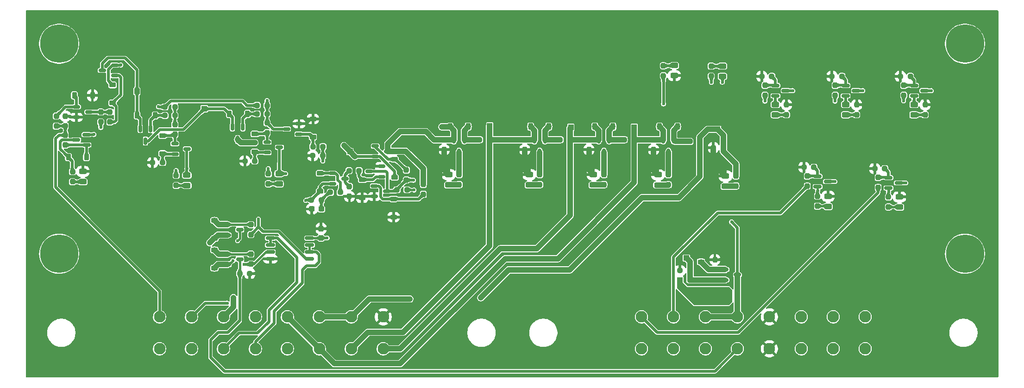
<source format=gbr>
%TF.GenerationSoftware,KiCad,Pcbnew,9.0.7*%
%TF.CreationDate,2026-02-13T04:40:40-08:00*%
%TF.ProjectId,Shutdown,53687574-646f-4776-9e2e-6b696361645f,rev?*%
%TF.SameCoordinates,Original*%
%TF.FileFunction,Copper,L1,Top*%
%TF.FilePolarity,Positive*%
%FSLAX46Y46*%
G04 Gerber Fmt 4.6, Leading zero omitted, Abs format (unit mm)*
G04 Created by KiCad (PCBNEW 9.0.7) date 2026-02-13 04:40:40*
%MOMM*%
%LPD*%
G01*
G04 APERTURE LIST*
G04 Aperture macros list*
%AMRoundRect*
0 Rectangle with rounded corners*
0 $1 Rounding radius*
0 $2 $3 $4 $5 $6 $7 $8 $9 X,Y pos of 4 corners*
0 Add a 4 corners polygon primitive as box body*
4,1,4,$2,$3,$4,$5,$6,$7,$8,$9,$2,$3,0*
0 Add four circle primitives for the rounded corners*
1,1,$1+$1,$2,$3*
1,1,$1+$1,$4,$5*
1,1,$1+$1,$6,$7*
1,1,$1+$1,$8,$9*
0 Add four rect primitives between the rounded corners*
20,1,$1+$1,$2,$3,$4,$5,0*
20,1,$1+$1,$4,$5,$6,$7,0*
20,1,$1+$1,$6,$7,$8,$9,0*
20,1,$1+$1,$8,$9,$2,$3,0*%
G04 Aperture macros list end*
%TA.AperFunction,Conductor*%
%ADD10C,0.000000*%
%TD*%
%TA.AperFunction,SMDPad,CuDef*%
%ADD11RoundRect,0.237500X0.237500X-0.250000X0.237500X0.250000X-0.237500X0.250000X-0.237500X-0.250000X0*%
%TD*%
%TA.AperFunction,SMDPad,CuDef*%
%ADD12RoundRect,0.243750X-0.456250X0.243750X-0.456250X-0.243750X0.456250X-0.243750X0.456250X0.243750X0*%
%TD*%
%TA.AperFunction,SMDPad,CuDef*%
%ADD13RoundRect,0.225000X-0.375000X0.225000X-0.375000X-0.225000X0.375000X-0.225000X0.375000X0.225000X0*%
%TD*%
%TA.AperFunction,SMDPad,CuDef*%
%ADD14RoundRect,0.237500X0.250000X0.237500X-0.250000X0.237500X-0.250000X-0.237500X0.250000X-0.237500X0*%
%TD*%
%TA.AperFunction,SMDPad,CuDef*%
%ADD15RoundRect,0.150000X-0.150000X0.512500X-0.150000X-0.512500X0.150000X-0.512500X0.150000X0.512500X0*%
%TD*%
%TA.AperFunction,ComponentPad*%
%ADD16C,3.900000*%
%TD*%
%TA.AperFunction,ConnectorPad*%
%ADD17C,7.000000*%
%TD*%
%TA.AperFunction,SMDPad,CuDef*%
%ADD18RoundRect,0.150000X-0.512500X-0.150000X0.512500X-0.150000X0.512500X0.150000X-0.512500X0.150000X0*%
%TD*%
%TA.AperFunction,SMDPad,CuDef*%
%ADD19RoundRect,0.150000X-0.587500X-0.150000X0.587500X-0.150000X0.587500X0.150000X-0.587500X0.150000X0*%
%TD*%
%TA.AperFunction,SMDPad,CuDef*%
%ADD20RoundRect,0.237500X-0.237500X0.250000X-0.237500X-0.250000X0.237500X-0.250000X0.237500X0.250000X0*%
%TD*%
%TA.AperFunction,ComponentPad*%
%ADD21C,2.108200*%
%TD*%
%TA.AperFunction,SMDPad,CuDef*%
%ADD22RoundRect,0.225000X-0.225000X-0.375000X0.225000X-0.375000X0.225000X0.375000X-0.225000X0.375000X0*%
%TD*%
%TA.AperFunction,SMDPad,CuDef*%
%ADD23R,1.000000X1.000000*%
%TD*%
%TA.AperFunction,SMDPad,CuDef*%
%ADD24RoundRect,0.237500X-0.250000X-0.237500X0.250000X-0.237500X0.250000X0.237500X-0.250000X0.237500X0*%
%TD*%
%TA.AperFunction,SMDPad,CuDef*%
%ADD25RoundRect,0.243750X0.456250X-0.243750X0.456250X0.243750X-0.456250X0.243750X-0.456250X-0.243750X0*%
%TD*%
%TA.AperFunction,SMDPad,CuDef*%
%ADD26RoundRect,0.225000X0.375000X-0.225000X0.375000X0.225000X-0.375000X0.225000X-0.375000X-0.225000X0*%
%TD*%
%TA.AperFunction,SMDPad,CuDef*%
%ADD27RoundRect,0.237500X-0.300000X-0.237500X0.300000X-0.237500X0.300000X0.237500X-0.300000X0.237500X0*%
%TD*%
%TA.AperFunction,SMDPad,CuDef*%
%ADD28RoundRect,0.150000X0.512500X0.150000X-0.512500X0.150000X-0.512500X-0.150000X0.512500X-0.150000X0*%
%TD*%
%TA.AperFunction,SMDPad,CuDef*%
%ADD29RoundRect,0.237500X-0.237500X0.300000X-0.237500X-0.300000X0.237500X-0.300000X0.237500X0.300000X0*%
%TD*%
%TA.AperFunction,SMDPad,CuDef*%
%ADD30RoundRect,0.225000X0.225000X0.375000X-0.225000X0.375000X-0.225000X-0.375000X0.225000X-0.375000X0*%
%TD*%
%TA.AperFunction,SMDPad,CuDef*%
%ADD31RoundRect,0.162500X-0.650000X-0.162500X0.650000X-0.162500X0.650000X0.162500X-0.650000X0.162500X0*%
%TD*%
%TA.AperFunction,SMDPad,CuDef*%
%ADD32RoundRect,0.150000X0.587500X0.150000X-0.587500X0.150000X-0.587500X-0.150000X0.587500X-0.150000X0*%
%TD*%
%TA.AperFunction,ViaPad*%
%ADD33C,0.600000*%
%TD*%
%TA.AperFunction,Conductor*%
%ADD34C,0.500000*%
%TD*%
%TA.AperFunction,Conductor*%
%ADD35C,1.000000*%
%TD*%
%TA.AperFunction,Conductor*%
%ADD36C,0.381000*%
%TD*%
G04 APERTURE END LIST*
D10*
%TA.AperFunction,Conductor*%
%TO.N,BATT+PROT*%
G36*
X214205000Y-144300000D02*
G01*
X215066000Y-145161000D01*
X222758000Y-145161000D01*
X223266000Y-145669000D01*
X223266000Y-147836352D01*
X222639352Y-148463000D01*
X216325000Y-148463000D01*
X213230000Y-145368000D01*
X213230000Y-143350000D01*
X214205000Y-143350000D01*
X214205000Y-144300000D01*
G37*
%TD.AperFunction*%
%TD*%
D11*
%TO.P,R63,1,1*%
%TO.N,Net-(D37-A)*%
X173352087Y-126385515D03*
%TO.P,R63,2,2*%
%TO.N,Net-(Q18-D)*%
X173352087Y-124560515D03*
%TD*%
D12*
%TO.P,D37,1,K*%
%TO.N,GND*%
X171428790Y-124568364D03*
%TO.P,D37,2,A*%
%TO.N,Net-(D37-A)*%
X171428790Y-126443364D03*
%TD*%
D13*
%TO.P,D24,1,K*%
%TO.N,Net-(D24-K)*%
X119119813Y-117412500D03*
%TO.P,D24,2,A*%
%TO.N,Net-(D24-A)*%
X119119813Y-120712500D03*
%TD*%
D14*
%TO.P,R7,1,1*%
%TO.N,Net-(D11-K)*%
X215542500Y-143825000D03*
%TO.P,R7,2,2*%
%TO.N,BATT+PROT*%
X213717500Y-143825000D03*
%TD*%
D15*
%TO.P,Q21,1,G*%
%TO.N,Net-(D34-A)*%
X212564089Y-118200164D03*
%TO.P,Q21,2,S*%
%TO.N,/BOTS-B*%
X210664089Y-118200164D03*
%TO.P,Q21,3,D*%
%TO.N,Net-(Q21-D)*%
X211614089Y-120475164D03*
%TD*%
D16*
%TO.P,MH2,1,1*%
%TO.N,unconnected-(MH2-Pad1)_1*%
X265817819Y-100638919D03*
D17*
%TO.N,unconnected-(MH2-Pad1)_2*%
X265817819Y-100638919D03*
%TD*%
D18*
%TO.P,Q17,1,G*%
%TO.N,Net-(D30-A)*%
X130960819Y-139111079D03*
%TO.P,Q17,2,S*%
%TO.N,Net-(D30-K)*%
X130960819Y-141011079D03*
%TO.P,Q17,3,D*%
%TO.N,/TSSI-STATUS*%
X133235819Y-140061079D03*
%TD*%
D11*
%TO.P,R65,1,1*%
%TO.N,Net-(D39-A)*%
X188084087Y-126385515D03*
%TO.P,R65,2,2*%
%TO.N,Net-(Q19-D)*%
X188084087Y-124560515D03*
%TD*%
%TO.P,R1,1,1*%
%TO.N,/PRECHARGE-DEBUG*%
X229259855Y-110059002D03*
%TO.P,R1,2,2*%
%TO.N,Net-(Q1-G)*%
X229259855Y-108234002D03*
%TD*%
D18*
%TO.P,Q11,1,G*%
%TO.N,Net-(D20-A)*%
X150176365Y-124330011D03*
%TO.P,Q11,2,S*%
%TO.N,BATT+PROT*%
X150176365Y-126230011D03*
%TO.P,Q11,3,D*%
%TO.N,Net-(Q11-D)*%
X152451365Y-125280011D03*
%TD*%
D19*
%TO.P,Q6,1,G*%
%TO.N,Net-(Q6-G)*%
X251832894Y-125127497D03*
%TO.P,Q6,2,S*%
%TO.N,Net-(Q6-S)*%
X251832894Y-127027497D03*
%TO.P,Q6,3,D*%
%TO.N,BATT+PROT*%
X253707894Y-126077497D03*
%TD*%
D13*
%TO.P,D45,1,K*%
%TO.N,BATT+PROT*%
X109982000Y-108171205D03*
%TO.P,D45,2,A*%
%TO.N,Net-(D45-A)*%
X109982000Y-111471205D03*
%TD*%
D20*
%TO.P,R19,1,1*%
%TO.N,GND*%
X220091000Y-140100000D03*
%TO.P,R19,2,2*%
%TO.N,Net-(D11-A)*%
X220091000Y-141925000D03*
%TD*%
D21*
%TO.P,J1,1,1*%
%TO.N,/BSPD-FAULT-VCU*%
X118574579Y-150577519D03*
%TO.P,J1,2,2*%
%TO.N,/BYPASS-BTN*%
X124416579Y-150577519D03*
%TO.P,J1,3,3*%
%TO.N,/HVILS-A*%
X130258579Y-150577519D03*
%TO.P,J1,4,4*%
%TO.N,/CRASH-SW-A*%
X136100579Y-150577519D03*
%TO.P,J1,5,5*%
%TO.N,/BOTS-B*%
X141942579Y-150577519D03*
%TO.P,J1,6,6*%
%TO.N,/SD-POWER*%
X147784579Y-150577519D03*
%TO.P,J1,7,7*%
X153626579Y-150577519D03*
%TO.P,J1,8,8*%
%TO.N,GND*%
X159468579Y-150577519D03*
%TO.P,J1,9,9*%
%TO.N,/BMS-FAULT*%
X118574579Y-156419519D03*
%TO.P,J1,10,10*%
%TO.N,/IMD-FAULT*%
X124416579Y-156419519D03*
%TO.P,J1,11,11*%
%TO.N,/BMS-FAULT-VCU-BUF*%
X130258579Y-156419519D03*
%TO.P,J1,12,12*%
%TO.N,/IMD-FAULT-VCU-BUF*%
X136100579Y-156419519D03*
%TO.P,J1,13,13*%
%TO.N,/BOTS-A*%
X141942579Y-156419519D03*
%TO.P,J1,14,14*%
%TO.N,/BOTS-B*%
X147784579Y-156419519D03*
%TO.P,J1,15,15*%
%TO.N,/CRASH-SW-A*%
X153626579Y-156419519D03*
%TO.P,J1,16,16*%
%TO.N,/BOTS-A*%
X159468579Y-156419519D03*
%TD*%
D22*
%TO.P,D46,1,K*%
%TO.N,Net-(D46-K)*%
X102998000Y-110075205D03*
%TO.P,D46,2,A*%
%TO.N,GND*%
X106298000Y-110075205D03*
%TD*%
D14*
%TO.P,R40,1,1*%
%TO.N,/BMS-FAULT*%
X121368787Y-113758500D03*
%TO.P,R40,2,2*%
%TO.N,Net-(D21-A)*%
X119543787Y-113758500D03*
%TD*%
D20*
%TO.P,R34,1,1*%
%TO.N,Net-(Q11-D)*%
X153286659Y-126749862D03*
%TO.P,R34,2,2*%
%TO.N,GND*%
X153286659Y-128574862D03*
%TD*%
D14*
%TO.P,R6,1,1*%
%TO.N,Net-(Q3-G)*%
X255825000Y-106599570D03*
%TO.P,R6,2,2*%
%TO.N,GND*%
X254000000Y-106599570D03*
%TD*%
D11*
%TO.P,R61,1,1*%
%TO.N,GND*%
X208886089Y-120025164D03*
%TO.P,R61,2,2*%
%TO.N,/BOTS-B*%
X208886089Y-118200164D03*
%TD*%
D20*
%TO.P,R41,1,1*%
%TO.N,/BMS-FAULT*%
X121368787Y-115379500D03*
%TO.P,R41,2,2*%
%TO.N,Net-(D24-K)*%
X121368787Y-117204500D03*
%TD*%
D23*
%TO.P,BOTS1,1,1*%
%TO.N,/BOTS-B*%
X205338866Y-115909055D03*
%TD*%
D20*
%TO.P,R71,1,1*%
%TO.N,Net-(Q23-D)*%
X107823000Y-113123205D03*
%TO.P,R71,2,2*%
%TO.N,BATT+PROT*%
X107823000Y-114948205D03*
%TD*%
D18*
%TO.P,Q23,1,G*%
%TO.N,Net-(D46-K)*%
X103383500Y-112173205D03*
%TO.P,Q23,2,S*%
%TO.N,GND*%
X103383500Y-114073205D03*
%TO.P,Q23,3,D*%
%TO.N,Net-(Q23-D)*%
X105658500Y-113123205D03*
%TD*%
D11*
%TO.P,R37,1,1*%
%TO.N,Net-(D22-A)*%
X121605750Y-126532531D03*
%TO.P,R37,2,2*%
%TO.N,BATT+PROT*%
X121605750Y-124707531D03*
%TD*%
D23*
%TO.P,CS1,1,1*%
%TO.N,/BOTS-A*%
X193781866Y-115909055D03*
%TD*%
D12*
%TO.P,D43,1,K*%
%TO.N,GND*%
X209676637Y-124596666D03*
%TO.P,D43,2,A*%
%TO.N,Net-(D43-A)*%
X209676637Y-126471666D03*
%TD*%
%TO.P,D12,1,K*%
%TO.N,GND*%
X240792000Y-128524000D03*
%TO.P,D12,2,A*%
%TO.N,Net-(D12-A)*%
X240792000Y-130399000D03*
%TD*%
%TO.P,D22,1,K*%
%TO.N,Net-(D22-K)*%
X123564813Y-124680500D03*
%TO.P,D22,2,A*%
%TO.N,Net-(D22-A)*%
X123564813Y-126555500D03*
%TD*%
D24*
%TO.P,R12,1,1*%
%TO.N,GND*%
X213717500Y-142113000D03*
%TO.P,R12,2,2*%
%TO.N,Net-(D11-K)*%
X215542500Y-142113000D03*
%TD*%
D11*
%TO.P,R17,1,1*%
%TO.N,Net-(D9-K)*%
X258531499Y-113617507D03*
%TO.P,R17,2,2*%
%TO.N,GND*%
X258531499Y-111792507D03*
%TD*%
D25*
%TO.P,D3,1,K*%
%TO.N,GND*%
X212677570Y-106473715D03*
%TO.P,D3,2,A*%
%TO.N,Net-(D3-A)*%
X212677570Y-104598715D03*
%TD*%
D15*
%TO.P,Q12,1,G*%
%TO.N,Net-(D21-A)*%
X116937787Y-116147000D03*
%TO.P,Q12,2,S*%
%TO.N,/BMS-Fault-Passthru/INPUT*%
X115037787Y-116147000D03*
%TO.P,Q12,3,D*%
%TO.N,/BMS-Fault-Passthru/OUTPUT*%
X115987787Y-118422000D03*
%TD*%
D13*
%TO.P,D19,1,K*%
%TO.N,Net-(D19-K)*%
X161349162Y-129025090D03*
%TO.P,D19,2,A*%
%TO.N,GND*%
X161349162Y-132325090D03*
%TD*%
D15*
%TO.P,Q19,1,G*%
%TO.N,Net-(D32-A)*%
X189018588Y-118200164D03*
%TO.P,Q19,2,S*%
%TO.N,/CRASH-SW-A*%
X187118588Y-118200164D03*
%TO.P,Q19,3,D*%
%TO.N,Net-(Q19-D)*%
X188068588Y-120475164D03*
%TD*%
D24*
%TO.P,R62,1,1*%
%TO.N,GND*%
X219813500Y-119634000D03*
%TO.P,R62,2,2*%
%TO.N,/SD-POWER*%
X221638500Y-119634000D03*
%TD*%
D20*
%TO.P,R47,1,1*%
%TO.N,/IMD-FAULT-VCU*%
X138226751Y-115094465D03*
%TO.P,R47,2,2*%
%TO.N,Net-(D28-K)*%
X138226751Y-116919465D03*
%TD*%
D26*
%TO.P,D11,1,K*%
%TO.N,Net-(D11-K)*%
X217551000Y-143825000D03*
%TO.P,D11,2,A*%
%TO.N,Net-(D11-A)*%
X217551000Y-140525000D03*
%TD*%
D16*
%TO.P,MH1,1,1*%
%TO.N,unconnected-(MH1-Pad1)_2*%
X100209819Y-100638919D03*
D17*
%TO.N,unconnected-(MH1-Pad1)_1*%
X100209819Y-100638919D03*
%TD*%
D20*
%TO.P,R74,1,1*%
%TO.N,GND*%
X101346000Y-113861705D03*
%TO.P,R74,2,2*%
%TO.N,/BSPD-FAULT-VCU*%
X101346000Y-115686705D03*
%TD*%
D26*
%TO.P,D29,1,K*%
%TO.N,BATT+PROT*%
X128613346Y-136240484D03*
%TO.P,D29,2,A*%
%TO.N,Net-(D29-A)*%
X128613346Y-132940484D03*
%TD*%
D23*
%TO.P,BMS1,1,1*%
%TO.N,/BMS-Fault-Passthru/OUTPUT*%
X126746000Y-112537075D03*
%TD*%
D19*
%TO.P,Q2,1,G*%
%TO.N,Net-(Q2-G)*%
X243997000Y-108262502D03*
%TO.P,Q2,2,S*%
%TO.N,Net-(D7-A)*%
X243997000Y-110162502D03*
%TO.P,Q2,3,D*%
%TO.N,BATT+PROT*%
X245872000Y-109212502D03*
%TD*%
D11*
%TO.P,R67,1,1*%
%TO.N,Net-(D41-A)*%
X199818588Y-126385515D03*
%TO.P,R67,2,2*%
%TO.N,Net-(Q20-D)*%
X199818588Y-124560515D03*
%TD*%
D22*
%TO.P,D33,1,K*%
%TO.N,/BOTS-A*%
X198153089Y-115787164D03*
%TO.P,D33,2,A*%
%TO.N,Net-(D33-A)*%
X201453089Y-115787164D03*
%TD*%
D11*
%TO.P,R76,1,1*%
%TO.N,Net-(D48-A)*%
X102656792Y-125863416D03*
%TO.P,R76,2,2*%
%TO.N,Net-(D47-A)*%
X102656792Y-124038416D03*
%TD*%
D24*
%TO.P,R29,1,1*%
%TO.N,/BYPASS-BTN*%
X161981241Y-127346590D03*
%TO.P,R29,2,2*%
%TO.N,BATT+PROT*%
X163806241Y-127346590D03*
%TD*%
D11*
%TO.P,R59,1,1*%
%TO.N,GND*%
X185340588Y-120025164D03*
%TO.P,R59,2,2*%
%TO.N,/CRASH-SW-A*%
X185340588Y-118200164D03*
%TD*%
D22*
%TO.P,D25,1,K*%
%TO.N,/BMS-Fault-Passthru/OUTPUT*%
X131338799Y-113473465D03*
%TO.P,D25,2,A*%
%TO.N,Net-(D25-A)*%
X134638799Y-113473465D03*
%TD*%
D12*
%TO.P,D35,1,K*%
%TO.N,GND*%
X222021790Y-124822364D03*
%TO.P,D35,2,A*%
%TO.N,Net-(D35-A)*%
X222021790Y-126697364D03*
%TD*%
D23*
%TO.P,BSPD1,1,1*%
%TO.N,/BMS-Fault-Passthru/INPUT*%
X114427000Y-109347000D03*
%TD*%
%TO.P,VIN1,1,1*%
%TO.N,Net-(D11-K)*%
X214884000Y-139827000D03*
%TD*%
D11*
%TO.P,R54,1,1*%
%TO.N,GND*%
X170608588Y-120025164D03*
%TO.P,R54,2,2*%
%TO.N,/HVILS-A*%
X170608588Y-118200164D03*
%TD*%
%TO.P,R24,1,1*%
%TO.N,Net-(D12-A)*%
X238846021Y-130325500D03*
%TO.P,R24,2,2*%
%TO.N,Net-(Q5-S)*%
X238846021Y-128500500D03*
%TD*%
D26*
%TO.P,D20,1,K*%
%TO.N,BATT+PROT*%
X147901293Y-127630011D03*
%TO.P,D20,2,A*%
%TO.N,Net-(D20-A)*%
X147901293Y-124330011D03*
%TD*%
D22*
%TO.P,D31,1,K*%
%TO.N,/HVILS-A*%
X171686588Y-115787164D03*
%TO.P,D31,2,A*%
%TO.N,Net-(D31-A)*%
X174986588Y-115787164D03*
%TD*%
D27*
%TO.P,C1,1,1*%
%TO.N,GND*%
X146403793Y-130864235D03*
%TO.P,C1,2,2*%
%TO.N,Net-(C1-Pad2)*%
X148128793Y-130864235D03*
%TD*%
D28*
%TO.P,Q22,1,G*%
%TO.N,Net-(D45-A)*%
X110363000Y-106453205D03*
%TO.P,Q22,2,S*%
%TO.N,BATT+PROT*%
X110363000Y-104553205D03*
%TO.P,Q22,3,D*%
%TO.N,/BMS-Fault-Passthru/INPUT*%
X108088000Y-105503205D03*
%TD*%
D11*
%TO.P,R21,1,1*%
%TO.N,/TRACTIVE-FAN-ON*%
X249927894Y-126923997D03*
%TO.P,R21,2,2*%
%TO.N,Net-(Q6-G)*%
X249927894Y-125098997D03*
%TD*%
D13*
%TO.P,D28,1,K*%
%TO.N,Net-(D28-K)*%
X135977777Y-117127465D03*
%TO.P,D28,2,A*%
%TO.N,Net-(D28-A)*%
X135977777Y-120427465D03*
%TD*%
D18*
%TO.P,Q4,1,G*%
%TO.N,Net-(D11-A)*%
X221938179Y-141925000D03*
%TO.P,Q4,2,S*%
%TO.N,Net-(D11-K)*%
X221938179Y-143825000D03*
%TO.P,Q4,3,D*%
%TO.N,BATT+*%
X224213179Y-142875000D03*
%TD*%
D14*
%TO.P,R45,1,1*%
%TO.N,/IMD-FAULT-VCU*%
X138226751Y-111919465D03*
%TO.P,R45,2,2*%
%TO.N,BATT+PROT*%
X136401751Y-111919465D03*
%TD*%
D26*
%TO.P,D16,1,K*%
%TO.N,/IMD-Fault-Passthru/OUTPUT*%
X161527963Y-125074178D03*
%TO.P,D16,2,A*%
%TO.N,Net-(D16-A)*%
X161527963Y-121774178D03*
%TD*%
D14*
%TO.P,R46,1,1*%
%TO.N,/IMD-FAULT-VCU*%
X138226751Y-113473465D03*
%TO.P,R46,2,2*%
%TO.N,Net-(D25-A)*%
X136401751Y-113473465D03*
%TD*%
D11*
%TO.P,R3,1,1*%
%TO.N,/NEG-AIRS-DEBUG*%
X254599644Y-110059002D03*
%TO.P,R3,2,2*%
%TO.N,Net-(Q3-G)*%
X254599644Y-108234002D03*
%TD*%
D12*
%TO.P,D39,1,K*%
%TO.N,GND*%
X186160790Y-124568364D03*
%TO.P,D39,2,A*%
%TO.N,Net-(D39-A)*%
X186160790Y-126443364D03*
%TD*%
D24*
%TO.P,R42,1,1*%
%TO.N,GND*%
X117294813Y-122364500D03*
%TO.P,R42,2,2*%
%TO.N,Net-(D24-A)*%
X119119813Y-122364500D03*
%TD*%
D29*
%TO.P,C2,1,1*%
%TO.N,GND*%
X148100319Y-134433579D03*
%TO.P,C2,2,2*%
%TO.N,BATT+PROT*%
X148100319Y-136158579D03*
%TD*%
D11*
%TO.P,R43,1,1*%
%TO.N,Net-(D26-A)*%
X138463714Y-126247496D03*
%TO.P,R43,2,2*%
%TO.N,BATT+PROT*%
X138463714Y-124422496D03*
%TD*%
D22*
%TO.P,D32,1,K*%
%TO.N,/CRASH-SW-A*%
X186418588Y-115787164D03*
%TO.P,D32,2,A*%
%TO.N,Net-(D32-A)*%
X189718588Y-115787164D03*
%TD*%
D21*
%TO.P,J2,1,1*%
%TO.N,/TRACTIVE-FAN-ON*%
X206687179Y-150577519D03*
%TO.P,J2,2,2*%
%TO.N,/ACCY-FAN-ON*%
X212529179Y-150577519D03*
%TO.P,J2,3,3*%
%TO.N,BATT+*%
X218371179Y-150577519D03*
%TO.P,J2,4,4*%
X224213179Y-150577519D03*
%TO.P,J2,5,5*%
%TO.N,GND*%
X230055179Y-150577519D03*
%TO.P,J2,6,6*%
%TO.N,unconnected-(J2-Pad6)*%
X235897179Y-150577519D03*
%TO.P,J2,7,7*%
%TO.N,unconnected-(J2-Pad7)*%
X241739179Y-150577519D03*
%TO.P,J2,8,8*%
%TO.N,unconnected-(J2-Pad8)*%
X247581179Y-150577519D03*
%TO.P,J2,9,9*%
%TO.N,/PRECHARGE-DEBUG*%
X206687179Y-156419519D03*
%TO.P,J2,10,10*%
%TO.N,/POS-AIRS-DEBUG*%
X212529179Y-156419519D03*
%TO.P,J2,11,11*%
%TO.N,/NEG-AIRS-DEBUG*%
X218371179Y-156419519D03*
%TO.P,J2,12,12*%
%TO.N,/TSSI-STATUS*%
X224213179Y-156419519D03*
%TO.P,J2,13,13*%
%TO.N,GND*%
X230055179Y-156419519D03*
%TO.P,J2,14,14*%
%TO.N,unconnected-(J2-Pad14)*%
X235897179Y-156419519D03*
%TO.P,J2,15,15*%
%TO.N,unconnected-(J2-Pad15)*%
X241739179Y-156419519D03*
%TO.P,J2,16,16*%
%TO.N,unconnected-(J2-Pad16)*%
X247581179Y-156419519D03*
%TD*%
D23*
%TO.P,HVILS1,1,1*%
%TO.N,/CRASH-SW-A*%
X178922866Y-115655055D03*
%TD*%
D25*
%TO.P,D7,1,K*%
%TO.N,Net-(D7-K)*%
X243994670Y-113634891D03*
%TO.P,D7,2,A*%
%TO.N,Net-(D7-A)*%
X243994670Y-111759891D03*
%TD*%
D15*
%TO.P,Q18,1,G*%
%TO.N,Net-(D31-A)*%
X174286588Y-118200164D03*
%TO.P,Q18,2,S*%
%TO.N,/HVILS-A*%
X172386588Y-118200164D03*
%TO.P,Q18,3,D*%
%TO.N,Net-(Q18-D)*%
X173336588Y-120475164D03*
%TD*%
D12*
%TO.P,D48,1,K*%
%TO.N,GND*%
X104549395Y-123976455D03*
%TO.P,D48,2,A*%
%TO.N,Net-(D48-A)*%
X104549395Y-125851455D03*
%TD*%
D11*
%TO.P,R28,1,1*%
%TO.N,Net-(D19-K)*%
X166791795Y-128190088D03*
%TO.P,R28,2,2*%
%TO.N,/HVILS-A*%
X166791795Y-126365088D03*
%TD*%
D14*
%TO.P,R58,1,1*%
%TO.N,/SD-POWER*%
X217344000Y-118491000D03*
%TO.P,R58,2,2*%
%TO.N,Net-(D34-A)*%
X215519000Y-118491000D03*
%TD*%
D11*
%TO.P,R26,1,1*%
%TO.N,Net-(D14-A)*%
X251824596Y-130485912D03*
%TO.P,R26,2,2*%
%TO.N,Net-(Q6-S)*%
X251824596Y-128660912D03*
%TD*%
D14*
%TO.P,R57,1,1*%
%TO.N,/BOTS-B*%
X205353589Y-118200164D03*
%TO.P,R57,2,2*%
%TO.N,Net-(D33-A)*%
X203528589Y-118200164D03*
%TD*%
D11*
%TO.P,R50,1,1*%
%TO.N,/BMS-FAULT*%
X135273319Y-140936079D03*
%TO.P,R50,2,2*%
%TO.N,Net-(D30-A)*%
X135273319Y-139111079D03*
%TD*%
%TO.P,R20,1,1*%
%TO.N,/ACCY-FAN-ON*%
X236973894Y-126669997D03*
%TO.P,R20,2,2*%
%TO.N,Net-(Q5-G)*%
X236973894Y-124844997D03*
%TD*%
D18*
%TO.P,Q7,1,G*%
%TO.N,Net-(D16-A)*%
X158018038Y-119344453D03*
%TO.P,Q7,2,S*%
%TO.N,/IMD-Fault-Passthru/OUTPUT*%
X158018038Y-121244453D03*
%TO.P,Q7,3,D*%
%TO.N,/HVILS-A*%
X160293038Y-120294453D03*
%TD*%
D11*
%TO.P,R73,1,1*%
%TO.N,/BSPD-FAULT-VCU*%
X99695000Y-115686705D03*
%TO.P,R73,2,2*%
%TO.N,Net-(D46-K)*%
X99695000Y-113861705D03*
%TD*%
D14*
%TO.P,R4,1,1*%
%TO.N,Net-(Q1-G)*%
X230485211Y-106599570D03*
%TO.P,R4,2,2*%
%TO.N,GND*%
X228660211Y-106599570D03*
%TD*%
D28*
%TO.P,Q9,1,G*%
%TO.N,Net-(D18-K)*%
X159133793Y-124956235D03*
%TO.P,Q9,2,S*%
%TO.N,GND*%
X159133793Y-123056235D03*
%TO.P,Q9,3,D*%
%TO.N,/BYPASS-BTN*%
X156858793Y-124006235D03*
%TD*%
D13*
%TO.P,D18,1,K*%
%TO.N,Net-(D18-K)*%
X155620251Y-125505238D03*
%TO.P,D18,2,A*%
%TO.N,GND*%
X155620251Y-128805238D03*
%TD*%
D14*
%TO.P,R5,1,1*%
%TO.N,Net-(Q2-G)*%
X243317356Y-106599570D03*
%TO.P,R5,2,2*%
%TO.N,GND*%
X241492356Y-106599570D03*
%TD*%
D11*
%TO.P,R52,1,1*%
%TO.N,Net-(D35-A)*%
X223945087Y-126639515D03*
%TO.P,R52,2,2*%
%TO.N,/SD-POWER*%
X223945087Y-124814515D03*
%TD*%
D15*
%TO.P,Q20,1,G*%
%TO.N,Net-(D33-A)*%
X200753089Y-118200164D03*
%TO.P,Q20,2,S*%
%TO.N,/BOTS-A*%
X198853089Y-118200164D03*
%TO.P,Q20,3,D*%
%TO.N,Net-(Q20-D)*%
X199803089Y-120475164D03*
%TD*%
D18*
%TO.P,Q15,1,G*%
%TO.N,Net-(D28-K)*%
X138226751Y-118636212D03*
%TO.P,Q15,2,S*%
%TO.N,Net-(D28-A)*%
X138226751Y-120536212D03*
%TO.P,Q15,3,D*%
%TO.N,Net-(D26-K)*%
X140501751Y-119586212D03*
%TD*%
D23*
%TO.P,TSMS1,1,1*%
%TO.N,/SD-POWER*%
X220591144Y-116290055D03*
%TD*%
D12*
%TO.P,D26,1,K*%
%TO.N,Net-(D26-K)*%
X140422777Y-124395465D03*
%TO.P,D26,2,A*%
%TO.N,Net-(D26-A)*%
X140422777Y-126270465D03*
%TD*%
D25*
%TO.P,D1,1,K*%
%TO.N,Net-(D1-K)*%
X231162525Y-113634891D03*
%TO.P,D1,2,A*%
%TO.N,Net-(D1-A)*%
X231162525Y-111759891D03*
%TD*%
D11*
%TO.P,R49,1,1*%
%TO.N,/IMD-FAULT-VCU*%
X135273319Y-135536079D03*
%TO.P,R49,2,2*%
%TO.N,Net-(D29-A)*%
X135273319Y-133711079D03*
%TD*%
D14*
%TO.P,R39,1,1*%
%TO.N,/BMS-FAULT*%
X121368787Y-112204500D03*
%TO.P,R39,2,2*%
%TO.N,BATT+PROT*%
X119543787Y-112204500D03*
%TD*%
D16*
%TO.P,MH3,1,1*%
%TO.N,unconnected-(MH3-Pad1)_2*%
X265817819Y-139043972D03*
D17*
%TO.N,unconnected-(MH3-Pad1)*%
X265817819Y-139043972D03*
%TD*%
D11*
%TO.P,R60,1,1*%
%TO.N,GND*%
X197075089Y-120025164D03*
%TO.P,R60,2,2*%
%TO.N,/BOTS-A*%
X197075089Y-118200164D03*
%TD*%
D24*
%TO.P,R22,1,1*%
%TO.N,GND*%
X236374250Y-123210565D03*
%TO.P,R22,2,2*%
%TO.N,Net-(Q5-G)*%
X238199250Y-123210565D03*
%TD*%
%TO.P,R32,1,1*%
%TO.N,GND*%
X146579751Y-121110212D03*
%TO.P,R32,2,2*%
%TO.N,/IMD-FAULT*%
X148404751Y-121110212D03*
%TD*%
D30*
%TO.P,D47,1,K*%
%TO.N,Net-(D47-K)*%
X105204500Y-121378205D03*
%TO.P,D47,2,A*%
%TO.N,Net-(D47-A)*%
X101904500Y-121378205D03*
%TD*%
D22*
%TO.P,D21,1,K*%
%TO.N,/BMS-Fault-Passthru/INPUT*%
X114480835Y-113758500D03*
%TO.P,D21,2,A*%
%TO.N,Net-(D21-A)*%
X117780835Y-113758500D03*
%TD*%
D14*
%TO.P,R55,1,1*%
%TO.N,/CRASH-SW-A*%
X178887088Y-118200164D03*
%TO.P,R55,2,2*%
%TO.N,Net-(D31-A)*%
X177062088Y-118200164D03*
%TD*%
D19*
%TO.P,Q1,1,G*%
%TO.N,Net-(Q1-G)*%
X231164855Y-108262502D03*
%TO.P,Q1,2,S*%
%TO.N,Net-(D1-A)*%
X231164855Y-110162502D03*
%TO.P,Q1,3,D*%
%TO.N,BATT+PROT*%
X233039855Y-109212502D03*
%TD*%
D14*
%TO.P,R51,1,1*%
%TO.N,GND*%
X135066319Y-142662079D03*
%TO.P,R51,2,2*%
%TO.N,/TSSI-STATUS*%
X133241319Y-142662079D03*
%TD*%
D11*
%TO.P,R13,1,1*%
%TO.N,Net-(D1-K)*%
X233191710Y-113617507D03*
%TO.P,R13,2,2*%
%TO.N,GND*%
X233191710Y-111792507D03*
%TD*%
D23*
%TO.P,IMD1,1,1*%
%TO.N,/IMD-Fault-Passthru/OUTPUT*%
X153395866Y-120354055D03*
%TD*%
D26*
%TO.P,D17,1,K*%
%TO.N,Net-(D17-K)*%
X146603251Y-117680212D03*
%TO.P,D17,2,A*%
%TO.N,GND*%
X146603251Y-114380212D03*
%TD*%
D23*
%TO.P,BYPASS1,1,1*%
%TO.N,/HVILS-A*%
X165354000Y-116713000D03*
%TD*%
D18*
%TO.P,Q10,1,G*%
%TO.N,Net-(D19-K)*%
X157847562Y-126650826D03*
%TO.P,Q10,2,S*%
%TO.N,GND*%
X157847562Y-128550826D03*
%TO.P,Q10,3,D*%
%TO.N,/BYPASS-BTN*%
X160122562Y-127600826D03*
%TD*%
D26*
%TO.P,D30,1,K*%
%TO.N,Net-(D30-K)*%
X128613346Y-141644079D03*
%TO.P,D30,2,A*%
%TO.N,Net-(D30-A)*%
X128613346Y-138344079D03*
%TD*%
D24*
%TO.P,R48,1,1*%
%TO.N,GND*%
X134152777Y-122079465D03*
%TO.P,R48,2,2*%
%TO.N,Net-(D28-A)*%
X135977777Y-122079465D03*
%TD*%
D31*
%TO.P,U1,1*%
%TO.N,/BMS-FAULT-VCU-BUF*%
X138829319Y-136185079D03*
%TO.P,U1,2,-*%
X138829319Y-137455079D03*
%TO.P,U1,3,+*%
%TO.N,/BMS-FAULT*%
X138829319Y-138725079D03*
%TO.P,U1,4,V-*%
%TO.N,GND*%
X138829319Y-139995079D03*
%TO.P,U1,5,+*%
%TO.N,/IMD-FAULT-VCU*%
X146004319Y-139995079D03*
%TO.P,U1,6,-*%
%TO.N,/IMD-FAULT-VCU-BUF*%
X146004319Y-138725079D03*
%TO.P,U1,7*%
X146004319Y-137455079D03*
%TO.P,U1,8,V+*%
%TO.N,BATT+PROT*%
X146004319Y-136185079D03*
%TD*%
D22*
%TO.P,D34,1,K*%
%TO.N,/BOTS-B*%
X209964089Y-115787164D03*
%TO.P,D34,2,A*%
%TO.N,Net-(D34-A)*%
X213264089Y-115787164D03*
%TD*%
D12*
%TO.P,D14,1,K*%
%TO.N,GND*%
X253853781Y-128643528D03*
%TO.P,D14,2,A*%
%TO.N,Net-(D14-A)*%
X253853781Y-130518528D03*
%TD*%
D11*
%TO.P,R69,1,1*%
%TO.N,Net-(D43-A)*%
X211599934Y-126413817D03*
%TO.P,R69,2,2*%
%TO.N,Net-(Q21-D)*%
X211599934Y-124588817D03*
%TD*%
D20*
%TO.P,R75,1,1*%
%TO.N,/BSPD-FAULT-VCU*%
X101346000Y-117328205D03*
%TO.P,R75,2,2*%
%TO.N,Net-(D47-K)*%
X101346000Y-119153205D03*
%TD*%
D18*
%TO.P,Q16,1,G*%
%TO.N,Net-(D29-A)*%
X130966319Y-133711079D03*
%TO.P,Q16,2,S*%
%TO.N,BATT+PROT*%
X130966319Y-135611079D03*
%TO.P,Q16,3,D*%
%TO.N,Net-(D30-K)*%
X133241319Y-134661079D03*
%TD*%
D14*
%TO.P,R56,1,1*%
%TO.N,/BOTS-A*%
X193619088Y-118200164D03*
%TO.P,R56,2,2*%
%TO.N,Net-(D32-A)*%
X191794088Y-118200164D03*
%TD*%
%TO.P,R35,1,1*%
%TO.N,Net-(D20-A)*%
X151607793Y-127816235D03*
%TO.P,R35,2,2*%
%TO.N,Net-(C1-Pad2)*%
X149782793Y-127816235D03*
%TD*%
D18*
%TO.P,Q13,1,G*%
%TO.N,Net-(D24-K)*%
X121368787Y-118921247D03*
%TO.P,Q13,2,S*%
%TO.N,Net-(D24-A)*%
X121368787Y-120821247D03*
%TO.P,Q13,3,D*%
%TO.N,Net-(D22-K)*%
X123643787Y-119871247D03*
%TD*%
D24*
%TO.P,R23,1,1*%
%TO.N,GND*%
X249328250Y-123464565D03*
%TO.P,R23,2,2*%
%TO.N,Net-(Q6-G)*%
X251153250Y-123464565D03*
%TD*%
D15*
%TO.P,Q14,1,G*%
%TO.N,Net-(D25-A)*%
X133795751Y-115861965D03*
%TO.P,Q14,2,S*%
%TO.N,/BMS-Fault-Passthru/OUTPUT*%
X131895751Y-115861965D03*
%TO.P,Q14,3,D*%
%TO.N,/IMD-Fault-Passthru/OUTPUT*%
X132845751Y-118136965D03*
%TD*%
D16*
%TO.P,MH4,1,1*%
%TO.N,unconnected-(MH4-Pad1)_1*%
X100209819Y-139043972D03*
D17*
%TO.N,unconnected-(MH4-Pad1)*%
X100209819Y-139043972D03*
%TD*%
D11*
%TO.P,R2,1,1*%
%TO.N,/POS-AIRS-DEBUG*%
X242092000Y-110059002D03*
%TO.P,R2,2,2*%
%TO.N,Net-(Q2-G)*%
X242092000Y-108234002D03*
%TD*%
D20*
%TO.P,R8,1,1*%
%TO.N,Net-(D3-A)*%
X210664488Y-104667512D03*
%TO.P,R8,2,2*%
%TO.N,BATT+*%
X210664488Y-106492512D03*
%TD*%
D28*
%TO.P,Q8,1,G*%
%TO.N,Net-(D17-K)*%
X144057751Y-117173212D03*
%TO.P,Q8,2,S*%
%TO.N,GND*%
X144057751Y-115273212D03*
%TO.P,Q8,3,D*%
%TO.N,/IMD-FAULT-VCU*%
X141782751Y-116223212D03*
%TD*%
D19*
%TO.P,Q3,1,G*%
%TO.N,Net-(Q3-G)*%
X256504644Y-108262502D03*
%TO.P,Q3,2,S*%
%TO.N,Net-(D10-A)*%
X256504644Y-110162502D03*
%TO.P,Q3,3,D*%
%TO.N,BATT+PROT*%
X258379644Y-109212502D03*
%TD*%
D20*
%TO.P,R10,1,1*%
%TO.N,Net-(D5-A)*%
X219427555Y-104736874D03*
%TO.P,R10,2,2*%
%TO.N,BATT+PROT*%
X219427555Y-106561874D03*
%TD*%
D24*
%TO.P,R33,1,1*%
%TO.N,Net-(Q11-D)*%
X153212469Y-123846829D03*
%TO.P,R33,2,2*%
%TO.N,Net-(D18-K)*%
X155037469Y-123846829D03*
%TD*%
D11*
%TO.P,R15,1,1*%
%TO.N,Net-(D7-K)*%
X246023855Y-113617507D03*
%TO.P,R15,2,2*%
%TO.N,GND*%
X246023855Y-111792507D03*
%TD*%
D12*
%TO.P,D41,1,K*%
%TO.N,GND*%
X197895291Y-124568364D03*
%TO.P,D41,2,A*%
%TO.N,Net-(D41-A)*%
X197895291Y-126443364D03*
%TD*%
D11*
%TO.P,R30,1,1*%
%TO.N,/BYPASS-BTN*%
X163685794Y-125553643D03*
%TO.P,R30,2,2*%
%TO.N,Net-(D16-A)*%
X163685794Y-123728643D03*
%TD*%
D25*
%TO.P,D5,1,K*%
%TO.N,/BYPASS-BTN*%
X221459969Y-106605082D03*
%TO.P,D5,2,A*%
%TO.N,Net-(D5-A)*%
X221459969Y-104730082D03*
%TD*%
D24*
%TO.P,R31,1,1*%
%TO.N,Net-(D17-K)*%
X146603251Y-119459212D03*
%TO.P,R31,2,2*%
%TO.N,/IMD-FAULT*%
X148428251Y-119459212D03*
%TD*%
D25*
%TO.P,D9,1,K*%
%TO.N,Net-(D9-K)*%
X256502314Y-113634891D03*
%TO.P,D9,2,A*%
%TO.N,Net-(D10-A)*%
X256502314Y-111759891D03*
%TD*%
D14*
%TO.P,R36,1,1*%
%TO.N,Net-(C1-Pad2)*%
X148155293Y-129213235D03*
%TO.P,R36,2,2*%
%TO.N,BATT+PROT*%
X146330293Y-129213235D03*
%TD*%
D20*
%TO.P,R72,1,1*%
%TO.N,Net-(Q23-D)*%
X109474000Y-113123205D03*
%TO.P,R72,2,2*%
%TO.N,Net-(D45-A)*%
X109474000Y-114948205D03*
%TD*%
D19*
%TO.P,Q5,1,G*%
%TO.N,Net-(Q5-G)*%
X238878894Y-124873497D03*
%TO.P,Q5,2,S*%
%TO.N,Net-(Q5-S)*%
X238878894Y-126773497D03*
%TO.P,Q5,3,D*%
%TO.N,BATT+PROT*%
X240753894Y-125823497D03*
%TD*%
D32*
%TO.P,Q24,1,G*%
%TO.N,Net-(D47-K)*%
X105204500Y-119153205D03*
%TO.P,Q24,2,S*%
%TO.N,BATT+PROT*%
X105204500Y-117253205D03*
%TO.P,Q24,3,D*%
%TO.N,Net-(D47-A)*%
X103329500Y-118203205D03*
%TD*%
D33*
%TO.N,GND*%
X221129213Y-123929787D03*
X252923789Y-106553000D03*
X134152777Y-123022223D03*
X212677570Y-107648570D03*
X233172000Y-110871000D03*
X254127000Y-127381000D03*
X221107000Y-140081000D03*
X208886089Y-123063000D03*
X160147000Y-132334000D03*
X248252039Y-123417995D03*
X227584000Y-106553000D03*
X102363981Y-114033517D03*
X106299000Y-108839000D03*
X197075089Y-123190000D03*
X185340588Y-123190000D03*
X157734000Y-122682000D03*
X146431000Y-131953000D03*
X145415000Y-115189000D03*
X240797770Y-127519644D03*
X117294765Y-123252279D03*
X149225000Y-134366000D03*
X235298039Y-123163995D03*
X155620251Y-129712251D03*
X213717500Y-141120500D03*
X240416145Y-106553000D03*
X140208000Y-139954000D03*
X136144000Y-142621000D03*
X246004145Y-110871000D03*
X104549395Y-122964395D03*
X258511789Y-110871000D03*
X170608588Y-123190000D03*
X145542000Y-121158000D03*
%TO.N,BATT+PROT*%
X165100000Y-127381000D03*
X145288000Y-129286000D03*
X242029039Y-125830995D03*
X148336000Y-126365000D03*
X221123903Y-146728188D03*
X118364000Y-112141000D03*
X221123903Y-147490188D03*
X221885903Y-147490188D03*
X138463714Y-123477714D03*
X219522006Y-146659268D03*
X247147145Y-109220000D03*
X218760006Y-146659268D03*
X219522006Y-147421268D03*
X219456000Y-107696000D03*
X111506000Y-104521000D03*
X234315000Y-109220000D03*
X220361903Y-146728188D03*
X216338999Y-146669542D03*
X220361903Y-147490188D03*
X254983039Y-126084995D03*
X127762000Y-137033000D03*
X106553000Y-117221000D03*
X149210421Y-136158579D03*
X216338999Y-145907542D03*
X221885903Y-146728188D03*
X107823000Y-115951000D03*
X217100999Y-146669542D03*
X259654789Y-109220000D03*
X121605750Y-123825000D03*
X218760006Y-145897268D03*
X217100999Y-145907542D03*
X218760006Y-147421268D03*
X217862999Y-145907542D03*
X217862999Y-146669542D03*
X219522006Y-145897268D03*
%TO.N,/BYPASS-BTN*%
X221459969Y-107667969D03*
X164973000Y-125603000D03*
X130937000Y-148082000D03*
%TO.N,/HVILS-A*%
X170180000Y-115824000D03*
X132080000Y-147066000D03*
%TO.N,/IMD-FAULT*%
X148404751Y-122115751D03*
%TO.N,/SD-POWER*%
X223945087Y-123571000D03*
X177292000Y-147066000D03*
X164325197Y-147307197D03*
%TO.N,/BMS-FAULT*%
X133985000Y-140970000D03*
X121368787Y-115379500D03*
%TO.N,BATT+*%
X223139000Y-133223000D03*
X210693000Y-111633000D03*
X210693000Y-107442000D03*
%TO.N,/POS-AIRS-DEBUG*%
X242062000Y-111125000D03*
%TO.N,/NEG-AIRS-DEBUG*%
X254586759Y-111096468D03*
%TO.N,/PRECHARGE-DEBUG*%
X229235000Y-111125000D03*
%TO.N,Net-(D1-A)*%
X231166581Y-110829651D03*
%TO.N,Net-(D7-A)*%
X243998726Y-110829651D03*
%TO.N,Net-(D10-A)*%
X256506370Y-110829651D03*
%TO.N,/IMD-Fault-Passthru/OUTPUT*%
X136017000Y-118745000D03*
X152273000Y-119253000D03*
%TO.N,Net-(D22-K)*%
X123571000Y-123444000D03*
%TO.N,Net-(D26-K)*%
X141605000Y-124395465D03*
X140462000Y-122555000D03*
%TO.N,Net-(D30-K)*%
X131953000Y-140335000D03*
X132842000Y-136652000D03*
%TO.N,Net-(D47-A)*%
X102616000Y-122809000D03*
%TO.N,Net-(Q5-S)*%
X238887000Y-127508000D03*
%TO.N,Net-(Q6-S)*%
X251841000Y-127762000D03*
%TO.N,/IMD-FAULT-VCU*%
X136652000Y-132715000D03*
X138231454Y-111035121D03*
%TO.N,Net-(Q18-D)*%
X173336588Y-123190000D03*
%TO.N,Net-(Q19-D)*%
X188068588Y-123190000D03*
%TO.N,Net-(Q20-D)*%
X199803089Y-123190000D03*
%TO.N,Net-(Q21-D)*%
X211614089Y-123063000D03*
%TD*%
D34*
%TO.N,GND*%
X246023855Y-111792507D02*
X246023855Y-110890710D01*
X252970359Y-106599570D02*
X252923789Y-106553000D01*
D35*
X185340588Y-123748162D02*
X186160790Y-124568364D01*
D34*
X155389875Y-128574862D02*
X155620251Y-128805238D01*
X146603251Y-114380212D02*
X146223788Y-114380212D01*
X117294765Y-123252279D02*
X117294765Y-123116235D01*
X254000000Y-106599570D02*
X252970359Y-106599570D01*
D36*
X140166921Y-139995079D02*
X140208000Y-139954000D01*
D34*
X227630570Y-106599570D02*
X227584000Y-106553000D01*
D36*
X220091000Y-140100000D02*
X221088000Y-140100000D01*
D34*
X102222517Y-114033517D02*
X102050705Y-113861705D01*
D35*
X185340588Y-120025164D02*
X185340588Y-123190000D01*
X221129213Y-123929787D02*
X219813500Y-122614074D01*
D36*
X135066319Y-142662079D02*
X136102921Y-142662079D01*
D34*
X159133793Y-123056235D02*
X158108235Y-123056235D01*
X249328250Y-123464565D02*
X248298609Y-123464565D01*
D35*
X185340588Y-123190000D02*
X185340588Y-123748162D01*
X197075089Y-123748162D02*
X197895291Y-124568364D01*
D36*
X136102921Y-142662079D02*
X136144000Y-142621000D01*
D34*
X117294813Y-123116187D02*
X117294813Y-122364500D01*
D36*
X240797770Y-127519644D02*
X240792000Y-127525414D01*
D35*
X219813500Y-122614074D02*
X219813500Y-119634000D01*
D34*
X246023855Y-110890710D02*
X246004145Y-110871000D01*
X134152777Y-123022223D02*
X134152777Y-122079465D01*
X235344609Y-123210565D02*
X235298039Y-123163995D01*
X236374250Y-123210565D02*
X235344609Y-123210565D01*
X104549395Y-122964395D02*
X104549395Y-123976455D01*
D36*
X240792000Y-127525414D02*
X240792000Y-128524000D01*
D34*
X102376464Y-114046000D02*
X103356295Y-114046000D01*
X146403793Y-130864235D02*
X146403793Y-131925793D01*
X155620251Y-129712251D02*
X155620251Y-128805238D01*
X106298000Y-110075205D02*
X106298000Y-108840000D01*
D36*
X254127000Y-127381000D02*
X253853781Y-127654219D01*
X221088000Y-140100000D02*
X221107000Y-140081000D01*
D34*
X160155910Y-132325090D02*
X160147000Y-132334000D01*
D35*
X208886089Y-123063000D02*
X208886089Y-123806118D01*
D36*
X149157421Y-134433579D02*
X149225000Y-134366000D01*
D34*
X155874663Y-128550826D02*
X155620251Y-128805238D01*
X258531499Y-111792507D02*
X258531499Y-110890710D01*
D36*
X253853781Y-127654219D02*
X253853781Y-128643528D01*
D35*
X222021790Y-124822364D02*
X221129213Y-123929787D01*
D34*
X248298609Y-123464565D02*
X248252039Y-123417995D01*
X241492356Y-106599570D02*
X240462715Y-106599570D01*
D36*
X138829319Y-139995079D02*
X140166921Y-139995079D01*
D34*
X106298000Y-108840000D02*
X106299000Y-108839000D01*
X145589788Y-121110212D02*
X145542000Y-121158000D01*
X102363981Y-114033517D02*
X102376464Y-114046000D01*
D35*
X208886089Y-123806118D02*
X209676637Y-124596666D01*
X170608588Y-120025164D02*
X170608588Y-123190000D01*
X170608588Y-123190000D02*
X170608588Y-123748162D01*
D34*
X117294765Y-123116235D02*
X117294813Y-123116187D01*
X146579751Y-121110212D02*
X145589788Y-121110212D01*
X233191710Y-110890710D02*
X233172000Y-110871000D01*
X158108235Y-123056235D02*
X157734000Y-122682000D01*
X146403793Y-131925793D02*
X146431000Y-131953000D01*
X144057751Y-115273212D02*
X145330788Y-115273212D01*
X146223788Y-114380212D02*
X145415000Y-115189000D01*
D36*
X213717500Y-141120500D02*
X213717500Y-142113000D01*
D34*
X157847562Y-128550826D02*
X155874663Y-128550826D01*
X102050705Y-113861705D02*
X101346000Y-113861705D01*
X102363981Y-114033517D02*
X102222517Y-114033517D01*
D35*
X208886089Y-120025164D02*
X208886089Y-123063000D01*
D34*
X233191710Y-111792507D02*
X233191710Y-110890710D01*
D35*
X170608588Y-123748162D02*
X171428790Y-124568364D01*
D34*
X212677570Y-107648570D02*
X212677570Y-106473715D01*
X153286659Y-128574862D02*
X155389875Y-128574862D01*
X161349162Y-132325090D02*
X160155910Y-132325090D01*
X228660211Y-106599570D02*
X227630570Y-106599570D01*
X145330788Y-115273212D02*
X145415000Y-115189000D01*
D35*
X197075089Y-123190000D02*
X197075089Y-123748162D01*
D34*
X258531499Y-110890710D02*
X258511789Y-110871000D01*
D36*
X148100319Y-134433579D02*
X149157421Y-134433579D01*
D35*
X197075089Y-120025164D02*
X197075089Y-123190000D01*
D34*
X240462715Y-106599570D02*
X240416145Y-106553000D01*
X103356295Y-114046000D02*
X103383500Y-114073205D01*
%TO.N,BATT+PROT*%
X109989637Y-104553205D02*
X110363000Y-104553205D01*
D35*
X130966319Y-135611079D02*
X129242751Y-135611079D01*
D36*
X149210421Y-136158579D02*
X148100319Y-136158579D01*
X146004319Y-136185079D02*
X148073819Y-136185079D01*
D34*
X242021541Y-125823497D02*
X242029039Y-125830995D01*
X145360765Y-129213235D02*
X145288000Y-129286000D01*
X147901293Y-126799707D02*
X148336000Y-126365000D01*
X147901293Y-127630011D02*
X147901293Y-126799707D01*
X245872000Y-109212502D02*
X247139647Y-109212502D01*
X146330293Y-129213235D02*
X145360765Y-129213235D01*
X118427500Y-112204500D02*
X118364000Y-112141000D01*
X150176365Y-126230011D02*
X148470989Y-126230011D01*
D35*
X129242751Y-135611079D02*
X128613346Y-136240484D01*
D34*
X259647291Y-109212502D02*
X259654789Y-109220000D01*
X119543787Y-112204500D02*
X120623287Y-111125000D01*
X133731000Y-111125000D02*
X134525465Y-111919465D01*
D35*
X128554516Y-136240484D02*
X127762000Y-137033000D01*
D34*
X107823000Y-114948205D02*
X107823000Y-115951000D01*
X148470989Y-126230011D02*
X148336000Y-126365000D01*
X111473795Y-104553205D02*
X110363000Y-104553205D01*
X240753894Y-125823497D02*
X242021541Y-125823497D01*
X146330293Y-129201011D02*
X147901293Y-127630011D01*
X138463714Y-124422496D02*
X138463714Y-123477714D01*
X219427555Y-106561874D02*
X219427555Y-107667555D01*
X111506000Y-104521000D02*
X111473795Y-104553205D01*
X247139647Y-109212502D02*
X247147145Y-109220000D01*
X106520795Y-117253205D02*
X106553000Y-117221000D01*
X134525465Y-111919465D02*
X136401751Y-111919465D01*
D35*
X128613346Y-136240484D02*
X128554516Y-136240484D01*
D36*
X165065590Y-127346590D02*
X165100000Y-127381000D01*
D34*
X109982000Y-108171205D02*
X109212428Y-107401633D01*
X258379644Y-109212502D02*
X259647291Y-109212502D01*
X254975541Y-126077497D02*
X254983039Y-126084995D01*
X253707894Y-126077497D02*
X254975541Y-126077497D01*
X109212428Y-105330414D02*
X109989637Y-104553205D01*
X121605750Y-124707531D02*
X121605750Y-123825000D01*
D36*
X148073819Y-136185079D02*
X148100319Y-136158579D01*
D34*
X109212428Y-107401633D02*
X109212428Y-105330414D01*
X233039855Y-109212502D02*
X234307502Y-109212502D01*
X105204500Y-117253205D02*
X106520795Y-117253205D01*
D36*
X163806241Y-127346590D02*
X165065590Y-127346590D01*
D34*
X119543787Y-112204500D02*
X118427500Y-112204500D01*
X120623287Y-111125000D02*
X133731000Y-111125000D01*
X146330293Y-129213235D02*
X146330293Y-129201011D01*
X219427555Y-107667555D02*
X219456000Y-107696000D01*
X234307502Y-109212502D02*
X234315000Y-109220000D01*
%TO.N,/BYPASS-BTN*%
X156858793Y-124006235D02*
X159947235Y-124006235D01*
X160199693Y-124258693D02*
X160199693Y-127523695D01*
X161981241Y-127258196D02*
X163685794Y-125553643D01*
X164923643Y-125553643D02*
X163685794Y-125553643D01*
X130937000Y-148082000D02*
X126912098Y-148082000D01*
X221459969Y-107667969D02*
X221459969Y-106605082D01*
X160199693Y-127523695D02*
X160122562Y-127600826D01*
X164973000Y-125603000D02*
X164923643Y-125553643D01*
X161981241Y-127346590D02*
X161981241Y-127258196D01*
X161727005Y-127600826D02*
X161981241Y-127346590D01*
X159947235Y-124006235D02*
X160199693Y-124258693D01*
X160122562Y-127600826D02*
X161727005Y-127600826D01*
X126912098Y-148082000D02*
X124416579Y-150577519D01*
D35*
%TO.N,/HVILS-A*%
X165354000Y-116713000D02*
X167259000Y-116713000D01*
X163601453Y-120294453D02*
X166791795Y-123484795D01*
X167259000Y-116713000D02*
X168746164Y-118200164D01*
X168746164Y-118200164D02*
X170608588Y-118200164D01*
X160293038Y-120294453D02*
X160293038Y-118979962D01*
X170608588Y-118200164D02*
X172386588Y-118200164D01*
X172386588Y-116487164D02*
X171686588Y-115787164D01*
X162560000Y-116713000D02*
X165354000Y-116713000D01*
X172386588Y-118200164D02*
X172386588Y-116487164D01*
X166791795Y-123484795D02*
X166791795Y-126365088D01*
X160293038Y-118979962D02*
X162560000Y-116713000D01*
X170180000Y-115824000D02*
X171649752Y-115824000D01*
X160293038Y-120294453D02*
X163601453Y-120294453D01*
X132080000Y-148756098D02*
X132080000Y-147066000D01*
X171649752Y-115824000D02*
X171686588Y-115787164D01*
X130258579Y-150577519D02*
X132080000Y-148756098D01*
%TO.N,/BOTS-A*%
X193619088Y-118200164D02*
X197075089Y-118200164D01*
X187508137Y-138119863D02*
X180840247Y-138119863D01*
X198853089Y-118200164D02*
X197075089Y-118200164D01*
X180840247Y-138119863D02*
X162540591Y-156419519D01*
X193619088Y-116071833D02*
X193781866Y-115909055D01*
X198853089Y-118200164D02*
X198853089Y-116487164D01*
X162540591Y-156419519D02*
X159468579Y-156419519D01*
X193619088Y-118200164D02*
X193619088Y-132008912D01*
X193619088Y-118200164D02*
X193619088Y-116071833D01*
X193619088Y-132008912D02*
X187508137Y-138119863D01*
X198853089Y-116487164D02*
X198153089Y-115787164D01*
%TO.N,/BOTS-B*%
X150496060Y-159131000D02*
X147784579Y-156419519D01*
X210664089Y-118200164D02*
X210664089Y-116487164D01*
X205353589Y-118200164D02*
X208886089Y-118200164D01*
X205353589Y-125989411D02*
X191389000Y-139954000D01*
X205353589Y-118200164D02*
X205353589Y-125989411D01*
X181737000Y-139954000D02*
X162560000Y-159131000D01*
X147784579Y-156419519D02*
X141942579Y-150577519D01*
X205353589Y-118200164D02*
X205353589Y-115923778D01*
X208886089Y-118200164D02*
X210664089Y-118200164D01*
X191389000Y-139954000D02*
X181737000Y-139954000D01*
X162560000Y-159131000D02*
X150496060Y-159131000D01*
X210664089Y-116487164D02*
X209964089Y-115787164D01*
X205353589Y-115923778D02*
X205338866Y-115909055D01*
%TO.N,/CRASH-SW-A*%
X156648349Y-153397749D02*
X153626579Y-156419519D01*
X187118588Y-118200164D02*
X187118588Y-116487164D01*
X178887088Y-137596912D02*
X163086251Y-153397749D01*
X178887088Y-118200164D02*
X178887088Y-137596912D01*
X163086251Y-153397749D02*
X156648349Y-153397749D01*
X178887088Y-118200164D02*
X178887088Y-115690833D01*
X178887088Y-118200164D02*
X185340588Y-118200164D01*
X178887088Y-115690833D02*
X178922866Y-115655055D01*
X187118588Y-116487164D02*
X186418588Y-115787164D01*
X185340588Y-118200164D02*
X187118588Y-118200164D01*
D34*
%TO.N,/IMD-FAULT*%
X148428251Y-119459212D02*
X148428251Y-121086712D01*
X148404751Y-122115751D02*
X148404751Y-121110212D01*
X148428251Y-121086712D02*
X148404751Y-121110212D01*
D35*
%TO.N,/SD-POWER*%
X164325197Y-147307197D02*
X156896901Y-147307197D01*
X221638500Y-119634000D02*
X221638500Y-120292500D01*
X217344000Y-118491000D02*
X217344000Y-117682000D01*
X221638500Y-119634000D02*
X221638500Y-117337411D01*
X156896901Y-147307197D02*
X153626579Y-150577519D01*
X217344000Y-124921000D02*
X217344000Y-118491000D01*
X193548000Y-141986000D02*
X206756000Y-128778000D01*
X217344000Y-117682000D02*
X218735945Y-116290055D01*
X221638500Y-117337411D02*
X220591144Y-116290055D01*
X213487000Y-128778000D02*
X217344000Y-124921000D01*
X223945087Y-123571000D02*
X223945087Y-124814515D01*
X153626579Y-150577519D02*
X147784579Y-150577519D01*
X182372000Y-141986000D02*
X193548000Y-141986000D01*
X206756000Y-128778000D02*
X213487000Y-128778000D01*
X223945087Y-122599087D02*
X223945087Y-123571000D01*
X177292000Y-147066000D02*
X182372000Y-141986000D01*
X221638500Y-120292500D02*
X223945087Y-122599087D01*
X218735945Y-116290055D02*
X220591144Y-116290055D01*
D36*
%TO.N,/TSSI-STATUS*%
X133235819Y-142656579D02*
X133241319Y-142662079D01*
D34*
X224213179Y-156419519D02*
X220104698Y-160528000D01*
X220104698Y-160528000D02*
X130429000Y-160528000D01*
X127889000Y-157988000D02*
X127889000Y-154813000D01*
D36*
X133235819Y-140061079D02*
X133235819Y-142656579D01*
D34*
X133241319Y-151238681D02*
X133241319Y-142662079D01*
X131064000Y-153416000D02*
X133241319Y-151238681D01*
X130429000Y-160528000D02*
X127889000Y-157988000D01*
X127889000Y-154813000D02*
X129286000Y-153416000D01*
X129286000Y-153416000D02*
X131064000Y-153416000D01*
%TO.N,/BMS-FAULT-VCU-BUF*%
X140122079Y-136185079D02*
X138829319Y-136185079D01*
X130258579Y-156419519D02*
X133135098Y-153543000D01*
X143637000Y-139700000D02*
X140122079Y-136185079D01*
D36*
X138829319Y-137455079D02*
X138829319Y-136185079D01*
D34*
X133135098Y-153543000D02*
X136469747Y-153543000D01*
X136469747Y-153543000D02*
X138557000Y-151455747D01*
X138557000Y-149352000D02*
X143637000Y-144272000D01*
X138557000Y-151455747D02*
X138557000Y-149352000D01*
X143637000Y-144272000D02*
X143637000Y-139700000D01*
%TO.N,/IMD-FAULT-VCU-BUF*%
X144671400Y-144391397D02*
X144671400Y-141967600D01*
X136100579Y-156419519D02*
X136100579Y-155141832D01*
X139528696Y-151713715D02*
X139528696Y-149534101D01*
X144671400Y-141967600D02*
X145415000Y-141224000D01*
X147234079Y-138725079D02*
X146004319Y-138725079D01*
X145415000Y-141224000D02*
X147066000Y-141224000D01*
X147066000Y-141224000D02*
X147701000Y-140589000D01*
X139528696Y-149534101D02*
X144671400Y-144391397D01*
X147701000Y-139192000D02*
X147234079Y-138725079D01*
X147701000Y-140589000D02*
X147701000Y-139192000D01*
D36*
X146004319Y-138049000D02*
X146004319Y-137455079D01*
D34*
X136100579Y-155141832D02*
X139528696Y-151713715D01*
D36*
X146004319Y-138725079D02*
X146004319Y-138049000D01*
D34*
%TO.N,/BSPD-FAULT-VCU*%
X101346000Y-117328205D02*
X101346000Y-115686705D01*
X101346000Y-115686705D02*
X99695000Y-115686705D01*
X99568000Y-117983000D02*
X99568000Y-126873000D01*
X118574579Y-145879579D02*
X118574579Y-150577519D01*
X99568000Y-126873000D02*
X118574579Y-145879579D01*
X101346000Y-117328205D02*
X100222795Y-117328205D01*
X100222795Y-117328205D02*
X99568000Y-117983000D01*
%TO.N,/BMS-FAULT*%
X121368787Y-112204500D02*
X121368787Y-115379500D01*
D36*
X138016820Y-138725079D02*
X135805820Y-140936079D01*
X138829319Y-138725079D02*
X138016820Y-138725079D01*
X135805820Y-140936079D02*
X135273319Y-140936079D01*
D34*
X133985000Y-140970000D02*
X135239398Y-140970000D01*
X135239398Y-140970000D02*
X135273319Y-140936079D01*
%TO.N,BATT+*%
X223139000Y-133223000D02*
X224213179Y-134297179D01*
X210664488Y-107490264D02*
X210690624Y-107490264D01*
D35*
X224213179Y-142875000D02*
X224213179Y-150577519D01*
D34*
X224213179Y-134297179D02*
X224213179Y-142875000D01*
X210693000Y-106521024D02*
X210664488Y-106492512D01*
D35*
X224213179Y-150577519D02*
X218371179Y-150577519D01*
D34*
X210690624Y-107490264D02*
X210693000Y-107487888D01*
X210693000Y-107487888D02*
X210693000Y-106521024D01*
X210693000Y-107442000D02*
X210693000Y-111633000D01*
%TO.N,/POS-AIRS-DEBUG*%
X242092000Y-110059002D02*
X242092000Y-111095000D01*
X242092000Y-111095000D02*
X242062000Y-111125000D01*
%TO.N,/NEG-AIRS-DEBUG*%
X254599644Y-111089644D02*
X254599644Y-110059002D01*
X254586759Y-111096468D02*
X254592820Y-111096468D01*
X254592820Y-111096468D02*
X254599644Y-111089644D01*
%TO.N,/PRECHARGE-DEBUG*%
X229259855Y-110059002D02*
X229259855Y-111100145D01*
X229259855Y-111100145D02*
X229235000Y-111125000D01*
%TO.N,/ACCY-FAN-ON*%
X236373229Y-127286025D02*
X236973894Y-126685359D01*
X220599000Y-131572000D02*
X212529179Y-139641821D01*
X236973894Y-126685359D02*
X236973894Y-126669997D01*
X212529179Y-139641821D02*
X212529179Y-150577519D01*
X232087254Y-131572000D02*
X220599000Y-131572000D01*
X236373229Y-127286025D02*
X232087254Y-131572000D01*
%TO.N,/TRACTIVE-FAN-ON*%
X224357648Y-153416000D02*
X209525660Y-153416000D01*
X249927894Y-126923997D02*
X249885003Y-126923997D01*
X249885003Y-126923997D02*
X249927894Y-126966888D01*
X249927894Y-127845754D02*
X224357648Y-153416000D01*
X209525660Y-153416000D02*
X206687179Y-150577519D01*
X249927894Y-126966888D02*
X249927894Y-127845754D01*
%TO.N,Net-(C1-Pad2)*%
X149552293Y-127816235D02*
X148155293Y-129213235D01*
X148128793Y-129239735D02*
X148155293Y-129213235D01*
X148128793Y-130864235D02*
X148128793Y-129239735D01*
X149782793Y-127816235D02*
X149552293Y-127816235D01*
%TO.N,Net-(D1-K)*%
X231179909Y-113617507D02*
X231162525Y-113634891D01*
X233191710Y-113617507D02*
X231179909Y-113617507D01*
%TO.N,Net-(D1-A)*%
X231164855Y-111757561D02*
X231162525Y-111759891D01*
X231164855Y-110162502D02*
X231164855Y-111757561D01*
%TO.N,Net-(D3-A)*%
X210664488Y-104667512D02*
X212608773Y-104667512D01*
X212608773Y-104667512D02*
X212677570Y-104598715D01*
%TO.N,Net-(D5-A)*%
X219434347Y-104730082D02*
X219427555Y-104736874D01*
X221459969Y-104730082D02*
X219434347Y-104730082D01*
%TO.N,Net-(D7-K)*%
X246023855Y-113617507D02*
X244012054Y-113617507D01*
X244012054Y-113617507D02*
X243994670Y-113634891D01*
%TO.N,Net-(D7-A)*%
X243997000Y-110162502D02*
X243997000Y-111757561D01*
X243997000Y-111757561D02*
X243994670Y-111759891D01*
%TO.N,Net-(D9-K)*%
X258531499Y-113617507D02*
X256519698Y-113617507D01*
X256519698Y-113617507D02*
X256502314Y-113634891D01*
%TO.N,Net-(D10-A)*%
X256504644Y-110162502D02*
X256504644Y-111757561D01*
X256504644Y-111757561D02*
X256502314Y-111759891D01*
D35*
%TO.N,Net-(D11-K)*%
X215542500Y-142113000D02*
X215542500Y-140485500D01*
X217551000Y-143825000D02*
X221938179Y-143825000D01*
X215542500Y-140485500D02*
X214884000Y-139827000D01*
X215542500Y-143825000D02*
X215542500Y-142113000D01*
X217551000Y-143825000D02*
X215542500Y-143825000D01*
%TO.N,Net-(D11-A)*%
X218951000Y-141925000D02*
X217551000Y-140525000D01*
X221938179Y-141925000D02*
X218951000Y-141925000D01*
D36*
%TO.N,Net-(D12-A)*%
X238846021Y-130325500D02*
X240718500Y-130325500D01*
X240718500Y-130325500D02*
X240792000Y-130399000D01*
%TO.N,Net-(D14-A)*%
X253821165Y-130485912D02*
X253853781Y-130518528D01*
X251824596Y-130485912D02*
X253821165Y-130485912D01*
D34*
%TO.N,Net-(D16-A)*%
X158018038Y-119468735D02*
X158018038Y-119344453D01*
X161731329Y-121774178D02*
X163685794Y-123728643D01*
X161527963Y-121774178D02*
X160323481Y-121774178D01*
X160323481Y-121774178D02*
X158018038Y-119468735D01*
X161527963Y-121774178D02*
X161731329Y-121774178D01*
%TO.N,/IMD-Fault-Passthru/OUTPUT*%
X152273000Y-119253000D02*
X152294811Y-119253000D01*
D35*
X136017000Y-118745000D02*
X133453786Y-118745000D01*
D34*
X161527963Y-123935963D02*
X158836453Y-121244453D01*
X161527963Y-125074178D02*
X161527963Y-123935963D01*
X158018038Y-121244453D02*
X154286264Y-121244453D01*
D35*
X153374055Y-120354055D02*
X152273000Y-119253000D01*
D34*
X158836453Y-121244453D02*
X158018038Y-121244453D01*
D35*
X154286264Y-121244453D02*
X153395866Y-120354055D01*
X133453786Y-118745000D02*
X132845751Y-118136965D01*
X153395866Y-120354055D02*
X153374055Y-120354055D01*
D34*
%TO.N,Net-(D17-K)*%
X146603251Y-117680212D02*
X146603251Y-119459212D01*
X144057751Y-117173212D02*
X146096251Y-117173212D01*
X146096251Y-117173212D02*
X146603251Y-117680212D01*
%TO.N,Net-(D18-K)*%
X157577762Y-125505238D02*
X158126765Y-124956235D01*
X155620251Y-125505238D02*
X157577762Y-125505238D01*
X155037469Y-124922456D02*
X155620251Y-125505238D01*
X155037469Y-123846829D02*
X155037469Y-124922456D01*
X158126765Y-124956235D02*
X159133793Y-124956235D01*
%TO.N,Net-(D19-K)*%
X161349162Y-129025090D02*
X165956793Y-129025090D01*
X165956793Y-129025090D02*
X166791795Y-128190088D01*
X157847562Y-126650826D02*
X158654826Y-126650826D01*
X158654826Y-126650826D02*
X158999693Y-126995693D01*
X158999693Y-126995693D02*
X158999693Y-128646693D01*
X158999693Y-128646693D02*
X159378090Y-129025090D01*
X159378090Y-129025090D02*
X161349162Y-129025090D01*
%TO.N,Net-(D20-A)*%
X150176365Y-124330011D02*
X150746011Y-124330011D01*
X151130000Y-125562369D02*
X151607793Y-126040162D01*
X147901293Y-124330011D02*
X150176365Y-124330011D01*
X150746011Y-124330011D02*
X151130000Y-124714000D01*
X151130000Y-124714000D02*
X151130000Y-125562369D01*
X151607793Y-126040162D02*
X151607793Y-127816235D01*
%TO.N,Net-(D21-A)*%
X117780835Y-113758500D02*
X119543787Y-113758500D01*
X116937787Y-116147000D02*
X116937787Y-114601548D01*
X116937787Y-114601548D02*
X117780835Y-113758500D01*
%TO.N,/BMS-Fault-Passthru/INPUT*%
X114480835Y-109400835D02*
X114427000Y-109347000D01*
X115037787Y-114315452D02*
X114480835Y-113758500D01*
X114480835Y-113758500D02*
X114480835Y-109400835D01*
X114427000Y-109347000D02*
X114427000Y-105410000D01*
X108088000Y-104256000D02*
X108088000Y-105503205D01*
X115037787Y-116147000D02*
X115037787Y-114315452D01*
X114427000Y-105410000D02*
X112268000Y-103251000D01*
X109093000Y-103251000D02*
X108088000Y-104256000D01*
X112268000Y-103251000D02*
X109093000Y-103251000D01*
%TO.N,Net-(D22-A)*%
X121628719Y-126555500D02*
X121605750Y-126532531D01*
X123564813Y-126555500D02*
X121628719Y-126555500D01*
%TO.N,Net-(D22-K)*%
X123564813Y-119950221D02*
X123643787Y-119871247D01*
X123564813Y-124680500D02*
X123564813Y-119950221D01*
%TO.N,Net-(D24-A)*%
X119228560Y-120821247D02*
X119119813Y-120712500D01*
X121368787Y-120821247D02*
X119228560Y-120821247D01*
X119119813Y-122364500D02*
X119119813Y-120712500D01*
%TO.N,Net-(D24-K)*%
X121160787Y-117412500D02*
X121368787Y-117204500D01*
X121368787Y-118921247D02*
X121368787Y-117204500D01*
X119119813Y-117412500D02*
X121160787Y-117412500D01*
%TO.N,Net-(D25-A)*%
X133795751Y-115861965D02*
X133795751Y-114316513D01*
X134638799Y-113473465D02*
X136401751Y-113473465D01*
X133795751Y-114316513D02*
X134638799Y-113473465D01*
%TO.N,/BMS-Fault-Passthru/OUTPUT*%
X118636400Y-116313600D02*
X122969475Y-116313600D01*
X122969475Y-116313600D02*
X126746000Y-112537075D01*
X126746000Y-112537075D02*
X130402409Y-112537075D01*
X115987787Y-118422000D02*
X116528000Y-118422000D01*
X130402409Y-112537075D02*
X131338799Y-113473465D01*
X116528000Y-118422000D02*
X118636400Y-116313600D01*
X131338799Y-113473465D02*
X131895751Y-114030417D01*
X131895751Y-114030417D02*
X131895751Y-115861965D01*
%TO.N,Net-(D26-K)*%
X140501751Y-122515249D02*
X140462000Y-122555000D01*
X140501751Y-119586212D02*
X140501751Y-122515249D01*
X141605000Y-124395465D02*
X140580725Y-124395465D01*
X140462000Y-124356242D02*
X140422777Y-124395465D01*
X140462000Y-122555000D02*
X140462000Y-124356242D01*
X140580725Y-124395465D02*
X140501751Y-124316491D01*
%TO.N,Net-(D26-A)*%
X140422777Y-126270465D02*
X138486683Y-126270465D01*
X138486683Y-126270465D02*
X138463714Y-126247496D01*
%TO.N,Net-(D28-K)*%
X138018751Y-117127465D02*
X138226751Y-116919465D01*
X138226751Y-118636212D02*
X138226751Y-116919465D01*
X135977777Y-117127465D02*
X138018751Y-117127465D01*
%TO.N,Net-(D28-A)*%
X138226751Y-120536212D02*
X136086524Y-120536212D01*
X136086524Y-120536212D02*
X135977777Y-120427465D01*
X135977777Y-122079465D02*
X135977777Y-120427465D01*
D35*
%TO.N,Net-(D29-A)*%
X129383941Y-133711079D02*
X128613346Y-132940484D01*
X130966319Y-133711079D02*
X129383941Y-133711079D01*
D36*
X135273319Y-133711079D02*
X130966319Y-133711079D01*
%TO.N,Net-(D30-K)*%
X133241319Y-136252681D02*
X132842000Y-136652000D01*
X131318000Y-140970000D02*
X131001898Y-140970000D01*
D35*
X130960819Y-141011079D02*
X129246346Y-141011079D01*
D36*
X131953000Y-140335000D02*
X131318000Y-140970000D01*
X131001898Y-140970000D02*
X130960819Y-141011079D01*
D35*
X129246346Y-141011079D02*
X128613346Y-141644079D01*
D36*
X133241319Y-134661079D02*
X133241319Y-136252681D01*
D35*
%TO.N,Net-(D30-A)*%
X129380346Y-139111079D02*
X128613346Y-138344079D01*
X130960819Y-139111079D02*
X129380346Y-139111079D01*
D36*
X135273319Y-139111079D02*
X130960819Y-139111079D01*
D35*
%TO.N,Net-(D31-A)*%
X174286588Y-118200164D02*
X174286588Y-116487164D01*
X174286588Y-116487164D02*
X174986588Y-115787164D01*
X174286588Y-118200164D02*
X177062088Y-118200164D01*
%TO.N,Net-(D32-A)*%
X189018588Y-116487164D02*
X189718588Y-115787164D01*
X189018588Y-118200164D02*
X191794088Y-118200164D01*
X189018588Y-118200164D02*
X189018588Y-116487164D01*
%TO.N,Net-(D33-A)*%
X200753089Y-118200164D02*
X200753089Y-116487164D01*
X203528589Y-118200164D02*
X200753089Y-118200164D01*
X200753089Y-116487164D02*
X201453089Y-115787164D01*
%TO.N,Net-(D34-A)*%
X212564089Y-118200164D02*
X212564089Y-116487164D01*
X212564089Y-116487164D02*
X213264089Y-115787164D01*
X215519000Y-118491000D02*
X212854925Y-118491000D01*
X212854925Y-118491000D02*
X212564089Y-118200164D01*
%TO.N,Net-(D35-A)*%
X222021790Y-126697364D02*
X223887238Y-126697364D01*
X223887238Y-126697364D02*
X223945087Y-126639515D01*
%TO.N,Net-(D37-A)*%
X171428790Y-126443364D02*
X173294238Y-126443364D01*
X173294238Y-126443364D02*
X173352087Y-126385515D01*
%TO.N,Net-(D39-A)*%
X188026238Y-126443364D02*
X188084087Y-126385515D01*
X186160790Y-126443364D02*
X188026238Y-126443364D01*
%TO.N,Net-(D41-A)*%
X197895291Y-126443364D02*
X199760739Y-126443364D01*
X199760739Y-126443364D02*
X199818588Y-126385515D01*
%TO.N,Net-(D43-A)*%
X211542085Y-126471666D02*
X211599934Y-126413817D01*
X209676637Y-126471666D02*
X211542085Y-126471666D01*
D34*
%TO.N,Net-(D45-A)*%
X109991120Y-111471205D02*
X109982000Y-111471205D01*
X110617000Y-112107205D02*
X109982000Y-111472205D01*
X111489521Y-109972804D02*
X109991120Y-111471205D01*
X109474000Y-114948205D02*
X110295687Y-114948205D01*
X111489521Y-106778214D02*
X111489521Y-109972804D01*
X110363000Y-106453205D02*
X111164512Y-106453205D01*
X111164512Y-106453205D02*
X111489521Y-106778214D01*
X110295687Y-114948205D02*
X110617000Y-114626892D01*
X109982000Y-111472205D02*
X109982000Y-111471205D01*
X110617000Y-114626892D02*
X110617000Y-112107205D01*
%TO.N,Net-(D46-K)*%
X103383500Y-112173205D02*
X103383500Y-110460705D01*
X103383500Y-110460705D02*
X102998000Y-110075205D01*
X99695000Y-113861705D02*
X101383500Y-112173205D01*
X101383500Y-112173205D02*
X103383500Y-112173205D01*
%TO.N,Net-(D47-A)*%
X100729919Y-118241243D02*
X103291462Y-118241243D01*
X102616000Y-122089705D02*
X101904500Y-121378205D01*
X101904500Y-121378205D02*
X101899169Y-121378205D01*
X102616000Y-123997624D02*
X102656792Y-124038416D01*
X102616000Y-122809000D02*
X102616000Y-123997624D01*
X100403411Y-118567751D02*
X100729919Y-118241243D01*
X103291462Y-118241243D02*
X103329500Y-118203205D01*
X102616000Y-122089705D02*
X102616000Y-122809000D01*
X101899169Y-121378205D02*
X100403411Y-119882447D01*
X100403411Y-119882447D02*
X100403411Y-118567751D01*
X102616000Y-124037130D02*
X102616000Y-123952000D01*
%TO.N,Net-(D47-K)*%
X105204500Y-121378205D02*
X105204500Y-119153205D01*
X105204500Y-119153205D02*
X101346000Y-119153205D01*
%TO.N,Net-(D48-A)*%
X104575063Y-125885099D02*
X102638969Y-125885099D01*
X102638969Y-125885099D02*
X102616000Y-125862130D01*
%TO.N,Net-(Q1-G)*%
X231164855Y-107279214D02*
X230485211Y-106599570D01*
X231164855Y-108262502D02*
X231164855Y-107279214D01*
X231136355Y-108234002D02*
X231164855Y-108262502D01*
X229259855Y-108234002D02*
X231136355Y-108234002D01*
%TO.N,Net-(Q2-G)*%
X243997000Y-107279214D02*
X243317356Y-106599570D01*
X242092000Y-108234002D02*
X243968500Y-108234002D01*
X243968500Y-108234002D02*
X243997000Y-108262502D01*
X243997000Y-108262502D02*
X243997000Y-107279214D01*
%TO.N,Net-(Q3-G)*%
X256504644Y-108262502D02*
X256504644Y-107279214D01*
X254599644Y-108234002D02*
X256476144Y-108234002D01*
X256476144Y-108234002D02*
X256504644Y-108262502D01*
X256504644Y-107279214D02*
X255825000Y-106599570D01*
D36*
%TO.N,Net-(Q5-S)*%
X238878894Y-127499894D02*
X238887000Y-127508000D01*
D34*
X238846021Y-127548979D02*
X238887000Y-127508000D01*
X238846021Y-128500500D02*
X238846021Y-127548979D01*
D36*
X238878894Y-126773497D02*
X238878894Y-127499894D01*
D34*
%TO.N,Net-(Q5-G)*%
X238878894Y-123890209D02*
X238199250Y-123210565D01*
X238878894Y-124873497D02*
X238878894Y-123890209D01*
X236973894Y-124844997D02*
X238850394Y-124844997D01*
X238850394Y-124844997D02*
X238878894Y-124873497D01*
D36*
%TO.N,Net-(Q6-S)*%
X251841000Y-127762000D02*
X251841000Y-127035603D01*
X251824596Y-128660912D02*
X251824596Y-127778404D01*
X251824596Y-127778404D02*
X251841000Y-127762000D01*
X251841000Y-127035603D02*
X251832894Y-127027497D01*
D34*
%TO.N,Net-(Q6-G)*%
X251804394Y-125098997D02*
X251832894Y-125127497D01*
X251832894Y-125127497D02*
X251832894Y-124144209D01*
X251832894Y-124144209D02*
X251153250Y-123464565D01*
X249927894Y-125098997D02*
X251804394Y-125098997D01*
%TO.N,/IMD-FAULT-VCU*%
X136652000Y-134157398D02*
X135273319Y-135536079D01*
X138231454Y-111914762D02*
X138226751Y-111919465D01*
X138231454Y-111035121D02*
X138231454Y-111914762D01*
X140335000Y-135001000D02*
X145329079Y-139995079D01*
X138226751Y-115094465D02*
X139355498Y-116223212D01*
X139355498Y-116223212D02*
X141782751Y-116223212D01*
X138226751Y-114554000D02*
X138226751Y-115094465D01*
X137495602Y-135001000D02*
X140335000Y-135001000D01*
X138226751Y-111919465D02*
X138226751Y-114554000D01*
X136652000Y-132715000D02*
X136652000Y-134157398D01*
X145329079Y-139995079D02*
X146004319Y-139995079D01*
X136652000Y-134157398D02*
X137495602Y-135001000D01*
%TO.N,Net-(Q11-D)*%
X152451365Y-124607933D02*
X153212469Y-123846829D01*
X152451365Y-125280011D02*
X152451365Y-125914568D01*
X152451365Y-125914568D02*
X153286659Y-126749862D01*
X152451365Y-125280011D02*
X152451365Y-124607933D01*
D35*
%TO.N,Net-(Q18-D)*%
X173336588Y-120475164D02*
X173336588Y-123190000D01*
X173336588Y-124545016D02*
X173352087Y-124560515D01*
X173336588Y-123190000D02*
X173336588Y-124545016D01*
%TO.N,Net-(Q19-D)*%
X188068588Y-123190000D02*
X188068588Y-124545016D01*
X188068588Y-120475164D02*
X188068588Y-123190000D01*
X188068588Y-124545016D02*
X188084087Y-124560515D01*
%TO.N,Net-(Q20-D)*%
X199803089Y-123190000D02*
X199803089Y-124545016D01*
X199803089Y-124545016D02*
X199818588Y-124560515D01*
X199803089Y-120475164D02*
X199803089Y-123190000D01*
%TO.N,Net-(Q21-D)*%
X211614089Y-123063000D02*
X211614089Y-124574662D01*
X211614089Y-124574662D02*
X211599934Y-124588817D01*
X211614089Y-120475164D02*
X211614089Y-123063000D01*
D34*
%TO.N,Net-(Q23-D)*%
X105658500Y-113123205D02*
X109474000Y-113123205D01*
%TD*%
%TA.AperFunction,Conductor*%
%TO.N,Net-(D10-A)*%
G36*
X256753615Y-110885818D02*
G01*
X256756740Y-110891452D01*
X256843685Y-111267307D01*
X256842211Y-111276140D01*
X256841866Y-111276661D01*
X256511930Y-111747177D01*
X256504374Y-111751984D01*
X256495633Y-111750040D01*
X256492747Y-111747143D01*
X256165344Y-111276682D01*
X256163431Y-111267934D01*
X256163561Y-111267307D01*
X256238194Y-110951904D01*
X256252513Y-110891397D01*
X256257753Y-110884135D01*
X256263899Y-110882391D01*
X256745342Y-110882391D01*
X256753615Y-110885818D01*
G37*
%TD.AperFunction*%
%TD*%
%TA.AperFunction,Conductor*%
%TO.N,/BMS-Fault-Passthru/OUTPUT*%
G36*
X126743048Y-112539837D02*
G01*
X126746569Y-112548070D01*
X126746569Y-112548338D01*
X126741040Y-113031376D01*
X126737519Y-113039609D01*
X126736448Y-113040536D01*
X126148070Y-113490471D01*
X126139417Y-113492774D01*
X126132690Y-113489450D01*
X125793624Y-113150384D01*
X125790197Y-113142111D01*
X125792603Y-113135004D01*
X126242539Y-112546625D01*
X126250286Y-112542136D01*
X126251685Y-112542034D01*
X126734736Y-112536505D01*
X126743048Y-112539837D01*
G37*
%TD.AperFunction*%
%TD*%
%TA.AperFunction,Conductor*%
%TO.N,/BMS-FAULT*%
G36*
X135634356Y-140485832D02*
G01*
X135896520Y-140572462D01*
X135901121Y-140575298D01*
X136158769Y-140832946D01*
X136162196Y-140841219D01*
X136158769Y-140849492D01*
X136157268Y-140850760D01*
X135753673Y-141137226D01*
X135744943Y-141139220D01*
X135742285Y-141138436D01*
X135286555Y-140942772D01*
X135280305Y-140936359D01*
X135280420Y-140927405D01*
X135281947Y-140924823D01*
X135339743Y-140850760D01*
X135621466Y-140489743D01*
X135629256Y-140485330D01*
X135634356Y-140485832D01*
G37*
%TD.AperFunction*%
%TD*%
%TA.AperFunction,Conductor*%
%TO.N,Net-(D17-K)*%
G36*
X146852008Y-118607639D02*
G01*
X146855190Y-118613528D01*
X146934698Y-118995565D01*
X146933028Y-119004363D01*
X146932722Y-119004807D01*
X146612730Y-119447109D01*
X146605105Y-119451803D01*
X146596393Y-119449730D01*
X146593772Y-119447109D01*
X146273779Y-119004807D01*
X146271706Y-118996095D01*
X146271803Y-118995565D01*
X146351312Y-118613528D01*
X146356353Y-118606127D01*
X146362767Y-118604212D01*
X146843735Y-118604212D01*
X146852008Y-118607639D01*
G37*
%TD.AperFunction*%
%TD*%
%TA.AperFunction,Conductor*%
%TO.N,Net-(D17-K)*%
G36*
X145851094Y-116930959D02*
G01*
X146488606Y-117227844D01*
X146494658Y-117234442D01*
X146495028Y-117235657D01*
X146600574Y-117665248D01*
X146599220Y-117674100D01*
X146592004Y-117679402D01*
X146588849Y-117679734D01*
X146009071Y-117661744D01*
X146000908Y-117658063D01*
X145999886Y-117656812D01*
X145836610Y-117426250D01*
X145834458Y-117419488D01*
X145834458Y-116941566D01*
X145837885Y-116933293D01*
X145846158Y-116929866D01*
X145851094Y-116930959D01*
G37*
%TD.AperFunction*%
%TD*%
%TA.AperFunction,Conductor*%
%TO.N,Net-(Q11-D)*%
G36*
X152792419Y-125900113D02*
G01*
X153030364Y-126080828D01*
X153264972Y-126259011D01*
X153269488Y-126266743D01*
X153269588Y-126267897D01*
X153286914Y-126738297D01*
X153283794Y-126746691D01*
X153275653Y-126750420D01*
X153275087Y-126750427D01*
X152817352Y-126745153D01*
X152809119Y-126741631D01*
X152808197Y-126740566D01*
X152806460Y-126738297D01*
X152436965Y-126255630D01*
X152434658Y-126246980D01*
X152437982Y-126240248D01*
X152777073Y-125901157D01*
X152785345Y-125897731D01*
X152792419Y-125900113D01*
G37*
%TD.AperFunction*%
%TD*%
%TA.AperFunction,Conductor*%
%TO.N,/BYPASS-BTN*%
G36*
X164149429Y-125222193D02*
G01*
X164531478Y-125301704D01*
X164538879Y-125306745D01*
X164540794Y-125313159D01*
X164540794Y-125794126D01*
X164537367Y-125802399D01*
X164531478Y-125805581D01*
X164149439Y-125885090D01*
X164140641Y-125883420D01*
X164140197Y-125883114D01*
X163697896Y-125563122D01*
X163693202Y-125555497D01*
X163695275Y-125546785D01*
X163697896Y-125544164D01*
X164017196Y-125313159D01*
X164140197Y-125224170D01*
X164148909Y-125222098D01*
X164149429Y-125222193D01*
G37*
%TD.AperFunction*%
%TD*%
%TA.AperFunction,Conductor*%
%TO.N,Net-(D18-K)*%
G36*
X155044327Y-123856310D02*
G01*
X155046948Y-123858931D01*
X155366940Y-124301232D01*
X155369013Y-124309944D01*
X155368916Y-124310474D01*
X155289408Y-124692513D01*
X155284367Y-124699914D01*
X155277953Y-124701829D01*
X154796985Y-124701829D01*
X154788712Y-124698402D01*
X154785530Y-124692513D01*
X154706021Y-124310474D01*
X154707691Y-124301676D01*
X154707997Y-124301232D01*
X155027990Y-123858931D01*
X155035615Y-123854237D01*
X155044327Y-123856310D01*
G37*
%TD.AperFunction*%
%TD*%
%TA.AperFunction,Conductor*%
%TO.N,/BYPASS-BTN*%
G36*
X162438363Y-126463006D02*
G01*
X162777475Y-126802118D01*
X162780902Y-126810391D01*
X162779016Y-126816762D01*
X162471771Y-127290050D01*
X162464391Y-127295123D01*
X162463210Y-127295312D01*
X161992817Y-127345974D01*
X161984224Y-127343452D01*
X161979931Y-127335594D01*
X161979880Y-127334960D01*
X161977769Y-127295123D01*
X161955626Y-126877262D01*
X161958611Y-126868821D01*
X161959588Y-126867856D01*
X162422384Y-126462476D01*
X162430862Y-126459605D01*
X162438363Y-126463006D01*
G37*
%TD.AperFunction*%
%TD*%
%TA.AperFunction,Conductor*%
%TO.N,Net-(D21-A)*%
G36*
X119080919Y-113428715D02*
G01*
X119081246Y-113428938D01*
X119405757Y-113659654D01*
X119531374Y-113748964D01*
X119536131Y-113756551D01*
X119534130Y-113765280D01*
X119531374Y-113768036D01*
X119081264Y-114088049D01*
X119072535Y-114090050D01*
X119072125Y-114089973D01*
X118685628Y-114010422D01*
X118678216Y-114005397D01*
X118676287Y-113998962D01*
X118676287Y-113518037D01*
X118679714Y-113509764D01*
X118685626Y-113506577D01*
X119072127Y-113427026D01*
X119080919Y-113428715D01*
G37*
%TD.AperFunction*%
%TD*%
%TA.AperFunction,Conductor*%
%TO.N,Net-(D28-K)*%
G36*
X136928051Y-116875800D02*
G01*
X136935627Y-116880573D01*
X136937777Y-116887332D01*
X136937777Y-117367597D01*
X136934350Y-117375870D01*
X136928051Y-117379129D01*
X136562037Y-117441781D01*
X136554489Y-117440536D01*
X135995760Y-117137752D01*
X135990118Y-117130797D01*
X135991047Y-117121891D01*
X135995758Y-117117178D01*
X136554489Y-116814392D01*
X136562037Y-116813148D01*
X136928051Y-116875800D01*
G37*
%TD.AperFunction*%
%TD*%
%TA.AperFunction,Conductor*%
%TO.N,Net-(D26-K)*%
G36*
X140710589Y-123521392D02*
G01*
X140713810Y-123527479D01*
X140785217Y-123902918D01*
X140783396Y-123911686D01*
X140783110Y-123912087D01*
X140432776Y-124383022D01*
X140425089Y-124387615D01*
X140416406Y-124385426D01*
X140413602Y-124382449D01*
X140105906Y-123912407D01*
X140104242Y-123903608D01*
X140104422Y-123902867D01*
X140209610Y-123526515D01*
X140215137Y-123519470D01*
X140220878Y-123517965D01*
X140702316Y-123517965D01*
X140710589Y-123521392D01*
G37*
%TD.AperFunction*%
%TD*%
%TA.AperFunction,Conductor*%
%TO.N,/BYPASS-BTN*%
G36*
X221466669Y-106614920D02*
G01*
X221469560Y-106617811D01*
X221798228Y-107088300D01*
X221800157Y-107097044D01*
X221800029Y-107097665D01*
X221712083Y-107473547D01*
X221706862Y-107480822D01*
X221700691Y-107482582D01*
X221219247Y-107482582D01*
X221210974Y-107479155D01*
X221207855Y-107473548D01*
X221207855Y-107473547D01*
X221119908Y-107097664D01*
X221121360Y-107088829D01*
X221121687Y-107088332D01*
X221450378Y-106617810D01*
X221457925Y-106612991D01*
X221466669Y-106614920D01*
G37*
%TD.AperFunction*%
%TD*%
%TA.AperFunction,Conductor*%
%TO.N,/IMD-FAULT-VCU*%
G36*
X138475487Y-114230392D02*
G01*
X138478674Y-114236306D01*
X138558224Y-114622803D01*
X138556535Y-114631597D01*
X138556300Y-114631942D01*
X138236287Y-115082052D01*
X138228700Y-115086809D01*
X138219971Y-115084808D01*
X138217215Y-115082052D01*
X138127905Y-114956435D01*
X137897200Y-114631940D01*
X137895200Y-114623213D01*
X137895268Y-114622850D01*
X137974828Y-114236305D01*
X137979853Y-114228894D01*
X137986288Y-114226965D01*
X138467214Y-114226965D01*
X138475487Y-114230392D01*
G37*
%TD.AperFunction*%
%TD*%
%TA.AperFunction,Conductor*%
%TO.N,/BMS-Fault-Passthru/INPUT*%
G36*
X114495834Y-113760076D02*
G01*
X114925177Y-113833834D01*
X114932750Y-113838612D01*
X114933528Y-113839875D01*
X115278653Y-114489412D01*
X115279509Y-114498326D01*
X115273811Y-114505234D01*
X115268321Y-114506602D01*
X114790963Y-114506602D01*
X114785046Y-114504995D01*
X114540345Y-114361544D01*
X114534941Y-114354404D01*
X114534609Y-114352504D01*
X114488280Y-113839875D01*
X114482205Y-113772660D01*
X114484874Y-113764113D01*
X114492805Y-113759955D01*
X114495834Y-113760076D01*
G37*
%TD.AperFunction*%
%TD*%
%TA.AperFunction,Conductor*%
%TO.N,Net-(D28-A)*%
G36*
X135984477Y-120437306D02*
G01*
X135987369Y-120440198D01*
X136289990Y-120873475D01*
X136291918Y-120882220D01*
X136291912Y-120882254D01*
X136229514Y-121227844D01*
X136224672Y-121235376D01*
X136218000Y-121237465D01*
X135737554Y-121237465D01*
X135729281Y-121234038D01*
X135726040Y-121227844D01*
X135716357Y-121174217D01*
X135663641Y-120882252D01*
X135665542Y-120873505D01*
X135968185Y-120440197D01*
X135975732Y-120435378D01*
X135984477Y-120437306D01*
G37*
%TD.AperFunction*%
%TD*%
%TA.AperFunction,Conductor*%
%TO.N,/ACCY-FAN-ON*%
G36*
X236970676Y-126672808D02*
G01*
X236974292Y-126681000D01*
X236974291Y-126681564D01*
X236962437Y-127151963D01*
X236958803Y-127160147D01*
X236957931Y-127160898D01*
X236486401Y-127528207D01*
X236477768Y-127530588D01*
X236470938Y-127527250D01*
X236131857Y-127188169D01*
X236128430Y-127179896D01*
X236130758Y-127172893D01*
X236140282Y-127160147D01*
X236495484Y-126684793D01*
X236503181Y-126680218D01*
X236504585Y-126680100D01*
X236962326Y-126669572D01*
X236970676Y-126672808D01*
G37*
%TD.AperFunction*%
%TD*%
%TA.AperFunction,Conductor*%
%TO.N,Net-(D3-A)*%
G36*
X211128123Y-104336062D02*
G01*
X211510172Y-104415573D01*
X211517573Y-104420614D01*
X211519488Y-104427028D01*
X211519488Y-104907995D01*
X211516061Y-104916268D01*
X211510172Y-104919450D01*
X211128133Y-104998959D01*
X211119335Y-104997289D01*
X211118891Y-104996983D01*
X210676590Y-104676991D01*
X210671896Y-104669366D01*
X210673969Y-104660654D01*
X210676590Y-104658033D01*
X210995890Y-104427028D01*
X211118891Y-104338039D01*
X211127603Y-104335967D01*
X211128123Y-104336062D01*
G37*
%TD.AperFunction*%
%TD*%
%TA.AperFunction,Conductor*%
%TO.N,Net-(D19-K)*%
G36*
X166788535Y-128192853D02*
G01*
X166792057Y-128201086D01*
X166792050Y-128201652D01*
X166774724Y-128672052D01*
X166770995Y-128680193D01*
X166770108Y-128680938D01*
X166297557Y-129039835D01*
X166288896Y-129042110D01*
X166282208Y-129038791D01*
X165943119Y-128699702D01*
X165939692Y-128691429D01*
X165942100Y-128684320D01*
X166313334Y-128199381D01*
X166321083Y-128194897D01*
X166322481Y-128194796D01*
X166780224Y-128189522D01*
X166788535Y-128192853D01*
G37*
%TD.AperFunction*%
%TD*%
%TA.AperFunction,Conductor*%
%TO.N,Net-(D14-A)*%
G36*
X253192713Y-130159462D02*
G01*
X253192983Y-130159604D01*
X253834399Y-130507474D01*
X253840038Y-130514431D01*
X253839106Y-130523337D01*
X253833781Y-130528356D01*
X253173733Y-130837275D01*
X253164787Y-130837678D01*
X253164407Y-130837533D01*
X252771115Y-130679361D01*
X252764718Y-130673095D01*
X252763781Y-130668506D01*
X252763781Y-130303909D01*
X252767208Y-130295636D01*
X252771861Y-130292783D01*
X253183785Y-130158763D01*
X253192713Y-130159462D01*
G37*
%TD.AperFunction*%
%TD*%
%TA.AperFunction,Conductor*%
%TO.N,Net-(D19-K)*%
G36*
X160772450Y-128712018D02*
G01*
X161331179Y-129014803D01*
X161336820Y-129021758D01*
X161335891Y-129030665D01*
X161331178Y-129035377D01*
X160772449Y-129338161D01*
X160764901Y-129339406D01*
X160398888Y-129276754D01*
X160391312Y-129271981D01*
X160389162Y-129265222D01*
X160389162Y-128784957D01*
X160392589Y-128776684D01*
X160398887Y-128773425D01*
X160764901Y-128710773D01*
X160772450Y-128712018D01*
G37*
%TD.AperFunction*%
%TD*%
%TA.AperFunction,Conductor*%
%TO.N,BATT+*%
G36*
X210671598Y-106501911D02*
G01*
X210674394Y-106504547D01*
X211009123Y-106944998D01*
X211011401Y-106953658D01*
X211011346Y-106954019D01*
X210944643Y-107350254D01*
X210939890Y-107357844D01*
X210933105Y-107360012D01*
X210452210Y-107360012D01*
X210443937Y-107356585D01*
X210440837Y-107351061D01*
X210407512Y-107213187D01*
X210348532Y-106969160D01*
X210349920Y-106960315D01*
X210350169Y-106959926D01*
X210655366Y-106505105D01*
X210662819Y-106500146D01*
X210671598Y-106501911D01*
G37*
%TD.AperFunction*%
%TD*%
%TA.AperFunction,Conductor*%
%TO.N,Net-(Q5-S)*%
G36*
X238885589Y-126783349D02*
G01*
X238888487Y-126786247D01*
X239015410Y-126968170D01*
X239086486Y-127070046D01*
X239088553Y-127077688D01*
X239070268Y-127302744D01*
X239066182Y-127310713D01*
X239058606Y-127313497D01*
X238699182Y-127313497D01*
X238690909Y-127310070D01*
X238687520Y-127302745D01*
X238687520Y-127302744D01*
X238669234Y-127077687D01*
X238671300Y-127070047D01*
X238869300Y-126786248D01*
X238876843Y-126781425D01*
X238885589Y-126783349D01*
G37*
%TD.AperFunction*%
%TD*%
%TA.AperFunction,Conductor*%
%TO.N,Net-(D12-A)*%
G36*
X239310408Y-129995077D02*
G01*
X239693267Y-130132222D01*
X239699899Y-130138238D01*
X239701021Y-130143237D01*
X239701021Y-130507762D01*
X239697594Y-130516035D01*
X239693267Y-130518777D01*
X239310416Y-130655920D01*
X239301471Y-130655483D01*
X239299612Y-130654384D01*
X238858123Y-130334979D01*
X238853429Y-130327354D01*
X238855502Y-130318642D01*
X238858123Y-130316021D01*
X239299613Y-129996614D01*
X239308324Y-129994542D01*
X239310408Y-129995077D01*
G37*
%TD.AperFunction*%
%TD*%
%TA.AperFunction,Conductor*%
%TO.N,BATT+PROT*%
G36*
X147066684Y-135993211D02*
G01*
X147074424Y-135997713D01*
X147076819Y-136004806D01*
X147076819Y-136365351D01*
X147073392Y-136373624D01*
X147066683Y-136376946D01*
X146804987Y-136412252D01*
X146800220Y-136411910D01*
X146347829Y-136283141D01*
X146042851Y-136196331D01*
X146035833Y-136190771D01*
X146034802Y-136181876D01*
X146040363Y-136174857D01*
X146042850Y-136173826D01*
X146800222Y-135958246D01*
X146804985Y-135957905D01*
X147066684Y-135993211D01*
G37*
%TD.AperFunction*%
%TD*%
%TA.AperFunction,Conductor*%
%TO.N,BATT+PROT*%
G36*
X120053401Y-111355824D02*
G01*
X120392490Y-111694913D01*
X120395917Y-111703186D01*
X120393534Y-111710262D01*
X120034637Y-112182813D01*
X120026905Y-112187329D01*
X120025751Y-112187429D01*
X119555351Y-112204755D01*
X119546957Y-112201635D01*
X119543228Y-112193494D01*
X119543221Y-112192928D01*
X119543285Y-112187429D01*
X119548495Y-111735192D01*
X119552017Y-111726960D01*
X119553071Y-111726047D01*
X120038019Y-111354806D01*
X120046668Y-111352499D01*
X120053401Y-111355824D01*
G37*
%TD.AperFunction*%
%TD*%
%TA.AperFunction,Conductor*%
%TO.N,Net-(Q6-G)*%
G36*
X250391529Y-124767547D02*
G01*
X250773578Y-124847058D01*
X250780979Y-124852099D01*
X250782894Y-124858513D01*
X250782894Y-125339480D01*
X250779467Y-125347753D01*
X250773578Y-125350935D01*
X250391539Y-125430444D01*
X250382741Y-125428774D01*
X250382297Y-125428468D01*
X249939996Y-125108476D01*
X249935302Y-125100851D01*
X249937375Y-125092139D01*
X249939996Y-125089518D01*
X250259296Y-124858513D01*
X250382297Y-124769524D01*
X250391009Y-124767452D01*
X250391529Y-124767547D01*
G37*
%TD.AperFunction*%
%TD*%
%TA.AperFunction,Conductor*%
%TO.N,Net-(D16-A)*%
G36*
X162123876Y-121829521D02*
G01*
X162130914Y-121832759D01*
X162506223Y-122195797D01*
X162509786Y-122204012D01*
X162506497Y-122212341D01*
X162506361Y-122212479D01*
X162167668Y-122551172D01*
X162159395Y-122554599D01*
X162153391Y-122552941D01*
X161608127Y-122226947D01*
X161602785Y-122219761D01*
X161602598Y-122218874D01*
X161529797Y-121788494D01*
X161531796Y-121779768D01*
X161539382Y-121775009D01*
X161542425Y-121774896D01*
X162123876Y-121829521D01*
G37*
%TD.AperFunction*%
%TD*%
%TA.AperFunction,Conductor*%
%TO.N,/IMD-Fault-Passthru/OUTPUT*%
G36*
X161776459Y-124267605D02*
G01*
X161779700Y-124273799D01*
X161842098Y-124619388D01*
X161840195Y-124628139D01*
X161840176Y-124628167D01*
X161537555Y-125061444D01*
X161530008Y-125066264D01*
X161521263Y-125064336D01*
X161518371Y-125061444D01*
X161215749Y-124628167D01*
X161213821Y-124619423D01*
X161276226Y-124273799D01*
X161281069Y-124266266D01*
X161287740Y-124264178D01*
X161768186Y-124264178D01*
X161776459Y-124267605D01*
G37*
%TD.AperFunction*%
%TD*%
%TA.AperFunction,Conductor*%
%TO.N,Net-(D30-A)*%
G36*
X134817868Y-138781095D02*
G01*
X134819727Y-138782194D01*
X135261216Y-139101600D01*
X135265910Y-139109225D01*
X135263837Y-139117937D01*
X135261216Y-139120558D01*
X134819727Y-139439963D01*
X134811015Y-139442036D01*
X134808923Y-139441499D01*
X134426073Y-139304356D01*
X134419441Y-139298340D01*
X134418319Y-139293341D01*
X134418319Y-138928816D01*
X134421746Y-138920543D01*
X134426071Y-138917801D01*
X134808925Y-138780658D01*
X134817868Y-138781095D01*
G37*
%TD.AperFunction*%
%TD*%
%TA.AperFunction,Conductor*%
%TO.N,/BMS-FAULT-VCU-BUF*%
G36*
X139017939Y-136873506D02*
G01*
X139021249Y-136880131D01*
X139056169Y-137125514D01*
X139054181Y-137133858D01*
X138838914Y-137442329D01*
X138831369Y-137447152D01*
X138822623Y-137445228D01*
X138819724Y-137442329D01*
X138604456Y-137133858D01*
X138602468Y-137125515D01*
X138637389Y-136880131D01*
X138641947Y-136872423D01*
X138648972Y-136870079D01*
X139009666Y-136870079D01*
X139017939Y-136873506D01*
G37*
%TD.AperFunction*%
%TD*%
%TA.AperFunction,Conductor*%
%TO.N,Net-(C1-Pad2)*%
G36*
X148664907Y-128364559D02*
G01*
X149003996Y-128703648D01*
X149007423Y-128711921D01*
X149005040Y-128718997D01*
X148646143Y-129191548D01*
X148638411Y-129196064D01*
X148637257Y-129196164D01*
X148166857Y-129213490D01*
X148158463Y-129210370D01*
X148154734Y-129202229D01*
X148154727Y-129201663D01*
X148154791Y-129196164D01*
X148160001Y-128743927D01*
X148163523Y-128735695D01*
X148164577Y-128734782D01*
X148649525Y-128363541D01*
X148658174Y-128361234D01*
X148664907Y-128364559D01*
G37*
%TD.AperFunction*%
%TD*%
%TA.AperFunction,Conductor*%
%TO.N,Net-(Q5-G)*%
G36*
X237437529Y-124513547D02*
G01*
X237819578Y-124593058D01*
X237826979Y-124598099D01*
X237828894Y-124604513D01*
X237828894Y-125085480D01*
X237825467Y-125093753D01*
X237819578Y-125096935D01*
X237437539Y-125176444D01*
X237428741Y-125174774D01*
X237428297Y-125174468D01*
X236985996Y-124854476D01*
X236981302Y-124846851D01*
X236983375Y-124838139D01*
X236985996Y-124835518D01*
X237305296Y-124604513D01*
X237428297Y-124515524D01*
X237437009Y-124513452D01*
X237437529Y-124513547D01*
G37*
%TD.AperFunction*%
%TD*%
%TA.AperFunction,Conductor*%
%TO.N,Net-(D16-A)*%
G36*
X160951251Y-121461106D02*
G01*
X161509980Y-121763891D01*
X161515621Y-121770846D01*
X161514692Y-121779753D01*
X161509979Y-121784465D01*
X160951250Y-122087249D01*
X160943702Y-122088494D01*
X160577689Y-122025842D01*
X160570113Y-122021069D01*
X160567963Y-122014310D01*
X160567963Y-121534045D01*
X160571390Y-121525772D01*
X160577688Y-121522513D01*
X160943702Y-121459861D01*
X160951251Y-121461106D01*
G37*
%TD.AperFunction*%
%TD*%
%TA.AperFunction,Conductor*%
%TO.N,/TSSI-STATUS*%
G36*
X133248177Y-142671560D02*
G01*
X133250798Y-142674181D01*
X133570790Y-143116482D01*
X133572863Y-143125194D01*
X133572766Y-143125724D01*
X133493258Y-143507763D01*
X133488217Y-143515164D01*
X133481803Y-143517079D01*
X133000835Y-143517079D01*
X132992562Y-143513652D01*
X132989380Y-143507763D01*
X132909871Y-143125724D01*
X132911541Y-143116926D01*
X132911847Y-143116482D01*
X133231840Y-142674181D01*
X133239465Y-142669487D01*
X133248177Y-142671560D01*
G37*
%TD.AperFunction*%
%TD*%
%TA.AperFunction,Conductor*%
%TO.N,Net-(Q23-D)*%
G36*
X109019152Y-112793427D02*
G01*
X109019596Y-112793733D01*
X109461897Y-113113726D01*
X109466591Y-113121351D01*
X109464518Y-113130063D01*
X109461897Y-113132684D01*
X109019596Y-113452676D01*
X109010884Y-113454749D01*
X109010354Y-113454652D01*
X108628316Y-113375143D01*
X108620915Y-113370102D01*
X108619000Y-113363688D01*
X108619000Y-112882721D01*
X108622427Y-112874448D01*
X108628315Y-112871266D01*
X109010355Y-112791757D01*
X109019152Y-112793427D01*
G37*
%TD.AperFunction*%
%TD*%
%TA.AperFunction,Conductor*%
%TO.N,/IMD-FAULT*%
G36*
X148411609Y-121119693D02*
G01*
X148414230Y-121122314D01*
X148734222Y-121564615D01*
X148736295Y-121573327D01*
X148736198Y-121573857D01*
X148656690Y-121955896D01*
X148651649Y-121963297D01*
X148645235Y-121965212D01*
X148164267Y-121965212D01*
X148155994Y-121961785D01*
X148152812Y-121955896D01*
X148073303Y-121573857D01*
X148074973Y-121565059D01*
X148075279Y-121564615D01*
X148395272Y-121122314D01*
X148402897Y-121117620D01*
X148411609Y-121119693D01*
G37*
%TD.AperFunction*%
%TD*%
%TA.AperFunction,Conductor*%
%TO.N,BATT+PROT*%
G36*
X146832646Y-128359730D02*
G01*
X147171740Y-128698824D01*
X147175167Y-128707097D01*
X147172854Y-128714080D01*
X146821102Y-129186930D01*
X146813415Y-129191523D01*
X146812255Y-129191635D01*
X146341856Y-129213374D01*
X146333434Y-129210332D01*
X146329628Y-129202226D01*
X146329616Y-129201657D01*
X146330739Y-128743928D01*
X146334186Y-128735664D01*
X146335243Y-128734732D01*
X146361717Y-128714080D01*
X146817179Y-128358777D01*
X146825807Y-128356391D01*
X146832646Y-128359730D01*
G37*
%TD.AperFunction*%
%TD*%
%TA.AperFunction,Conductor*%
%TO.N,/TRACTIVE-FAN-ON*%
G36*
X249934674Y-126933653D02*
G01*
X249937430Y-126936409D01*
X250257443Y-127386518D01*
X250259444Y-127395247D01*
X250259367Y-127395657D01*
X250179817Y-127782156D01*
X250174792Y-127789568D01*
X250168357Y-127791497D01*
X249687431Y-127791497D01*
X249679158Y-127788070D01*
X249675971Y-127782156D01*
X249596420Y-127395655D01*
X249598109Y-127386863D01*
X249598315Y-127386559D01*
X249918358Y-126936408D01*
X249925945Y-126931652D01*
X249934674Y-126933653D01*
G37*
%TD.AperFunction*%
%TD*%
%TA.AperFunction,Conductor*%
%TO.N,Net-(D28-A)*%
G36*
X136929406Y-120283727D02*
G01*
X136936362Y-120289366D01*
X136937777Y-120294943D01*
X136937777Y-120775034D01*
X136934350Y-120783307D01*
X136926611Y-120786722D01*
X136519920Y-120805303D01*
X136512669Y-120803195D01*
X135994148Y-120439644D01*
X135989341Y-120432089D01*
X135991285Y-120423347D01*
X135996346Y-120419272D01*
X136569047Y-120179520D01*
X136576889Y-120179097D01*
X136929406Y-120283727D01*
G37*
%TD.AperFunction*%
%TD*%
%TA.AperFunction,Conductor*%
%TO.N,/IMD-FAULT-VCU*%
G36*
X138233609Y-111928946D02*
G01*
X138236230Y-111931567D01*
X138556222Y-112373868D01*
X138558295Y-112382580D01*
X138558198Y-112383110D01*
X138478690Y-112765149D01*
X138473649Y-112772550D01*
X138467235Y-112774465D01*
X137986267Y-112774465D01*
X137977994Y-112771038D01*
X137974812Y-112765149D01*
X137895303Y-112383110D01*
X137896973Y-112374312D01*
X137897279Y-112373868D01*
X138217272Y-111931567D01*
X138224897Y-111926873D01*
X138233609Y-111928946D01*
G37*
%TD.AperFunction*%
%TD*%
%TA.AperFunction,Conductor*%
%TO.N,Net-(Q2-G)*%
G36*
X243328881Y-106599313D02*
G01*
X243799320Y-106616640D01*
X243807461Y-106620369D01*
X243808206Y-106621256D01*
X244056551Y-106948246D01*
X244152492Y-107074570D01*
X244167103Y-107093807D01*
X244169378Y-107102468D01*
X244166059Y-107109156D01*
X243826970Y-107448245D01*
X243818697Y-107451672D01*
X243811586Y-107449262D01*
X243326650Y-107078030D01*
X243322165Y-107070281D01*
X243322064Y-107068876D01*
X243316907Y-106621256D01*
X243316790Y-106611139D01*
X243320121Y-106602829D01*
X243328354Y-106599307D01*
X243328881Y-106599313D01*
G37*
%TD.AperFunction*%
%TD*%
%TA.AperFunction,Conductor*%
%TO.N,/IMD-FAULT-VCU*%
G36*
X138696057Y-115099173D02*
G01*
X138704290Y-115102695D01*
X138705211Y-115103759D01*
X139076443Y-115588695D01*
X139078751Y-115597346D01*
X139075426Y-115604079D01*
X138736337Y-115943168D01*
X138728064Y-115946595D01*
X138720988Y-115944212D01*
X138719613Y-115943168D01*
X138575427Y-115833660D01*
X138248437Y-115585315D01*
X138243921Y-115577583D01*
X138243821Y-115576429D01*
X138226495Y-115106026D01*
X138229615Y-115097635D01*
X138237756Y-115093906D01*
X138238302Y-115093899D01*
X138696057Y-115099173D01*
G37*
%TD.AperFunction*%
%TD*%
%TA.AperFunction,Conductor*%
%TO.N,/BYPASS-BTN*%
G36*
X161498936Y-127145737D02*
G01*
X161968040Y-127340688D01*
X161974364Y-127347026D01*
X161974353Y-127355981D01*
X161972763Y-127358701D01*
X161633122Y-127792732D01*
X161625325Y-127797136D01*
X161625137Y-127797157D01*
X161129999Y-127849460D01*
X161121412Y-127846921D01*
X161117135Y-127839054D01*
X161117070Y-127837825D01*
X161117070Y-127357742D01*
X161120497Y-127349469D01*
X161123126Y-127347493D01*
X161488810Y-127146291D01*
X161497709Y-127145306D01*
X161498936Y-127145737D01*
G37*
%TD.AperFunction*%
%TD*%
%TA.AperFunction,Conductor*%
%TO.N,Net-(Q1-G)*%
G36*
X229723490Y-107902552D02*
G01*
X230105539Y-107982063D01*
X230112940Y-107987104D01*
X230114855Y-107993518D01*
X230114855Y-108474485D01*
X230111428Y-108482758D01*
X230105539Y-108485940D01*
X229723500Y-108565449D01*
X229714702Y-108563779D01*
X229714258Y-108563473D01*
X229271957Y-108243481D01*
X229267263Y-108235856D01*
X229269336Y-108227144D01*
X229271957Y-108224523D01*
X229591257Y-107993518D01*
X229714258Y-107904529D01*
X229722970Y-107902457D01*
X229723490Y-107902552D01*
G37*
%TD.AperFunction*%
%TD*%
%TA.AperFunction,Conductor*%
%TO.N,Net-(Q11-D)*%
G36*
X153209298Y-123849693D02*
G01*
X153213027Y-123857834D01*
X153213034Y-123858400D01*
X153207760Y-124316135D01*
X153204238Y-124324368D01*
X153203173Y-124325290D01*
X152718239Y-124696521D01*
X152709587Y-124698829D01*
X152702854Y-124695504D01*
X152363765Y-124356415D01*
X152360338Y-124348142D01*
X152362719Y-124341069D01*
X152721618Y-123868514D01*
X152729350Y-123863999D01*
X152730501Y-123863899D01*
X153200906Y-123846573D01*
X153209298Y-123849693D01*
G37*
%TD.AperFunction*%
%TD*%
%TA.AperFunction,Conductor*%
%TO.N,Net-(D47-K)*%
G36*
X105452906Y-120421632D02*
G01*
X105456165Y-120427931D01*
X105518816Y-120793944D01*
X105517571Y-120801492D01*
X105214787Y-121360221D01*
X105207832Y-121365863D01*
X105198926Y-121364934D01*
X105194213Y-121360222D01*
X104891428Y-120801493D01*
X104890183Y-120793944D01*
X104952835Y-120427931D01*
X104957608Y-120420355D01*
X104964367Y-120418205D01*
X105444633Y-120418205D01*
X105452906Y-120421632D01*
G37*
%TD.AperFunction*%
%TD*%
%TA.AperFunction,Conductor*%
%TO.N,BATT+PROT*%
G36*
X135938883Y-111589680D02*
G01*
X135939210Y-111589903D01*
X136263721Y-111820619D01*
X136389338Y-111909929D01*
X136394095Y-111917516D01*
X136392094Y-111926245D01*
X136389338Y-111929001D01*
X135939228Y-112249014D01*
X135930499Y-112251015D01*
X135930089Y-112250938D01*
X135543592Y-112171387D01*
X135536180Y-112166362D01*
X135534251Y-112159927D01*
X135534251Y-111679002D01*
X135537678Y-111670729D01*
X135543590Y-111667542D01*
X135930091Y-111587991D01*
X135938883Y-111589680D01*
G37*
%TD.AperFunction*%
%TD*%
%TA.AperFunction,Conductor*%
%TO.N,/BMS-Fault-Passthru/INPUT*%
G36*
X114729241Y-112801927D02*
G01*
X114732500Y-112808226D01*
X114795151Y-113174239D01*
X114793906Y-113181787D01*
X114491122Y-113740516D01*
X114484167Y-113746158D01*
X114475261Y-113745229D01*
X114470548Y-113740517D01*
X114167763Y-113181788D01*
X114166518Y-113174239D01*
X114229170Y-112808226D01*
X114233943Y-112800650D01*
X114240702Y-112798500D01*
X114720968Y-112798500D01*
X114729241Y-112801927D01*
G37*
%TD.AperFunction*%
%TD*%
%TA.AperFunction,Conductor*%
%TO.N,Net-(D22-A)*%
G36*
X122071826Y-126213502D02*
G01*
X122451743Y-126303369D01*
X122459005Y-126308608D01*
X122460750Y-126314755D01*
X122460750Y-126795711D01*
X122457323Y-126803984D01*
X122451115Y-126807227D01*
X122065076Y-126876461D01*
X122056328Y-126874549D01*
X122055947Y-126874272D01*
X121617619Y-126542278D01*
X121613093Y-126534551D01*
X121615356Y-126525887D01*
X121618018Y-126523335D01*
X122062498Y-126215277D01*
X122071247Y-126213382D01*
X122071826Y-126213502D01*
G37*
%TD.AperFunction*%
%TD*%
%TA.AperFunction,Conductor*%
%TO.N,Net-(D21-A)*%
G36*
X118581215Y-113506763D02*
G01*
X118588746Y-113511604D01*
X118590835Y-113518276D01*
X118590835Y-113998723D01*
X118587408Y-114006996D01*
X118581214Y-114010237D01*
X118235624Y-114072635D01*
X118226873Y-114070732D01*
X118226845Y-114070713D01*
X117793568Y-113768092D01*
X117788748Y-113760545D01*
X117790676Y-113751800D01*
X117793568Y-113748908D01*
X118226846Y-113446285D01*
X118235588Y-113444358D01*
X118581215Y-113506763D01*
G37*
%TD.AperFunction*%
%TD*%
%TA.AperFunction,Conductor*%
%TO.N,Net-(Q6-S)*%
G36*
X251839696Y-127037282D02*
G01*
X251842627Y-127040154D01*
X252045004Y-127324098D01*
X252047150Y-127331664D01*
X252032225Y-127556572D01*
X252028258Y-127564600D01*
X252020551Y-127567497D01*
X251661127Y-127567497D01*
X251652854Y-127564070D01*
X251649481Y-127556919D01*
X251627787Y-127331716D01*
X251629769Y-127323998D01*
X251823437Y-127040346D01*
X251830932Y-127035448D01*
X251839696Y-127037282D01*
G37*
%TD.AperFunction*%
%TD*%
%TA.AperFunction,Conductor*%
%TO.N,/IMD-FAULT-VCU-BUF*%
G36*
X146011015Y-137464929D02*
G01*
X146013914Y-137467828D01*
X146229181Y-137776299D01*
X146231169Y-137784643D01*
X146196249Y-138030027D01*
X146191691Y-138037735D01*
X146184666Y-138040079D01*
X145823972Y-138040079D01*
X145815699Y-138036652D01*
X145812389Y-138030027D01*
X145777468Y-137784643D01*
X145779455Y-137776300D01*
X145994724Y-137467827D01*
X146002269Y-137463005D01*
X146011015Y-137464929D01*
G37*
%TD.AperFunction*%
%TD*%
%TA.AperFunction,Conductor*%
%TO.N,Net-(D26-A)*%
G36*
X138929790Y-125928467D02*
G01*
X139309707Y-126018334D01*
X139316969Y-126023573D01*
X139318714Y-126029720D01*
X139318714Y-126510676D01*
X139315287Y-126518949D01*
X139309079Y-126522192D01*
X138923040Y-126591426D01*
X138914292Y-126589514D01*
X138913911Y-126589237D01*
X138475583Y-126257243D01*
X138471057Y-126249516D01*
X138473320Y-126240852D01*
X138475982Y-126238300D01*
X138920462Y-125930242D01*
X138929211Y-125928347D01*
X138929790Y-125928467D01*
G37*
%TD.AperFunction*%
%TD*%
%TA.AperFunction,Conductor*%
%TO.N,Net-(D46-K)*%
G36*
X103012886Y-110082397D02*
G01*
X103443739Y-110319496D01*
X103449335Y-110326487D01*
X103449343Y-110326514D01*
X103629208Y-110952275D01*
X103628200Y-110961173D01*
X103621195Y-110966752D01*
X103617963Y-110967207D01*
X103139348Y-110967207D01*
X103131075Y-110963780D01*
X103129990Y-110962530D01*
X102917243Y-110679062D01*
X102915013Y-110670426D01*
X102995657Y-110091032D01*
X103000191Y-110083312D01*
X103008858Y-110081059D01*
X103012886Y-110082397D01*
G37*
%TD.AperFunction*%
%TD*%
%TA.AperFunction,Conductor*%
%TO.N,Net-(D28-K)*%
G36*
X137756828Y-116695369D02*
G01*
X138213782Y-116912818D01*
X138219780Y-116919467D01*
X138219320Y-116928410D01*
X138217553Y-116931096D01*
X137849823Y-117350536D01*
X137841792Y-117354498D01*
X137841596Y-117354509D01*
X137384022Y-117376865D01*
X137375591Y-117373846D01*
X137371765Y-117365750D01*
X137371751Y-117365179D01*
X137371751Y-116884790D01*
X137375178Y-116876517D01*
X137378341Y-116874265D01*
X137746693Y-116695408D01*
X137755630Y-116694878D01*
X137756828Y-116695369D01*
G37*
%TD.AperFunction*%
%TD*%
%TA.AperFunction,Conductor*%
%TO.N,/BMS-Fault-Passthru/OUTPUT*%
G36*
X130831570Y-112610616D02*
G01*
X131180971Y-112871001D01*
X131185308Y-112877455D01*
X131335680Y-113459368D01*
X131334432Y-113468235D01*
X131327279Y-113473623D01*
X131324216Y-113473994D01*
X130894252Y-113469005D01*
X130886019Y-113465483D01*
X130885341Y-113464725D01*
X130476628Y-112966323D01*
X130474032Y-112957753D01*
X130477401Y-112950632D01*
X130816309Y-112611724D01*
X130824581Y-112608298D01*
X130831570Y-112610616D01*
G37*
%TD.AperFunction*%
%TD*%
%TA.AperFunction,Conductor*%
%TO.N,/TSSI-STATUS*%
G36*
X133426409Y-141810506D02*
G01*
X133429126Y-141814766D01*
X133568749Y-142197099D01*
X133568368Y-142206045D01*
X133567271Y-142207924D01*
X133250734Y-142649930D01*
X133243131Y-142654661D01*
X133234410Y-142652630D01*
X133231776Y-142650022D01*
X133231709Y-142649930D01*
X132909495Y-142209047D01*
X132907381Y-142200347D01*
X132907900Y-142198276D01*
X133042571Y-141814900D01*
X133048546Y-141808232D01*
X133053610Y-141807079D01*
X133418136Y-141807079D01*
X133426409Y-141810506D01*
G37*
%TD.AperFunction*%
%TD*%
%TA.AperFunction,Conductor*%
%TO.N,Net-(D25-A)*%
G36*
X134632529Y-113476265D02*
G01*
X134636051Y-113484498D01*
X134635680Y-113487561D01*
X134485308Y-114069474D01*
X134480971Y-114075928D01*
X134131572Y-114336312D01*
X134122891Y-114338508D01*
X134116308Y-114335204D01*
X133777402Y-113996298D01*
X133773975Y-113988025D01*
X133776627Y-113980607D01*
X134185342Y-113482202D01*
X134193237Y-113477979D01*
X134194235Y-113477923D01*
X134624216Y-113472935D01*
X134632529Y-113476265D01*
G37*
%TD.AperFunction*%
%TD*%
%TA.AperFunction,Conductor*%
%TO.N,Net-(D30-A)*%
G36*
X131852518Y-138919747D02*
G01*
X131860503Y-138923799D01*
X131863319Y-138931412D01*
X131863319Y-139290745D01*
X131859892Y-139299018D01*
X131852518Y-139302410D01*
X131612466Y-139320901D01*
X131607972Y-139320370D01*
X131187427Y-139184574D01*
X130994298Y-139122212D01*
X130987479Y-139116410D01*
X130986760Y-139107484D01*
X130992563Y-139100664D01*
X130994296Y-139099946D01*
X131607974Y-138901786D01*
X131612465Y-138901256D01*
X131852518Y-138919747D01*
G37*
%TD.AperFunction*%
%TD*%
%TA.AperFunction,Conductor*%
%TO.N,Net-(D9-K)*%
G36*
X258076651Y-113287729D02*
G01*
X258077095Y-113288035D01*
X258519396Y-113608028D01*
X258524090Y-113615653D01*
X258522017Y-113624365D01*
X258519396Y-113626986D01*
X258077095Y-113946978D01*
X258068383Y-113949051D01*
X258067853Y-113948954D01*
X257685815Y-113869445D01*
X257678414Y-113864404D01*
X257676499Y-113857990D01*
X257676499Y-113377023D01*
X257679926Y-113368750D01*
X257685814Y-113365568D01*
X258067854Y-113286059D01*
X258076651Y-113287729D01*
G37*
%TD.AperFunction*%
%TD*%
%TA.AperFunction,Conductor*%
%TO.N,Net-(Q2-G)*%
G36*
X242555635Y-107902552D02*
G01*
X242937684Y-107982063D01*
X242945085Y-107987104D01*
X242947000Y-107993518D01*
X242947000Y-108474485D01*
X242943573Y-108482758D01*
X242937684Y-108485940D01*
X242555645Y-108565449D01*
X242546847Y-108563779D01*
X242546403Y-108563473D01*
X242104102Y-108243481D01*
X242099408Y-108235856D01*
X242101481Y-108227144D01*
X242104102Y-108224523D01*
X242423402Y-107993518D01*
X242546403Y-107904529D01*
X242555115Y-107902457D01*
X242555635Y-107902552D01*
G37*
%TD.AperFunction*%
%TD*%
%TA.AperFunction,Conductor*%
%TO.N,Net-(D25-A)*%
G36*
X135439179Y-113221728D02*
G01*
X135446710Y-113226569D01*
X135448799Y-113233241D01*
X135448799Y-113713688D01*
X135445372Y-113721961D01*
X135439178Y-113725202D01*
X135093588Y-113787600D01*
X135084837Y-113785697D01*
X135084809Y-113785678D01*
X134651532Y-113483057D01*
X134646712Y-113475510D01*
X134648640Y-113466765D01*
X134651532Y-113463873D01*
X135084810Y-113161250D01*
X135093552Y-113159323D01*
X135439179Y-113221728D01*
G37*
%TD.AperFunction*%
%TD*%
%TA.AperFunction,Conductor*%
%TO.N,Net-(D18-K)*%
G36*
X156570525Y-125253573D02*
G01*
X156578101Y-125258346D01*
X156580251Y-125265105D01*
X156580251Y-125745370D01*
X156576824Y-125753643D01*
X156570525Y-125756902D01*
X156204511Y-125819554D01*
X156196963Y-125818309D01*
X155638234Y-125515525D01*
X155632592Y-125508570D01*
X155633521Y-125499664D01*
X155638232Y-125494951D01*
X156196963Y-125192165D01*
X156204511Y-125190921D01*
X156570525Y-125253573D01*
G37*
%TD.AperFunction*%
%TD*%
%TA.AperFunction,Conductor*%
%TO.N,Net-(D12-A)*%
G36*
X240147227Y-130015623D02*
G01*
X240147427Y-130015739D01*
X240773194Y-130387242D01*
X240778558Y-130394411D01*
X240777282Y-130403275D01*
X240771823Y-130408059D01*
X240106990Y-130692479D01*
X240098036Y-130692582D01*
X240097623Y-130692408D01*
X239708935Y-130519092D01*
X239702775Y-130512593D01*
X239702000Y-130508406D01*
X239702000Y-130143907D01*
X239705427Y-130135634D01*
X239710584Y-130132629D01*
X240138341Y-130014522D01*
X240147227Y-130015623D01*
G37*
%TD.AperFunction*%
%TD*%
%TA.AperFunction,Conductor*%
%TO.N,Net-(C1-Pad2)*%
G36*
X149300771Y-127750404D02*
G01*
X149770968Y-127813837D01*
X149778709Y-127818339D01*
X149780999Y-127826996D01*
X149780843Y-127827890D01*
X149682506Y-128285583D01*
X149677418Y-128292951D01*
X149676065Y-128293704D01*
X149214052Y-128511959D01*
X149205107Y-128512394D01*
X149200781Y-128509653D01*
X148861619Y-128170491D01*
X148858192Y-128162218D01*
X148861619Y-128153945D01*
X148861887Y-128153685D01*
X149291242Y-127753441D01*
X149299628Y-127750307D01*
X149300771Y-127750404D01*
G37*
%TD.AperFunction*%
%TD*%
%TA.AperFunction,Conductor*%
%TO.N,Net-(Q3-G)*%
G36*
X255063279Y-107902552D02*
G01*
X255445328Y-107982063D01*
X255452729Y-107987104D01*
X255454644Y-107993518D01*
X255454644Y-108474485D01*
X255451217Y-108482758D01*
X255445328Y-108485940D01*
X255063289Y-108565449D01*
X255054491Y-108563779D01*
X255054047Y-108563473D01*
X254611746Y-108243481D01*
X254607052Y-108235856D01*
X254609125Y-108227144D01*
X254611746Y-108224523D01*
X254931046Y-107993518D01*
X255054047Y-107904529D01*
X255062759Y-107902457D01*
X255063279Y-107902552D01*
G37*
%TD.AperFunction*%
%TD*%
%TA.AperFunction,Conductor*%
%TO.N,/IMD-FAULT-VCU*%
G36*
X135782905Y-134687375D02*
G01*
X136121994Y-135026464D01*
X136125421Y-135034737D01*
X136123011Y-135041849D01*
X135751780Y-135526783D01*
X135744030Y-135531269D01*
X135742625Y-135531370D01*
X135284890Y-135536644D01*
X135276578Y-135533313D01*
X135273056Y-135525080D01*
X135273062Y-135524554D01*
X135290389Y-135054113D01*
X135294118Y-135045973D01*
X135295005Y-135045228D01*
X135319711Y-135026464D01*
X135767558Y-134686330D01*
X135776217Y-134684056D01*
X135782905Y-134687375D01*
G37*
%TD.AperFunction*%
%TD*%
%TA.AperFunction,Conductor*%
%TO.N,Net-(D46-K)*%
G36*
X100204586Y-113013001D02*
G01*
X100543675Y-113352090D01*
X100547102Y-113360363D01*
X100544692Y-113367475D01*
X100173461Y-113852409D01*
X100165711Y-113856895D01*
X100164306Y-113856996D01*
X99706571Y-113862270D01*
X99698259Y-113858939D01*
X99694737Y-113850706D01*
X99694743Y-113850180D01*
X99712070Y-113379739D01*
X99715799Y-113371599D01*
X99716686Y-113370854D01*
X99741392Y-113352090D01*
X100189239Y-113011956D01*
X100197898Y-113009682D01*
X100204586Y-113013001D01*
G37*
%TD.AperFunction*%
%TD*%
%TA.AperFunction,Conductor*%
%TO.N,Net-(D29-A)*%
G36*
X134817868Y-133381095D02*
G01*
X134819727Y-133382194D01*
X135261216Y-133701600D01*
X135265910Y-133709225D01*
X135263837Y-133717937D01*
X135261216Y-133720558D01*
X134819727Y-134039963D01*
X134811015Y-134042036D01*
X134808923Y-134041499D01*
X134426073Y-133904356D01*
X134419441Y-133898340D01*
X134418319Y-133893341D01*
X134418319Y-133528816D01*
X134421746Y-133520543D01*
X134426071Y-133517801D01*
X134808925Y-133380658D01*
X134817868Y-133381095D01*
G37*
%TD.AperFunction*%
%TD*%
%TA.AperFunction,Conductor*%
%TO.N,/BMS-FAULT*%
G36*
X121617523Y-114515427D02*
G01*
X121620710Y-114521341D01*
X121700260Y-114907838D01*
X121698571Y-114916632D01*
X121698336Y-114916977D01*
X121378323Y-115367087D01*
X121370736Y-115371844D01*
X121362007Y-115369843D01*
X121359251Y-115367087D01*
X121269941Y-115241470D01*
X121039236Y-114916975D01*
X121037236Y-114908248D01*
X121037304Y-114907885D01*
X121116864Y-114521340D01*
X121121889Y-114513929D01*
X121128324Y-114512000D01*
X121609250Y-114512000D01*
X121617523Y-114515427D01*
G37*
%TD.AperFunction*%
%TD*%
%TA.AperFunction,Conductor*%
%TO.N,BATT+PROT*%
G36*
X121854486Y-123843458D02*
G01*
X121857673Y-123849372D01*
X121937223Y-124235869D01*
X121935534Y-124244663D01*
X121935299Y-124245008D01*
X121615286Y-124695118D01*
X121607699Y-124699875D01*
X121598970Y-124697874D01*
X121596214Y-124695118D01*
X121506904Y-124569501D01*
X121276199Y-124245006D01*
X121274199Y-124236279D01*
X121274267Y-124235916D01*
X121353827Y-123849371D01*
X121358852Y-123841960D01*
X121365287Y-123840031D01*
X121846213Y-123840031D01*
X121854486Y-123843458D01*
G37*
%TD.AperFunction*%
%TD*%
%TA.AperFunction,Conductor*%
%TO.N,Net-(Q5-G)*%
G36*
X238210775Y-123210308D02*
G01*
X238681214Y-123227635D01*
X238689355Y-123231364D01*
X238690100Y-123232251D01*
X238938445Y-123559241D01*
X239034386Y-123685565D01*
X239048997Y-123704802D01*
X239051272Y-123713463D01*
X239047953Y-123720151D01*
X238708864Y-124059240D01*
X238700591Y-124062667D01*
X238693480Y-124060257D01*
X238208544Y-123689025D01*
X238204059Y-123681276D01*
X238203958Y-123679871D01*
X238198801Y-123232251D01*
X238198684Y-123222134D01*
X238202015Y-123213824D01*
X238210248Y-123210302D01*
X238210775Y-123210308D01*
G37*
%TD.AperFunction*%
%TD*%
%TA.AperFunction,Conductor*%
%TO.N,Net-(D5-A)*%
G36*
X220785061Y-104390698D02*
G01*
X221389844Y-104694369D01*
X221440145Y-104719626D01*
X221446001Y-104726401D01*
X221445351Y-104735332D01*
X221440145Y-104740538D01*
X220785062Y-105069464D01*
X220777278Y-105070430D01*
X220379135Y-104982115D01*
X220371801Y-104976978D01*
X220369969Y-104970693D01*
X220369969Y-104489470D01*
X220373396Y-104481197D01*
X220379132Y-104478049D01*
X220777279Y-104389733D01*
X220785061Y-104390698D01*
G37*
%TD.AperFunction*%
%TD*%
%TA.AperFunction,Conductor*%
%TO.N,BATT+PROT*%
G36*
X107829780Y-114957861D02*
G01*
X107832536Y-114960617D01*
X108152549Y-115410726D01*
X108154550Y-115419455D01*
X108154473Y-115419865D01*
X108074923Y-115806364D01*
X108069898Y-115813776D01*
X108063463Y-115815705D01*
X107582537Y-115815705D01*
X107574264Y-115812278D01*
X107571077Y-115806364D01*
X107491526Y-115419863D01*
X107493215Y-115411071D01*
X107493421Y-115410767D01*
X107813464Y-114960616D01*
X107821051Y-114955860D01*
X107829780Y-114957861D01*
G37*
%TD.AperFunction*%
%TD*%
%TA.AperFunction,Conductor*%
%TO.N,Net-(D30-K)*%
G36*
X131592677Y-140438123D02*
G01*
X131846205Y-140691651D01*
X131849632Y-140699924D01*
X131846205Y-140708197D01*
X131844723Y-140709451D01*
X131625275Y-140865869D01*
X131620975Y-140867774D01*
X130980067Y-141007437D01*
X130971254Y-141005850D01*
X130966144Y-140998496D01*
X130966453Y-140992374D01*
X131056883Y-140715577D01*
X131062538Y-140708867D01*
X131578941Y-140436050D01*
X131587854Y-140435216D01*
X131592677Y-140438123D01*
G37*
%TD.AperFunction*%
%TD*%
%TA.AperFunction,Conductor*%
%TO.N,Net-(D25-A)*%
G36*
X135938883Y-113143680D02*
G01*
X135939210Y-113143903D01*
X136263721Y-113374619D01*
X136389338Y-113463929D01*
X136394095Y-113471516D01*
X136392094Y-113480245D01*
X136389338Y-113483001D01*
X135939228Y-113803014D01*
X135930499Y-113805015D01*
X135930089Y-113804938D01*
X135543592Y-113725387D01*
X135536180Y-113720362D01*
X135534251Y-113713927D01*
X135534251Y-113233002D01*
X135537678Y-113224729D01*
X135543590Y-113221542D01*
X135930091Y-113141991D01*
X135938883Y-113143680D01*
G37*
%TD.AperFunction*%
%TD*%
%TA.AperFunction,Conductor*%
%TO.N,Net-(D45-A)*%
G36*
X109996687Y-111475153D02*
G01*
X110577699Y-111670891D01*
X110584198Y-111676309D01*
X110857377Y-112169429D01*
X110858389Y-112178327D01*
X110852813Y-112185333D01*
X110847143Y-112186799D01*
X110370485Y-112186799D01*
X110364083Y-112184892D01*
X109966366Y-111924865D01*
X109961316Y-111917469D01*
X109961081Y-111914527D01*
X109981270Y-111485689D01*
X109985082Y-111477589D01*
X109993507Y-111474555D01*
X109996687Y-111475153D01*
G37*
%TD.AperFunction*%
%TD*%
%TA.AperFunction,Conductor*%
%TO.N,BATT+PROT*%
G36*
X219434335Y-106571530D02*
G01*
X219437091Y-106574286D01*
X219757104Y-107024395D01*
X219759105Y-107033124D01*
X219759028Y-107033534D01*
X219679478Y-107420033D01*
X219674453Y-107427445D01*
X219668018Y-107429374D01*
X219187092Y-107429374D01*
X219178819Y-107425947D01*
X219175632Y-107420033D01*
X219096081Y-107033532D01*
X219097770Y-107024740D01*
X219097976Y-107024436D01*
X219418019Y-106574285D01*
X219425606Y-106569529D01*
X219434335Y-106571530D01*
G37*
%TD.AperFunction*%
%TD*%
%TA.AperFunction,Conductor*%
%TO.N,BATT+PROT*%
G36*
X147896063Y-127634377D02*
G01*
X147901451Y-127641530D01*
X147901822Y-127644593D01*
X147896833Y-128074557D01*
X147893311Y-128082790D01*
X147892553Y-128083468D01*
X147394151Y-128492181D01*
X147385581Y-128494777D01*
X147378459Y-128491407D01*
X147039553Y-128152501D01*
X147036126Y-128144228D01*
X147038443Y-128137240D01*
X147298831Y-127787836D01*
X147305280Y-127783502D01*
X147887197Y-127633129D01*
X147896063Y-127634377D01*
G37*
%TD.AperFunction*%
%TD*%
%TA.AperFunction,Conductor*%
%TO.N,Net-(D45-A)*%
G36*
X109935134Y-114607916D02*
G01*
X110141534Y-114747243D01*
X110143261Y-114748667D01*
X110482131Y-115087537D01*
X110485558Y-115095810D01*
X110482131Y-115104083D01*
X110477194Y-115107024D01*
X109940433Y-115266704D01*
X109931526Y-115265779D01*
X109930441Y-115265112D01*
X109486560Y-114958088D01*
X109481706Y-114950564D01*
X109483594Y-114941810D01*
X109486134Y-114939153D01*
X109921514Y-114608299D01*
X109930172Y-114606022D01*
X109935134Y-114607916D01*
G37*
%TD.AperFunction*%
%TD*%
%TA.AperFunction,Conductor*%
%TO.N,Net-(D19-K)*%
G36*
X162299436Y-128773425D02*
G01*
X162307012Y-128778198D01*
X162309162Y-128784957D01*
X162309162Y-129265222D01*
X162305735Y-129273495D01*
X162299436Y-129276754D01*
X161933422Y-129339406D01*
X161925874Y-129338161D01*
X161367145Y-129035377D01*
X161361503Y-129028422D01*
X161362432Y-129019516D01*
X161367143Y-129014803D01*
X161925874Y-128712017D01*
X161933422Y-128710773D01*
X162299436Y-128773425D01*
G37*
%TD.AperFunction*%
%TD*%
%TA.AperFunction,Conductor*%
%TO.N,Net-(D9-K)*%
G36*
X257582933Y-113365610D02*
G01*
X257590363Y-113370608D01*
X257592314Y-113377078D01*
X257592314Y-113858283D01*
X257588887Y-113866556D01*
X257583346Y-113869660D01*
X257189139Y-113964313D01*
X257181317Y-113963471D01*
X256522250Y-113645007D01*
X256516291Y-113638322D01*
X256516805Y-113629382D01*
X256521911Y-113624108D01*
X257170076Y-113284805D01*
X257177817Y-113283704D01*
X257582933Y-113365610D01*
G37*
%TD.AperFunction*%
%TD*%
%TA.AperFunction,Conductor*%
%TO.N,/BMS-Fault-Passthru/OUTPUT*%
G36*
X127251162Y-112188365D02*
G01*
X127637139Y-112284859D01*
X127644333Y-112290190D01*
X127646000Y-112296210D01*
X127646000Y-112777939D01*
X127642573Y-112786212D01*
X127637138Y-112789290D01*
X127251169Y-112885782D01*
X127242311Y-112884464D01*
X127241630Y-112884022D01*
X127101622Y-112786212D01*
X126758727Y-112546664D01*
X126753909Y-112539119D01*
X126755838Y-112530374D01*
X126758726Y-112527485D01*
X127241631Y-112190126D01*
X127250375Y-112188198D01*
X127251162Y-112188365D01*
G37*
%TD.AperFunction*%
%TD*%
%TA.AperFunction,Conductor*%
%TO.N,/BSPD-FAULT-VCU*%
G36*
X100891152Y-115356927D02*
G01*
X100891596Y-115357233D01*
X101333897Y-115677226D01*
X101338591Y-115684851D01*
X101336518Y-115693563D01*
X101333897Y-115696184D01*
X100891596Y-116016176D01*
X100882884Y-116018249D01*
X100882354Y-116018152D01*
X100500316Y-115938643D01*
X100492915Y-115933602D01*
X100491000Y-115927188D01*
X100491000Y-115446221D01*
X100494427Y-115437948D01*
X100500315Y-115434766D01*
X100882355Y-115355257D01*
X100891152Y-115356927D01*
G37*
%TD.AperFunction*%
%TD*%
%TA.AperFunction,Conductor*%
%TO.N,Net-(D30-K)*%
G36*
X133248014Y-134670931D02*
G01*
X133250912Y-134673829D01*
X133377835Y-134855752D01*
X133448911Y-134957628D01*
X133450978Y-134965270D01*
X133432693Y-135190326D01*
X133428607Y-135198295D01*
X133421031Y-135201079D01*
X133061607Y-135201079D01*
X133053334Y-135197652D01*
X133049945Y-135190327D01*
X133049945Y-135190326D01*
X133031659Y-134965269D01*
X133033725Y-134957629D01*
X133231725Y-134673830D01*
X133239268Y-134669007D01*
X133248014Y-134670931D01*
G37*
%TD.AperFunction*%
%TD*%
%TA.AperFunction,Conductor*%
%TO.N,/BMS-Fault-Passthru/INPUT*%
G36*
X114434127Y-109356567D02*
G01*
X114437136Y-109359344D01*
X114804402Y-109842844D01*
X114806677Y-109851504D01*
X114806576Y-109852124D01*
X114732656Y-110237504D01*
X114727732Y-110244984D01*
X114721165Y-110247000D01*
X114239446Y-110247000D01*
X114231173Y-110243573D01*
X114228275Y-110238778D01*
X114107929Y-109852197D01*
X114108742Y-109843281D01*
X114109234Y-109842431D01*
X114417967Y-109360111D01*
X114425311Y-109354993D01*
X114434127Y-109356567D01*
G37*
%TD.AperFunction*%
%TD*%
%TA.AperFunction,Conductor*%
%TO.N,Net-(D47-A)*%
G36*
X102349047Y-121382663D02*
G01*
X102357279Y-121386185D01*
X102357957Y-121386943D01*
X102766670Y-121885346D01*
X102769266Y-121893916D01*
X102765896Y-121901038D01*
X102426990Y-122239944D01*
X102418717Y-122243371D01*
X102411726Y-122241052D01*
X102410239Y-122239944D01*
X102062326Y-121980667D01*
X102057991Y-121974215D01*
X101907618Y-121392300D01*
X101908866Y-121383434D01*
X101916019Y-121378046D01*
X101919079Y-121377675D01*
X102349047Y-121382663D01*
G37*
%TD.AperFunction*%
%TD*%
%TA.AperFunction,Conductor*%
%TO.N,Net-(D24-A)*%
G36*
X119368570Y-121512927D02*
G01*
X119371752Y-121518816D01*
X119451260Y-121900853D01*
X119449590Y-121909651D01*
X119449284Y-121910095D01*
X119129292Y-122352397D01*
X119121667Y-122357091D01*
X119112955Y-122355018D01*
X119110334Y-122352397D01*
X118790341Y-121910095D01*
X118788268Y-121901383D01*
X118788365Y-121900853D01*
X118867874Y-121518816D01*
X118872915Y-121511415D01*
X118879329Y-121509500D01*
X119360297Y-121509500D01*
X119368570Y-121512927D01*
G37*
%TD.AperFunction*%
%TD*%
%TA.AperFunction,Conductor*%
%TO.N,BATT+PROT*%
G36*
X109474858Y-107309034D02*
G01*
X109973260Y-107717747D01*
X109977484Y-107725643D01*
X109977540Y-107726658D01*
X109982529Y-108156622D01*
X109979199Y-108164935D01*
X109970966Y-108168457D01*
X109967903Y-108168086D01*
X109385990Y-108017713D01*
X109379536Y-108013376D01*
X109119151Y-107663976D01*
X109116956Y-107655297D01*
X109120258Y-107648716D01*
X109459167Y-107309807D01*
X109467439Y-107306381D01*
X109474858Y-107309034D01*
G37*
%TD.AperFunction*%
%TD*%
%TA.AperFunction,Conductor*%
%TO.N,/IMD-FAULT-VCU-BUF*%
G36*
X146192939Y-138143506D02*
G01*
X146196249Y-138150131D01*
X146231169Y-138395514D01*
X146229181Y-138403858D01*
X146013914Y-138712329D01*
X146006369Y-138717152D01*
X145997623Y-138715228D01*
X145994724Y-138712329D01*
X145779456Y-138403858D01*
X145777468Y-138395515D01*
X145812389Y-138150131D01*
X145816947Y-138142423D01*
X145823972Y-138140079D01*
X146184666Y-138140079D01*
X146192939Y-138143506D01*
G37*
%TD.AperFunction*%
%TD*%
%TA.AperFunction,Conductor*%
%TO.N,Net-(D21-A)*%
G36*
X117774565Y-113761300D02*
G01*
X117778087Y-113769533D01*
X117777716Y-113772596D01*
X117627344Y-114354509D01*
X117623007Y-114360963D01*
X117273608Y-114621347D01*
X117264927Y-114623543D01*
X117258344Y-114620239D01*
X116919438Y-114281333D01*
X116916011Y-114273060D01*
X116918663Y-114265642D01*
X117327378Y-113767237D01*
X117335273Y-113763014D01*
X117336271Y-113762958D01*
X117766252Y-113757970D01*
X117774565Y-113761300D01*
G37*
%TD.AperFunction*%
%TD*%
%TA.AperFunction,Conductor*%
%TO.N,/IMD-FAULT-VCU*%
G36*
X138480157Y-111067892D02*
G01*
X138483352Y-111073844D01*
X138560755Y-111456325D01*
X138559037Y-111465114D01*
X138558738Y-111465543D01*
X138236284Y-111907401D01*
X138228639Y-111912064D01*
X138219936Y-111909955D01*
X138217327Y-111907325D01*
X137899787Y-111464576D01*
X137897752Y-111455857D01*
X137897849Y-111455339D01*
X137979475Y-111073718D01*
X137984556Y-111066344D01*
X137990916Y-111064465D01*
X138471884Y-111064465D01*
X138480157Y-111067892D01*
G37*
%TD.AperFunction*%
%TD*%
%TA.AperFunction,Conductor*%
%TO.N,Net-(D26-K)*%
G36*
X141503612Y-124143432D02*
G01*
X141510945Y-124148568D01*
X141512777Y-124154853D01*
X141512777Y-124636076D01*
X141509350Y-124644349D01*
X141503611Y-124647498D01*
X141105467Y-124735813D01*
X141097683Y-124734847D01*
X140923720Y-124647498D01*
X140442599Y-124405920D01*
X140436744Y-124399146D01*
X140437394Y-124390215D01*
X140442599Y-124385009D01*
X141097685Y-124056081D01*
X141105465Y-124055116D01*
X141503612Y-124143432D01*
G37*
%TD.AperFunction*%
%TD*%
%TA.AperFunction,Conductor*%
%TO.N,Net-(D24-K)*%
G36*
X120898864Y-116980404D02*
G01*
X121355818Y-117197853D01*
X121361816Y-117204502D01*
X121361356Y-117213445D01*
X121359589Y-117216131D01*
X120991859Y-117635571D01*
X120983828Y-117639533D01*
X120983632Y-117639544D01*
X120526058Y-117661900D01*
X120517627Y-117658881D01*
X120513801Y-117650785D01*
X120513787Y-117650214D01*
X120513787Y-117169825D01*
X120517214Y-117161552D01*
X120520377Y-117159300D01*
X120888729Y-116980443D01*
X120897666Y-116979913D01*
X120898864Y-116980404D01*
G37*
%TD.AperFunction*%
%TD*%
%TA.AperFunction,Conductor*%
%TO.N,Net-(D3-A)*%
G36*
X211992315Y-104301979D02*
G01*
X212657414Y-104589567D01*
X212663647Y-104595996D01*
X212663509Y-104604950D01*
X212658698Y-104610393D01*
X212030405Y-104979653D01*
X212022784Y-104981143D01*
X211597577Y-104918975D01*
X211589887Y-104914387D01*
X211587570Y-104907398D01*
X211587570Y-104426281D01*
X211590997Y-104418008D01*
X211595987Y-104415051D01*
X211984392Y-104301489D01*
X211992315Y-104301979D01*
G37*
%TD.AperFunction*%
%TD*%
%TA.AperFunction,Conductor*%
%TO.N,Net-(C1-Pad2)*%
G36*
X148377600Y-130012662D02*
G01*
X148380769Y-130018492D01*
X148460221Y-130390681D01*
X148458597Y-130399488D01*
X148458327Y-130399886D01*
X148138341Y-130851751D01*
X148130764Y-130856522D01*
X148122031Y-130854537D01*
X148119245Y-130851751D01*
X147799258Y-130399886D01*
X147797273Y-130391154D01*
X147797364Y-130390681D01*
X147876817Y-130018492D01*
X147881895Y-130011117D01*
X147888259Y-130009235D01*
X148369327Y-130009235D01*
X148377600Y-130012662D01*
G37*
%TD.AperFunction*%
%TD*%
%TA.AperFunction,Conductor*%
%TO.N,/BSPD-FAULT-VCU*%
G36*
X101352780Y-115696361D02*
G01*
X101355536Y-115699117D01*
X101675549Y-116149226D01*
X101677550Y-116157955D01*
X101677473Y-116158365D01*
X101597923Y-116544864D01*
X101592898Y-116552276D01*
X101586463Y-116554205D01*
X101105537Y-116554205D01*
X101097264Y-116550778D01*
X101094077Y-116544864D01*
X101014526Y-116158363D01*
X101016215Y-116149571D01*
X101016421Y-116149267D01*
X101336464Y-115699116D01*
X101344051Y-115694360D01*
X101352780Y-115696361D01*
G37*
%TD.AperFunction*%
%TD*%
%TA.AperFunction,Conductor*%
%TO.N,/BMS-FAULT-VCU-BUF*%
G36*
X138836015Y-136194929D02*
G01*
X138838914Y-136197828D01*
X139054181Y-136506299D01*
X139056169Y-136514643D01*
X139021249Y-136760027D01*
X139016691Y-136767735D01*
X139009666Y-136770079D01*
X138648972Y-136770079D01*
X138640699Y-136766652D01*
X138637389Y-136760027D01*
X138602468Y-136514643D01*
X138604455Y-136506300D01*
X138819724Y-136197827D01*
X138827269Y-136193005D01*
X138836015Y-136194929D01*
G37*
%TD.AperFunction*%
%TD*%
%TA.AperFunction,Conductor*%
%TO.N,Net-(D20-A)*%
G36*
X148851567Y-124078346D02*
G01*
X148859143Y-124083119D01*
X148861293Y-124089878D01*
X148861293Y-124570143D01*
X148857866Y-124578416D01*
X148851567Y-124581675D01*
X148485553Y-124644327D01*
X148478005Y-124643082D01*
X147919276Y-124340298D01*
X147913634Y-124333343D01*
X147914563Y-124324437D01*
X147919274Y-124319724D01*
X148478005Y-124016938D01*
X148485553Y-124015694D01*
X148851567Y-124078346D01*
G37*
%TD.AperFunction*%
%TD*%
%TA.AperFunction,Conductor*%
%TO.N,/BSPD-FAULT-VCU*%
G36*
X100158635Y-115355255D02*
G01*
X100540684Y-115434766D01*
X100548085Y-115439807D01*
X100550000Y-115446221D01*
X100550000Y-115927188D01*
X100546573Y-115935461D01*
X100540684Y-115938643D01*
X100158645Y-116018152D01*
X100149847Y-116016482D01*
X100149403Y-116016176D01*
X99707102Y-115696184D01*
X99702408Y-115688559D01*
X99704481Y-115679847D01*
X99707102Y-115677226D01*
X100026402Y-115446221D01*
X100149403Y-115357232D01*
X100158115Y-115355160D01*
X100158635Y-115355255D01*
G37*
%TD.AperFunction*%
%TD*%
%TA.AperFunction,Conductor*%
%TO.N,Net-(D22-A)*%
G36*
X122889905Y-126216116D02*
G01*
X123494688Y-126519787D01*
X123544989Y-126545044D01*
X123550845Y-126551819D01*
X123550195Y-126560750D01*
X123544989Y-126565956D01*
X122889906Y-126894882D01*
X122882122Y-126895848D01*
X122483979Y-126807533D01*
X122476645Y-126802396D01*
X122474813Y-126796111D01*
X122474813Y-126314888D01*
X122478240Y-126306615D01*
X122483976Y-126303467D01*
X122882123Y-126215151D01*
X122889905Y-126216116D01*
G37*
%TD.AperFunction*%
%TD*%
%TA.AperFunction,Conductor*%
%TO.N,Net-(D1-A)*%
G36*
X231413826Y-110885818D02*
G01*
X231416951Y-110891452D01*
X231503896Y-111267307D01*
X231502422Y-111276140D01*
X231502077Y-111276661D01*
X231172141Y-111747177D01*
X231164585Y-111751984D01*
X231155844Y-111750040D01*
X231152958Y-111747143D01*
X230825555Y-111276682D01*
X230823642Y-111267934D01*
X230823772Y-111267307D01*
X230898405Y-110951904D01*
X230912724Y-110891397D01*
X230917964Y-110884135D01*
X230924110Y-110882391D01*
X231405553Y-110882391D01*
X231413826Y-110885818D01*
G37*
%TD.AperFunction*%
%TD*%
%TA.AperFunction,Conductor*%
%TO.N,Net-(D14-A)*%
G36*
X252288983Y-130155489D02*
G01*
X252671842Y-130292634D01*
X252678474Y-130298650D01*
X252679596Y-130303649D01*
X252679596Y-130668174D01*
X252676169Y-130676447D01*
X252671842Y-130679189D01*
X252288991Y-130816332D01*
X252280046Y-130815895D01*
X252278187Y-130814796D01*
X251836698Y-130495391D01*
X251832004Y-130487766D01*
X251834077Y-130479054D01*
X251836698Y-130476433D01*
X252278188Y-130157026D01*
X252286899Y-130154954D01*
X252288983Y-130155489D01*
G37*
%TD.AperFunction*%
%TD*%
%TA.AperFunction,Conductor*%
%TO.N,Net-(D20-A)*%
G36*
X151856550Y-126964662D02*
G01*
X151859732Y-126970551D01*
X151939240Y-127352588D01*
X151937570Y-127361386D01*
X151937264Y-127361830D01*
X151617272Y-127804132D01*
X151609647Y-127808826D01*
X151600935Y-127806753D01*
X151598314Y-127804132D01*
X151278321Y-127361830D01*
X151276248Y-127353118D01*
X151276345Y-127352588D01*
X151355854Y-126970551D01*
X151360895Y-126963150D01*
X151367309Y-126961235D01*
X151848277Y-126961235D01*
X151856550Y-126964662D01*
G37*
%TD.AperFunction*%
%TD*%
%TA.AperFunction,Conductor*%
%TO.N,Net-(Q6-S)*%
G36*
X252015102Y-127796839D02*
G01*
X252017857Y-127801205D01*
X252155065Y-128188506D01*
X252154598Y-128197449D01*
X252153573Y-128199193D01*
X251834132Y-128648499D01*
X251826545Y-128653256D01*
X251817816Y-128651255D01*
X251815060Y-128648499D01*
X251495618Y-128199193D01*
X251493617Y-128190464D01*
X251494123Y-128188516D01*
X251631335Y-127801204D01*
X251637327Y-127794551D01*
X251642363Y-127793412D01*
X252006829Y-127793412D01*
X252015102Y-127796839D01*
G37*
%TD.AperFunction*%
%TD*%
%TA.AperFunction,Conductor*%
%TO.N,Net-(D7-A)*%
G36*
X244245971Y-110885818D02*
G01*
X244249096Y-110891452D01*
X244336041Y-111267307D01*
X244334567Y-111276140D01*
X244334222Y-111276661D01*
X244004286Y-111747177D01*
X243996730Y-111751984D01*
X243987989Y-111750040D01*
X243985103Y-111747143D01*
X243657700Y-111276682D01*
X243655787Y-111267934D01*
X243655917Y-111267307D01*
X243730550Y-110951904D01*
X243744869Y-110891397D01*
X243750109Y-110884135D01*
X243756255Y-110882391D01*
X244237698Y-110882391D01*
X244245971Y-110885818D01*
G37*
%TD.AperFunction*%
%TD*%
%TA.AperFunction,Conductor*%
%TO.N,/PRECHARGE-DEBUG*%
G36*
X229266635Y-110068658D02*
G01*
X229269391Y-110071414D01*
X229589404Y-110521523D01*
X229591405Y-110530252D01*
X229591328Y-110530662D01*
X229511778Y-110917161D01*
X229506753Y-110924573D01*
X229500318Y-110926502D01*
X229019392Y-110926502D01*
X229011119Y-110923075D01*
X229007932Y-110917161D01*
X228928381Y-110530660D01*
X228930070Y-110521868D01*
X228930276Y-110521564D01*
X229250319Y-110071413D01*
X229257906Y-110066657D01*
X229266635Y-110068658D01*
G37*
%TD.AperFunction*%
%TD*%
%TA.AperFunction,Conductor*%
%TO.N,/BMS-Fault-Passthru/OUTPUT*%
G36*
X131353798Y-113475041D02*
G01*
X131783141Y-113548799D01*
X131790714Y-113553577D01*
X131791492Y-113554840D01*
X132136617Y-114204377D01*
X132137473Y-114213291D01*
X132131775Y-114220199D01*
X132126285Y-114221567D01*
X131648927Y-114221567D01*
X131643010Y-114219960D01*
X131398309Y-114076509D01*
X131392905Y-114069369D01*
X131392573Y-114067469D01*
X131346244Y-113554840D01*
X131340169Y-113487625D01*
X131342838Y-113479078D01*
X131350769Y-113474920D01*
X131353798Y-113475041D01*
G37*
%TD.AperFunction*%
%TD*%
%TA.AperFunction,Conductor*%
%TO.N,/TSSI-STATUS*%
G36*
X133242514Y-140070931D02*
G01*
X133245412Y-140073829D01*
X133372335Y-140255752D01*
X133443411Y-140357628D01*
X133445478Y-140365270D01*
X133427193Y-140590326D01*
X133423107Y-140598295D01*
X133415531Y-140601079D01*
X133056107Y-140601079D01*
X133047834Y-140597652D01*
X133044445Y-140590327D01*
X133044445Y-140590326D01*
X133026159Y-140365269D01*
X133028225Y-140357629D01*
X133226225Y-140073830D01*
X133233768Y-140069007D01*
X133242514Y-140070931D01*
G37*
%TD.AperFunction*%
%TD*%
%TA.AperFunction,Conductor*%
%TO.N,BATT+PROT*%
G36*
X147632107Y-135842951D02*
G01*
X147634047Y-135844005D01*
X147857711Y-135994579D01*
X148087609Y-136149349D01*
X148092558Y-136156812D01*
X148090781Y-136165589D01*
X148088058Y-136168443D01*
X147639588Y-136502039D01*
X147630905Y-136504227D01*
X147628897Y-136503748D01*
X147253311Y-136378249D01*
X147246550Y-136372377D01*
X147245319Y-136367152D01*
X147245319Y-136002488D01*
X147248746Y-135994215D01*
X147252657Y-135991632D01*
X147623153Y-135842854D01*
X147632107Y-135842951D01*
G37*
%TD.AperFunction*%
%TD*%
%TA.AperFunction,Conductor*%
%TO.N,Net-(D47-A)*%
G36*
X102865200Y-123174343D02*
G01*
X102868258Y-123179702D01*
X102966111Y-123560453D01*
X102964851Y-123569318D01*
X102964565Y-123569778D01*
X102665742Y-124025758D01*
X102658341Y-124030799D01*
X102649543Y-124029131D01*
X102646737Y-124026549D01*
X102305747Y-123590187D01*
X102303353Y-123581558D01*
X102303393Y-123581261D01*
X102364484Y-123180850D01*
X102369119Y-123173190D01*
X102376050Y-123170916D01*
X102856927Y-123170916D01*
X102865200Y-123174343D01*
G37*
%TD.AperFunction*%
%TD*%
%TA.AperFunction,Conductor*%
%TO.N,Net-(D18-K)*%
G36*
X155290606Y-124770219D02*
G01*
X155309542Y-124784612D01*
X155660373Y-125051273D01*
X155664886Y-125059008D01*
X155664934Y-125061758D01*
X155621825Y-125490579D01*
X155617588Y-125498468D01*
X155609014Y-125501050D01*
X155605710Y-125500220D01*
X155028473Y-125261361D01*
X155022406Y-125255627D01*
X154795549Y-124784612D01*
X154795046Y-124775671D01*
X154801013Y-124768994D01*
X154806090Y-124767835D01*
X155283527Y-124767835D01*
X155290606Y-124770219D01*
G37*
%TD.AperFunction*%
%TD*%
%TA.AperFunction,Conductor*%
%TO.N,Net-(D16-A)*%
G36*
X163191554Y-122878894D02*
G01*
X163429499Y-123059609D01*
X163664107Y-123237792D01*
X163668623Y-123245524D01*
X163668723Y-123246678D01*
X163686049Y-123717078D01*
X163682929Y-123725472D01*
X163674788Y-123729201D01*
X163674222Y-123729208D01*
X163216487Y-123723934D01*
X163208254Y-123720412D01*
X163207332Y-123719347D01*
X163205595Y-123717078D01*
X162836100Y-123234411D01*
X162833793Y-123225761D01*
X162837117Y-123219029D01*
X163176208Y-122879938D01*
X163184480Y-122876512D01*
X163191554Y-122878894D01*
G37*
%TD.AperFunction*%
%TD*%
%TA.AperFunction,Conductor*%
%TO.N,/POS-AIRS-DEBUG*%
G36*
X242098780Y-110068658D02*
G01*
X242101536Y-110071414D01*
X242421549Y-110521523D01*
X242423550Y-110530252D01*
X242423473Y-110530662D01*
X242343923Y-110917161D01*
X242338898Y-110924573D01*
X242332463Y-110926502D01*
X241851537Y-110926502D01*
X241843264Y-110923075D01*
X241840077Y-110917161D01*
X241760526Y-110530660D01*
X241762215Y-110521868D01*
X241762421Y-110521564D01*
X242082464Y-110071413D01*
X242090051Y-110066657D01*
X242098780Y-110068658D01*
G37*
%TD.AperFunction*%
%TD*%
%TA.AperFunction,Conductor*%
%TO.N,Net-(Q1-G)*%
G36*
X230496736Y-106599313D02*
G01*
X230967175Y-106616640D01*
X230975316Y-106620369D01*
X230976061Y-106621256D01*
X231224406Y-106948246D01*
X231320347Y-107074570D01*
X231334958Y-107093807D01*
X231337233Y-107102468D01*
X231333914Y-107109156D01*
X230994825Y-107448245D01*
X230986552Y-107451672D01*
X230979441Y-107449262D01*
X230494505Y-107078030D01*
X230490020Y-107070281D01*
X230489919Y-107068876D01*
X230484762Y-106621256D01*
X230484645Y-106611139D01*
X230487976Y-106602829D01*
X230496209Y-106599307D01*
X230496736Y-106599313D01*
G37*
%TD.AperFunction*%
%TD*%
%TA.AperFunction,Conductor*%
%TO.N,Net-(D1-K)*%
G36*
X232243144Y-113365610D02*
G01*
X232250574Y-113370608D01*
X232252525Y-113377078D01*
X232252525Y-113858283D01*
X232249098Y-113866556D01*
X232243557Y-113869660D01*
X231849350Y-113964313D01*
X231841528Y-113963471D01*
X231182461Y-113645007D01*
X231176502Y-113638322D01*
X231177016Y-113629382D01*
X231182122Y-113624108D01*
X231830287Y-113284805D01*
X231838028Y-113283704D01*
X232243144Y-113365610D01*
G37*
%TD.AperFunction*%
%TD*%
%TA.AperFunction,Conductor*%
%TO.N,Net-(D17-K)*%
G36*
X146609951Y-117690053D02*
G01*
X146612843Y-117692945D01*
X146915464Y-118126222D01*
X146917392Y-118134967D01*
X146917386Y-118135001D01*
X146854988Y-118480591D01*
X146850146Y-118488123D01*
X146843474Y-118490212D01*
X146363028Y-118490212D01*
X146354755Y-118486785D01*
X146351514Y-118480591D01*
X146341831Y-118426964D01*
X146289115Y-118134999D01*
X146291016Y-118126252D01*
X146593659Y-117692944D01*
X146601206Y-117688125D01*
X146609951Y-117690053D01*
G37*
%TD.AperFunction*%
%TD*%
%TA.AperFunction,Conductor*%
%TO.N,Net-(D24-A)*%
G36*
X119126513Y-120722341D02*
G01*
X119129405Y-120725233D01*
X119432026Y-121158510D01*
X119433954Y-121167255D01*
X119433948Y-121167289D01*
X119371550Y-121512879D01*
X119366708Y-121520411D01*
X119360036Y-121522500D01*
X118879590Y-121522500D01*
X118871317Y-121519073D01*
X118868076Y-121512879D01*
X118858393Y-121459252D01*
X118805677Y-121167287D01*
X118807578Y-121158540D01*
X119110221Y-120725232D01*
X119117768Y-120720413D01*
X119126513Y-120722341D01*
G37*
%TD.AperFunction*%
%TD*%
%TA.AperFunction,Conductor*%
%TO.N,BATT+PROT*%
G36*
X145867425Y-128883450D02*
G01*
X145867752Y-128883673D01*
X146192263Y-129114389D01*
X146317880Y-129203699D01*
X146322637Y-129211286D01*
X146320636Y-129220015D01*
X146317880Y-129222771D01*
X145867770Y-129542784D01*
X145859041Y-129544785D01*
X145858631Y-129544708D01*
X145472134Y-129465157D01*
X145464722Y-129460132D01*
X145462793Y-129453697D01*
X145462793Y-128972772D01*
X145466220Y-128964499D01*
X145472132Y-128961312D01*
X145858633Y-128881761D01*
X145867425Y-128883450D01*
G37*
%TD.AperFunction*%
%TD*%
%TA.AperFunction,Conductor*%
%TO.N,Net-(D22-K)*%
G36*
X123813808Y-123806427D02*
G01*
X123816927Y-123812035D01*
X123904873Y-124187916D01*
X123903421Y-124196752D01*
X123903072Y-124197281D01*
X123574404Y-124667770D01*
X123566857Y-124672590D01*
X123558113Y-124670661D01*
X123555222Y-124667770D01*
X123435156Y-124495896D01*
X123226552Y-124197279D01*
X123224624Y-124188537D01*
X123224746Y-124187941D01*
X123312699Y-123812033D01*
X123317920Y-123804760D01*
X123324091Y-123803000D01*
X123805535Y-123803000D01*
X123813808Y-123806427D01*
G37*
%TD.AperFunction*%
%TD*%
%TA.AperFunction,Conductor*%
%TO.N,BATT+PROT*%
G36*
X148574629Y-135828201D02*
G01*
X148947655Y-135965263D01*
X148954238Y-135971332D01*
X148955319Y-135976244D01*
X148955319Y-136340913D01*
X148951892Y-136349186D01*
X148947654Y-136351895D01*
X148574629Y-136488956D01*
X148565682Y-136488593D01*
X148563832Y-136487522D01*
X148112802Y-136168127D01*
X148108031Y-136160550D01*
X148110016Y-136151817D01*
X148112802Y-136149031D01*
X148563832Y-135829634D01*
X148572564Y-135827650D01*
X148574629Y-135828201D01*
G37*
%TD.AperFunction*%
%TD*%
%TA.AperFunction,Conductor*%
%TO.N,/NEG-AIRS-DEBUG*%
G36*
X254606424Y-110068658D02*
G01*
X254609180Y-110071414D01*
X254929193Y-110521523D01*
X254931194Y-110530252D01*
X254931117Y-110530662D01*
X254851567Y-110917161D01*
X254846542Y-110924573D01*
X254840107Y-110926502D01*
X254359181Y-110926502D01*
X254350908Y-110923075D01*
X254347721Y-110917161D01*
X254268170Y-110530660D01*
X254269859Y-110521868D01*
X254270065Y-110521564D01*
X254590108Y-110071413D01*
X254597695Y-110066657D01*
X254606424Y-110068658D01*
G37*
%TD.AperFunction*%
%TD*%
%TA.AperFunction,Conductor*%
%TO.N,Net-(D26-A)*%
G36*
X139747869Y-125931081D02*
G01*
X140352652Y-126234752D01*
X140402953Y-126260009D01*
X140408809Y-126266784D01*
X140408159Y-126275715D01*
X140402953Y-126280921D01*
X139747870Y-126609847D01*
X139740086Y-126610813D01*
X139341943Y-126522498D01*
X139334609Y-126517361D01*
X139332777Y-126511076D01*
X139332777Y-126029853D01*
X139336204Y-126021580D01*
X139341940Y-126018432D01*
X139740087Y-125930116D01*
X139747869Y-125931081D01*
G37*
%TD.AperFunction*%
%TD*%
%TA.AperFunction,Conductor*%
%TO.N,/BMS-FAULT*%
G36*
X121375645Y-112213981D02*
G01*
X121378266Y-112216602D01*
X121698258Y-112658903D01*
X121700331Y-112667615D01*
X121700234Y-112668145D01*
X121620726Y-113050184D01*
X121615685Y-113057585D01*
X121609271Y-113059500D01*
X121128303Y-113059500D01*
X121120030Y-113056073D01*
X121116848Y-113050184D01*
X121037339Y-112668145D01*
X121039009Y-112659347D01*
X121039315Y-112658903D01*
X121359308Y-112216602D01*
X121366933Y-112211908D01*
X121375645Y-112213981D01*
G37*
%TD.AperFunction*%
%TD*%
%TA.AperFunction,Conductor*%
%TO.N,/IMD-FAULT*%
G36*
X148435109Y-119468693D02*
G01*
X148437730Y-119471314D01*
X148757722Y-119913615D01*
X148759795Y-119922327D01*
X148759698Y-119922857D01*
X148680190Y-120304896D01*
X148675149Y-120312297D01*
X148668735Y-120314212D01*
X148187767Y-120314212D01*
X148179494Y-120310785D01*
X148176312Y-120304896D01*
X148096803Y-119922857D01*
X148098473Y-119914059D01*
X148098779Y-119913615D01*
X148418772Y-119471314D01*
X148426397Y-119466620D01*
X148435109Y-119468693D01*
G37*
%TD.AperFunction*%
%TD*%
%TA.AperFunction,Conductor*%
%TO.N,Net-(D24-A)*%
G36*
X120071442Y-120568762D02*
G01*
X120078398Y-120574401D01*
X120079813Y-120579978D01*
X120079813Y-121060069D01*
X120076386Y-121068342D01*
X120068647Y-121071757D01*
X119661956Y-121090338D01*
X119654705Y-121088230D01*
X119136184Y-120724679D01*
X119131377Y-120717124D01*
X119133321Y-120708382D01*
X119138382Y-120704307D01*
X119711083Y-120464555D01*
X119718925Y-120464132D01*
X120071442Y-120568762D01*
G37*
%TD.AperFunction*%
%TD*%
%TA.AperFunction,Conductor*%
%TO.N,Net-(D47-A)*%
G36*
X101396377Y-120519730D02*
G01*
X101568103Y-120646304D01*
X101743732Y-120775756D01*
X101748104Y-120782195D01*
X101901311Y-121364115D01*
X101900104Y-121372988D01*
X101892976Y-121378408D01*
X101889907Y-121378794D01*
X101459955Y-121375479D01*
X101451708Y-121371988D01*
X101451025Y-121371231D01*
X101041498Y-120875514D01*
X101038872Y-120866955D01*
X101042245Y-120859792D01*
X101381163Y-120520874D01*
X101389435Y-120517448D01*
X101396377Y-120519730D01*
G37*
%TD.AperFunction*%
%TD*%
%TA.AperFunction,Conductor*%
%TO.N,Net-(C1-Pad2)*%
G36*
X148161903Y-129222856D02*
G01*
X148164439Y-129225520D01*
X148470676Y-129670340D01*
X148472545Y-129679098D01*
X148472413Y-129679716D01*
X148380952Y-130059276D01*
X148375683Y-130066516D01*
X148369578Y-130068235D01*
X147888626Y-130068235D01*
X147880353Y-130064808D01*
X147877101Y-130058548D01*
X147810819Y-129679098D01*
X147809458Y-129671305D01*
X147811410Y-129662567D01*
X147811684Y-129662192D01*
X148145504Y-129225053D01*
X148153248Y-129220559D01*
X148161903Y-129222856D01*
G37*
%TD.AperFunction*%
%TD*%
%TA.AperFunction,Conductor*%
%TO.N,Net-(Q5-S)*%
G36*
X239094757Y-127636427D02*
G01*
X239097944Y-127642341D01*
X239177494Y-128028838D01*
X239175805Y-128037632D01*
X239175570Y-128037977D01*
X238855557Y-128488087D01*
X238847970Y-128492844D01*
X238839241Y-128490843D01*
X238836485Y-128488087D01*
X238747175Y-128362470D01*
X238516470Y-128037975D01*
X238514470Y-128029248D01*
X238514538Y-128028885D01*
X238594098Y-127642340D01*
X238599123Y-127634929D01*
X238605558Y-127633000D01*
X239086484Y-127633000D01*
X239094757Y-127636427D01*
G37*
%TD.AperFunction*%
%TD*%
%TA.AperFunction,Conductor*%
%TO.N,GND*%
G36*
X271789322Y-94543545D02*
G01*
X271856359Y-94563230D01*
X271902113Y-94616034D01*
X271913319Y-94667545D01*
X271913319Y-161525472D01*
X271893634Y-161592511D01*
X271840830Y-161638266D01*
X271789319Y-161649472D01*
X94238319Y-161649472D01*
X94171280Y-161629787D01*
X94125525Y-161576983D01*
X94114319Y-161525472D01*
X94114319Y-156324526D01*
X117367579Y-156324526D01*
X117367579Y-156514512D01*
X117382439Y-156608335D01*
X117397300Y-156702160D01*
X117456006Y-156882843D01*
X117456007Y-156882846D01*
X117514738Y-156998111D01*
X117542260Y-157052125D01*
X117653931Y-157205827D01*
X117788271Y-157340167D01*
X117941973Y-157451838D01*
X118024999Y-157494141D01*
X118111251Y-157538090D01*
X118111254Y-157538091D01*
X118201595Y-157567444D01*
X118291939Y-157596798D01*
X118479586Y-157626519D01*
X118479587Y-157626519D01*
X118669571Y-157626519D01*
X118669572Y-157626519D01*
X118857219Y-157596798D01*
X119037906Y-157538090D01*
X119207185Y-157451838D01*
X119360887Y-157340167D01*
X119495227Y-157205827D01*
X119606898Y-157052125D01*
X119693150Y-156882846D01*
X119751858Y-156702159D01*
X119781579Y-156514512D01*
X119781579Y-156324526D01*
X123209579Y-156324526D01*
X123209579Y-156514512D01*
X123224439Y-156608335D01*
X123239300Y-156702160D01*
X123298006Y-156882843D01*
X123298007Y-156882846D01*
X123356738Y-156998111D01*
X123384260Y-157052125D01*
X123495931Y-157205827D01*
X123630271Y-157340167D01*
X123783973Y-157451838D01*
X123866999Y-157494141D01*
X123953251Y-157538090D01*
X123953254Y-157538091D01*
X124043595Y-157567444D01*
X124133939Y-157596798D01*
X124321586Y-157626519D01*
X124321587Y-157626519D01*
X124511571Y-157626519D01*
X124511572Y-157626519D01*
X124699219Y-157596798D01*
X124879906Y-157538090D01*
X125049185Y-157451838D01*
X125202887Y-157340167D01*
X125337227Y-157205827D01*
X125448898Y-157052125D01*
X125535150Y-156882846D01*
X125593858Y-156702159D01*
X125623579Y-156514512D01*
X125623579Y-156324526D01*
X125593858Y-156136879D01*
X125542964Y-155980241D01*
X125535151Y-155956194D01*
X125535150Y-155956191D01*
X125448897Y-155786912D01*
X125337227Y-155633211D01*
X125202887Y-155498871D01*
X125049185Y-155387200D01*
X124997088Y-155360655D01*
X124879906Y-155300947D01*
X124879903Y-155300946D01*
X124699220Y-155242240D01*
X124555445Y-155219468D01*
X124511572Y-155212519D01*
X124321586Y-155212519D01*
X124277719Y-155219467D01*
X124133937Y-155242240D01*
X123953254Y-155300946D01*
X123953251Y-155300947D01*
X123783972Y-155387200D01*
X123696280Y-155450912D01*
X123630271Y-155498871D01*
X123630269Y-155498873D01*
X123630268Y-155498873D01*
X123495933Y-155633208D01*
X123495933Y-155633209D01*
X123495931Y-155633211D01*
X123483612Y-155650167D01*
X123384260Y-155786912D01*
X123298007Y-155956191D01*
X123298006Y-155956194D01*
X123239300Y-156136877D01*
X123232739Y-156178302D01*
X123209579Y-156324526D01*
X119781579Y-156324526D01*
X119751858Y-156136879D01*
X119700964Y-155980241D01*
X119693151Y-155956194D01*
X119693150Y-155956191D01*
X119606897Y-155786912D01*
X119495227Y-155633211D01*
X119360887Y-155498871D01*
X119207185Y-155387200D01*
X119155088Y-155360655D01*
X119037906Y-155300947D01*
X119037903Y-155300946D01*
X118857220Y-155242240D01*
X118713445Y-155219468D01*
X118669572Y-155212519D01*
X118479586Y-155212519D01*
X118435719Y-155219467D01*
X118291937Y-155242240D01*
X118111254Y-155300946D01*
X118111251Y-155300947D01*
X117941972Y-155387200D01*
X117854280Y-155450912D01*
X117788271Y-155498871D01*
X117788269Y-155498873D01*
X117788268Y-155498873D01*
X117653933Y-155633208D01*
X117653933Y-155633209D01*
X117653931Y-155633211D01*
X117641612Y-155650167D01*
X117542260Y-155786912D01*
X117456007Y-155956191D01*
X117456006Y-155956194D01*
X117397300Y-156136877D01*
X117390739Y-156178302D01*
X117367579Y-156324526D01*
X94114319Y-156324526D01*
X94114319Y-153353701D01*
X98038179Y-153353701D01*
X98038179Y-153643336D01*
X98070603Y-153931116D01*
X98070606Y-153931134D01*
X98135051Y-154213487D01*
X98135056Y-154213503D01*
X98230707Y-154486854D01*
X98230716Y-154486876D01*
X98356368Y-154747796D01*
X98401379Y-154819431D01*
X98510460Y-154993032D01*
X98691037Y-155219468D01*
X98895830Y-155424261D01*
X99122266Y-155604838D01*
X99290395Y-155710480D01*
X99367501Y-155758929D01*
X99628421Y-155884581D01*
X99628430Y-155884584D01*
X99628437Y-155884588D01*
X99628443Y-155884590D01*
X99901794Y-155980241D01*
X99901799Y-155980242D01*
X99901806Y-155980245D01*
X100184167Y-156044692D01*
X100184173Y-156044692D01*
X100184181Y-156044694D01*
X100372972Y-156065965D01*
X100471962Y-156077118D01*
X100471965Y-156077119D01*
X100471968Y-156077119D01*
X100761593Y-156077119D01*
X100761594Y-156077118D01*
X100952588Y-156055599D01*
X101049376Y-156044694D01*
X101049381Y-156044693D01*
X101049391Y-156044692D01*
X101331752Y-155980245D01*
X101605121Y-155884588D01*
X101733121Y-155822947D01*
X101866056Y-155758929D01*
X101866056Y-155758928D01*
X101866062Y-155758926D01*
X102111292Y-155604838D01*
X102337728Y-155424261D01*
X102542521Y-155219468D01*
X102723098Y-154993032D01*
X102877186Y-154747802D01*
X103001048Y-154490599D01*
X103002841Y-154486876D01*
X103002842Y-154486872D01*
X103002848Y-154486861D01*
X103098505Y-154213492D01*
X103162952Y-153931131D01*
X103195379Y-153643330D01*
X103195379Y-153353708D01*
X103174524Y-153168613D01*
X103162954Y-153065921D01*
X103162951Y-153065903D01*
X103098506Y-152783550D01*
X103098501Y-152783534D01*
X103002850Y-152510183D01*
X103002841Y-152510161D01*
X102877189Y-152249241D01*
X102803282Y-152131619D01*
X102723098Y-152004006D01*
X102542521Y-151777570D01*
X102337728Y-151572777D01*
X102323065Y-151561084D01*
X102244166Y-151498164D01*
X102111292Y-151392200D01*
X101946827Y-151288860D01*
X101866056Y-151238108D01*
X101605136Y-151112456D01*
X101605114Y-151112447D01*
X101331763Y-151016796D01*
X101331747Y-151016791D01*
X101049394Y-150952346D01*
X101049376Y-150952343D01*
X100761596Y-150919919D01*
X100761590Y-150919919D01*
X100471968Y-150919919D01*
X100471961Y-150919919D01*
X100184181Y-150952343D01*
X100184163Y-150952346D01*
X99901810Y-151016791D01*
X99901794Y-151016796D01*
X99628443Y-151112447D01*
X99628421Y-151112456D01*
X99367501Y-151238108D01*
X99122267Y-151392199D01*
X98895830Y-151572776D01*
X98691036Y-151777570D01*
X98510459Y-152004007D01*
X98356368Y-152249241D01*
X98230716Y-152510161D01*
X98230707Y-152510183D01*
X98135056Y-152783534D01*
X98135051Y-152783550D01*
X98070606Y-153065903D01*
X98070603Y-153065921D01*
X98038179Y-153353701D01*
X94114319Y-153353701D01*
X94114319Y-138864517D01*
X96556919Y-138864517D01*
X96556919Y-139223427D01*
X96566880Y-139324557D01*
X96592097Y-139580599D01*
X96592100Y-139580616D01*
X96662113Y-139932604D01*
X96662116Y-139932615D01*
X96766305Y-140276082D01*
X96859088Y-140500080D01*
X96903620Y-140607590D01*
X96903655Y-140607673D01*
X96903657Y-140607678D01*
X97072837Y-140924191D01*
X97072848Y-140924209D01*
X97272230Y-141222606D01*
X97272248Y-141222631D01*
X97499939Y-141500073D01*
X97753717Y-141753851D01*
X97753722Y-141753855D01*
X97753723Y-141753856D01*
X98031165Y-141981547D01*
X98329588Y-142180947D01*
X98329597Y-142180952D01*
X98329599Y-142180953D01*
X98646112Y-142350133D01*
X98646114Y-142350133D01*
X98646120Y-142350137D01*
X98977710Y-142487486D01*
X99321166Y-142591672D01*
X99321172Y-142591673D01*
X99321175Y-142591674D01*
X99321186Y-142591677D01*
X99541913Y-142635581D01*
X99673181Y-142661692D01*
X100030364Y-142696872D01*
X100030367Y-142696872D01*
X100389271Y-142696872D01*
X100389274Y-142696872D01*
X100746457Y-142661692D01*
X100920694Y-142627034D01*
X101098451Y-142591677D01*
X101098462Y-142591674D01*
X101098462Y-142591673D01*
X101098472Y-142591672D01*
X101441928Y-142487486D01*
X101773518Y-142350137D01*
X102090050Y-142180947D01*
X102388473Y-141981547D01*
X102665915Y-141753856D01*
X102919703Y-141500068D01*
X103147394Y-141222626D01*
X103147402Y-141222612D01*
X103147408Y-141222606D01*
X103225381Y-141105909D01*
X103346794Y-140924203D01*
X103515984Y-140607671D01*
X103653333Y-140276081D01*
X103757519Y-139932625D01*
X103757521Y-139932615D01*
X103757524Y-139932604D01*
X103804812Y-139694867D01*
X103827539Y-139580610D01*
X103862719Y-139223427D01*
X103862719Y-138864517D01*
X103827539Y-138507334D01*
X103795017Y-138343833D01*
X103757524Y-138155339D01*
X103757521Y-138155328D01*
X103757520Y-138155325D01*
X103757519Y-138155319D01*
X103653333Y-137811863D01*
X103515984Y-137480273D01*
X103499377Y-137449204D01*
X103346800Y-137163752D01*
X103346799Y-137163750D01*
X103346794Y-137163741D01*
X103147394Y-136865318D01*
X102919703Y-136587876D01*
X102919702Y-136587875D01*
X102919698Y-136587870D01*
X102665920Y-136334092D01*
X102388478Y-136106401D01*
X102388477Y-136106400D01*
X102388473Y-136106397D01*
X102193154Y-135975889D01*
X102090056Y-135907001D01*
X102090055Y-135907000D01*
X102090050Y-135906997D01*
X102090045Y-135906994D01*
X102090038Y-135906990D01*
X101773525Y-135737810D01*
X101773520Y-135737808D01*
X101742823Y-135725093D01*
X101675788Y-135697326D01*
X101441929Y-135600458D01*
X101098462Y-135496269D01*
X101098451Y-135496266D01*
X100746463Y-135426253D01*
X100746446Y-135426250D01*
X100476344Y-135399647D01*
X100389274Y-135391072D01*
X100030364Y-135391072D01*
X99949837Y-135399003D01*
X99673191Y-135426250D01*
X99673174Y-135426253D01*
X99321186Y-135496266D01*
X99321175Y-135496269D01*
X98977708Y-135600458D01*
X98646117Y-135737808D01*
X98646112Y-135737810D01*
X98329599Y-135906990D01*
X98329581Y-135907001D01*
X98031173Y-136106391D01*
X98031159Y-136106401D01*
X97753717Y-136334092D01*
X97499939Y-136587870D01*
X97272248Y-136865312D01*
X97272238Y-136865326D01*
X97072848Y-137163734D01*
X97072837Y-137163752D01*
X96903657Y-137480265D01*
X96903655Y-137480270D01*
X96766305Y-137811861D01*
X96662116Y-138155328D01*
X96662113Y-138155339D01*
X96592100Y-138507327D01*
X96592097Y-138507344D01*
X96568427Y-138747672D01*
X96556919Y-138864517D01*
X94114319Y-138864517D01*
X94114319Y-114142427D01*
X99067099Y-114142427D01*
X99081578Y-114233846D01*
X99137721Y-114344035D01*
X99225169Y-114431483D01*
X99252295Y-114445304D01*
X99335356Y-114487625D01*
X99335357Y-114487625D01*
X99335359Y-114487626D01*
X99335358Y-114487626D01*
X99426777Y-114502105D01*
X99426778Y-114502105D01*
X99963222Y-114502105D01*
X100054641Y-114487626D01*
X100054642Y-114487625D01*
X100054644Y-114487625D01*
X100164832Y-114431482D01*
X100227505Y-114368808D01*
X100288824Y-114335326D01*
X100358516Y-114340310D01*
X100414450Y-114382181D01*
X100432887Y-114417482D01*
X100435545Y-114425502D01*
X100435551Y-114425516D01*
X100526052Y-114572239D01*
X100526055Y-114572243D01*
X100647961Y-114694149D01*
X100647965Y-114694152D01*
X100794688Y-114784653D01*
X100794699Y-114784658D01*
X100957359Y-114838558D01*
X101014804Y-114878330D01*
X101041627Y-114942846D01*
X101029312Y-115011622D01*
X100990758Y-115056931D01*
X100983075Y-115062456D01*
X100876168Y-115116928D01*
X100796315Y-115196780D01*
X100788145Y-115202657D01*
X100764291Y-115211038D01*
X100742099Y-115223157D01*
X100741007Y-115223389D01*
X100545764Y-115264022D01*
X100495234Y-115264022D01*
X100299992Y-115223389D01*
X100238370Y-115190458D01*
X100237576Y-115189672D01*
X100216170Y-115168266D01*
X100164832Y-115116928D01*
X100164829Y-115116926D01*
X100164828Y-115116925D01*
X100054640Y-115060783D01*
X100054641Y-115060783D01*
X99963222Y-115046305D01*
X99426778Y-115046305D01*
X99335358Y-115060783D01*
X99225169Y-115116926D01*
X99137721Y-115204374D01*
X99081578Y-115314563D01*
X99067100Y-115405982D01*
X99067100Y-115967427D01*
X99067099Y-115967427D01*
X99081578Y-116058846D01*
X99137721Y-116169035D01*
X99225169Y-116256483D01*
X99254609Y-116271483D01*
X99335356Y-116312625D01*
X99335357Y-116312625D01*
X99335359Y-116312626D01*
X99335358Y-116312626D01*
X99426777Y-116327105D01*
X99426778Y-116327105D01*
X99963222Y-116327105D01*
X100054641Y-116312626D01*
X100054642Y-116312625D01*
X100054644Y-116312625D01*
X100164832Y-116256482D01*
X100237580Y-116183733D01*
X100253705Y-116174928D01*
X100266814Y-116162054D01*
X100298004Y-116150739D01*
X100298899Y-116150251D01*
X100299935Y-116150030D01*
X100495234Y-116109385D01*
X100545764Y-116109385D01*
X100741005Y-116150018D01*
X100802628Y-116182949D01*
X100803420Y-116183735D01*
X100846540Y-116226854D01*
X100880026Y-116288176D01*
X100880314Y-116289538D01*
X100920021Y-116482456D01*
X100920021Y-116491719D01*
X100922144Y-116497222D01*
X100920021Y-116532452D01*
X100880314Y-116725369D01*
X100847519Y-116787064D01*
X100846543Y-116788050D01*
X100803426Y-116831169D01*
X100742104Y-116864656D01*
X100741009Y-116864889D01*
X100463737Y-116922595D01*
X100463559Y-116921742D01*
X100438089Y-116925305D01*
X100283450Y-116925305D01*
X100283434Y-116925304D01*
X100275838Y-116925304D01*
X100169752Y-116925304D01*
X100088936Y-116946959D01*
X100080533Y-116949210D01*
X100067282Y-116952761D01*
X100067273Y-116952765D01*
X99975414Y-117005799D01*
X99975410Y-117005802D01*
X99323739Y-117657473D01*
X99323724Y-117657486D01*
X99323725Y-117657487D01*
X99245598Y-117735614D01*
X99207257Y-117802024D01*
X99192557Y-117827486D01*
X99187891Y-117844900D01*
X99165099Y-117929957D01*
X99165099Y-118036043D01*
X99165100Y-118036046D01*
X99165100Y-118053199D01*
X99165100Y-126812344D01*
X99165099Y-126812362D01*
X99165099Y-126819957D01*
X99165099Y-126926043D01*
X99168405Y-126938379D01*
X99183932Y-126996329D01*
X99192555Y-127028509D01*
X99192557Y-127028514D01*
X99245598Y-127120386D01*
X99327674Y-127202462D01*
X99327688Y-127202474D01*
X118135360Y-146010146D01*
X118168845Y-146071469D01*
X118171679Y-146097827D01*
X118171679Y-149352171D01*
X118151994Y-149419210D01*
X118103974Y-149462656D01*
X117941972Y-149545200D01*
X117854280Y-149608912D01*
X117788271Y-149656871D01*
X117788269Y-149656873D01*
X117788268Y-149656873D01*
X117653933Y-149791208D01*
X117653933Y-149791209D01*
X117653931Y-149791211D01*
X117641612Y-149808167D01*
X117542260Y-149944912D01*
X117456007Y-150114191D01*
X117456006Y-150114194D01*
X117397300Y-150294877D01*
X117389498Y-150344139D01*
X117367579Y-150482526D01*
X117367579Y-150672512D01*
X117382439Y-150766335D01*
X117397300Y-150860160D01*
X117456006Y-151040843D01*
X117456007Y-151040846D01*
X117523899Y-151174090D01*
X117542260Y-151210125D01*
X117653931Y-151363827D01*
X117788271Y-151498167D01*
X117941973Y-151609838D01*
X118024999Y-151652141D01*
X118111251Y-151696090D01*
X118111254Y-151696091D01*
X118132931Y-151703134D01*
X118291939Y-151754798D01*
X118479586Y-151784519D01*
X118479587Y-151784519D01*
X118669571Y-151784519D01*
X118669572Y-151784519D01*
X118857219Y-151754798D01*
X119037906Y-151696090D01*
X119207185Y-151609838D01*
X119360887Y-151498167D01*
X119495227Y-151363827D01*
X119606898Y-151210125D01*
X119693150Y-151040846D01*
X119751858Y-150860159D01*
X119781579Y-150672512D01*
X119781579Y-150482526D01*
X123209579Y-150482526D01*
X123209579Y-150672512D01*
X123224439Y-150766335D01*
X123239300Y-150860160D01*
X123298006Y-151040843D01*
X123298007Y-151040846D01*
X123365899Y-151174090D01*
X123384260Y-151210125D01*
X123495931Y-151363827D01*
X123630271Y-151498167D01*
X123783973Y-151609838D01*
X123866999Y-151652141D01*
X123953251Y-151696090D01*
X123953254Y-151696091D01*
X123974931Y-151703134D01*
X124133939Y-151754798D01*
X124321586Y-151784519D01*
X124321587Y-151784519D01*
X124511571Y-151784519D01*
X124511572Y-151784519D01*
X124699219Y-151754798D01*
X124879906Y-151696090D01*
X125049185Y-151609838D01*
X125202887Y-151498167D01*
X125337227Y-151363827D01*
X125448898Y-151210125D01*
X125535150Y-151040846D01*
X125593858Y-150860159D01*
X125623579Y-150672512D01*
X125623579Y-150482526D01*
X125593858Y-150294879D01*
X125537672Y-150121957D01*
X125535678Y-150052117D01*
X125567921Y-149995961D01*
X127042666Y-148521219D01*
X127103989Y-148487734D01*
X127130347Y-148484900D01*
X130695816Y-148484900D01*
X130757816Y-148501513D01*
X130762183Y-148504034D01*
X130762184Y-148504034D01*
X130762187Y-148504036D01*
X130877375Y-148534900D01*
X130877377Y-148534900D01*
X130996621Y-148534900D01*
X130996625Y-148534900D01*
X131070397Y-148515133D01*
X131140240Y-148516796D01*
X131198103Y-148555958D01*
X131225608Y-148620186D01*
X131214022Y-148689088D01*
X131190166Y-148722589D01*
X130561116Y-149351639D01*
X130499793Y-149385124D01*
X130454037Y-149386431D01*
X130404511Y-149378587D01*
X130353572Y-149370519D01*
X130163586Y-149370519D01*
X130101037Y-149380426D01*
X129975937Y-149400240D01*
X129795254Y-149458946D01*
X129795251Y-149458947D01*
X129625972Y-149545200D01*
X129538280Y-149608912D01*
X129472271Y-149656871D01*
X129472269Y-149656873D01*
X129472268Y-149656873D01*
X129337933Y-149791208D01*
X129337933Y-149791209D01*
X129337931Y-149791211D01*
X129325612Y-149808167D01*
X129226260Y-149944912D01*
X129140007Y-150114191D01*
X129140006Y-150114194D01*
X129081300Y-150294877D01*
X129073498Y-150344139D01*
X129051579Y-150482526D01*
X129051579Y-150672512D01*
X129066439Y-150766335D01*
X129081300Y-150860160D01*
X129140006Y-151040843D01*
X129140007Y-151040846D01*
X129207899Y-151174090D01*
X129226260Y-151210125D01*
X129337931Y-151363827D01*
X129472271Y-151498167D01*
X129625973Y-151609838D01*
X129708999Y-151652141D01*
X129795251Y-151696090D01*
X129795254Y-151696091D01*
X129816931Y-151703134D01*
X129975939Y-151754798D01*
X130163586Y-151784519D01*
X130163587Y-151784519D01*
X130353571Y-151784519D01*
X130353572Y-151784519D01*
X130541219Y-151754798D01*
X130721906Y-151696090D01*
X130891185Y-151609838D01*
X131044887Y-151498167D01*
X131179227Y-151363827D01*
X131290898Y-151210125D01*
X131377150Y-151040846D01*
X131435858Y-150860159D01*
X131465579Y-150672512D01*
X131465579Y-150482526D01*
X131449666Y-150382058D01*
X131458620Y-150312765D01*
X131484455Y-150274982D01*
X132587140Y-149172298D01*
X132611316Y-149136116D01*
X132664928Y-149091310D01*
X132734253Y-149082601D01*
X132797280Y-149112755D01*
X132834000Y-149172198D01*
X132838419Y-149205005D01*
X132838419Y-151020433D01*
X132818734Y-151087472D01*
X132802100Y-151108114D01*
X130933433Y-152976781D01*
X130872110Y-153010266D01*
X130845752Y-153013100D01*
X129346655Y-153013100D01*
X129346639Y-153013099D01*
X129339043Y-153013099D01*
X129232957Y-153013099D01*
X129130486Y-153040557D01*
X129130485Y-153040557D01*
X129038613Y-153093598D01*
X129038611Y-153093600D01*
X127644739Y-154487473D01*
X127644724Y-154487486D01*
X127644725Y-154487487D01*
X127566597Y-154565615D01*
X127513556Y-154657486D01*
X127511669Y-154664530D01*
X127511668Y-154664534D01*
X127486099Y-154759957D01*
X127486099Y-154866043D01*
X127486100Y-154866046D01*
X127486100Y-154883264D01*
X127486100Y-157927344D01*
X127486099Y-157927362D01*
X127486099Y-158041045D01*
X127507754Y-158121858D01*
X127507755Y-158121860D01*
X127513556Y-158143511D01*
X127513557Y-158143514D01*
X127566598Y-158235386D01*
X127648674Y-158317462D01*
X127648688Y-158317474D01*
X130102258Y-160771045D01*
X130102268Y-160771056D01*
X130181614Y-160850402D01*
X130208908Y-160866159D01*
X130273486Y-160903443D01*
X130375957Y-160930901D01*
X130375959Y-160930901D01*
X130489639Y-160930901D01*
X130489655Y-160930900D01*
X220051651Y-160930900D01*
X220051655Y-160930901D01*
X220157741Y-160930901D01*
X220238556Y-160909245D01*
X220260212Y-160903443D01*
X220352085Y-160850401D01*
X220427099Y-160775387D01*
X220427099Y-160775385D01*
X220435997Y-160766488D01*
X220436005Y-160766477D01*
X223631621Y-157570862D01*
X223692942Y-157537379D01*
X223757617Y-157540614D01*
X223930536Y-157596797D01*
X223930539Y-157596798D01*
X224118186Y-157626519D01*
X224118187Y-157626519D01*
X224308171Y-157626519D01*
X224308172Y-157626519D01*
X224495819Y-157596798D01*
X224676506Y-157538090D01*
X224845785Y-157451838D01*
X224999487Y-157340167D01*
X225133827Y-157205827D01*
X225245498Y-157052125D01*
X225331750Y-156882846D01*
X225390458Y-156702159D01*
X225420179Y-156514512D01*
X225420179Y-156324526D01*
X225415851Y-156297203D01*
X228501079Y-156297203D01*
X228501079Y-156541834D01*
X228539345Y-156783438D01*
X228614940Y-157016090D01*
X228725993Y-157234045D01*
X228793788Y-157327355D01*
X228793788Y-157327356D01*
X229339256Y-156781888D01*
X229346140Y-156798508D01*
X229433701Y-156929553D01*
X229545145Y-157040997D01*
X229676190Y-157128558D01*
X229692808Y-157135441D01*
X229147340Y-157680908D01*
X229240652Y-157748704D01*
X229458607Y-157859757D01*
X229691259Y-157935352D01*
X229932864Y-157973619D01*
X230177494Y-157973619D01*
X230419098Y-157935352D01*
X230651750Y-157859757D01*
X230869705Y-157748704D01*
X230963016Y-157680908D01*
X230417549Y-157135441D01*
X230434168Y-157128558D01*
X230565213Y-157040997D01*
X230676657Y-156929553D01*
X230764218Y-156798508D01*
X230771101Y-156781888D01*
X231316568Y-157327355D01*
X231384364Y-157234045D01*
X231495417Y-157016090D01*
X231571012Y-156783438D01*
X231609279Y-156541834D01*
X231609279Y-156324526D01*
X234690179Y-156324526D01*
X234690179Y-156514512D01*
X234705039Y-156608335D01*
X234719900Y-156702160D01*
X234778606Y-156882843D01*
X234778607Y-156882846D01*
X234837338Y-156998111D01*
X234864860Y-157052125D01*
X234976531Y-157205827D01*
X235110871Y-157340167D01*
X235264573Y-157451838D01*
X235347599Y-157494141D01*
X235433851Y-157538090D01*
X235433854Y-157538091D01*
X235524195Y-157567444D01*
X235614539Y-157596798D01*
X235802186Y-157626519D01*
X235802187Y-157626519D01*
X235992171Y-157626519D01*
X235992172Y-157626519D01*
X236179819Y-157596798D01*
X236360506Y-157538090D01*
X236529785Y-157451838D01*
X236683487Y-157340167D01*
X236817827Y-157205827D01*
X236929498Y-157052125D01*
X237015750Y-156882846D01*
X237074458Y-156702159D01*
X237104179Y-156514512D01*
X237104179Y-156324526D01*
X240532179Y-156324526D01*
X240532179Y-156514512D01*
X240547039Y-156608335D01*
X240561900Y-156702160D01*
X240620606Y-156882843D01*
X240620607Y-156882846D01*
X240679338Y-156998111D01*
X240706860Y-157052125D01*
X240818531Y-157205827D01*
X240952871Y-157340167D01*
X241106573Y-157451838D01*
X241189599Y-157494141D01*
X241275851Y-157538090D01*
X241275854Y-157538091D01*
X241366195Y-157567444D01*
X241456539Y-157596798D01*
X241644186Y-157626519D01*
X241644187Y-157626519D01*
X241834171Y-157626519D01*
X241834172Y-157626519D01*
X242021819Y-157596798D01*
X242202506Y-157538090D01*
X242371785Y-157451838D01*
X242525487Y-157340167D01*
X242659827Y-157205827D01*
X242771498Y-157052125D01*
X242857750Y-156882846D01*
X242916458Y-156702159D01*
X242946179Y-156514512D01*
X242946179Y-156324526D01*
X246374179Y-156324526D01*
X246374179Y-156514512D01*
X246389039Y-156608335D01*
X246403900Y-156702160D01*
X246462606Y-156882843D01*
X246462607Y-156882846D01*
X246521338Y-156998111D01*
X246548860Y-157052125D01*
X246660531Y-157205827D01*
X246794871Y-157340167D01*
X246948573Y-157451838D01*
X247031599Y-157494141D01*
X247117851Y-157538090D01*
X247117854Y-157538091D01*
X247208195Y-157567444D01*
X247298539Y-157596798D01*
X247486186Y-157626519D01*
X247486187Y-157626519D01*
X247676171Y-157626519D01*
X247676172Y-157626519D01*
X247863819Y-157596798D01*
X248044506Y-157538090D01*
X248213785Y-157451838D01*
X248367487Y-157340167D01*
X248501827Y-157205827D01*
X248613498Y-157052125D01*
X248699750Y-156882846D01*
X248758458Y-156702159D01*
X248788179Y-156514512D01*
X248788179Y-156324526D01*
X248758458Y-156136879D01*
X248707564Y-155980241D01*
X248699751Y-155956194D01*
X248699750Y-155956191D01*
X248613497Y-155786912D01*
X248501827Y-155633211D01*
X248367487Y-155498871D01*
X248213785Y-155387200D01*
X248161688Y-155360655D01*
X248044506Y-155300947D01*
X248044503Y-155300946D01*
X247863820Y-155242240D01*
X247720045Y-155219468D01*
X247676172Y-155212519D01*
X247486186Y-155212519D01*
X247442319Y-155219467D01*
X247298537Y-155242240D01*
X247117854Y-155300946D01*
X247117851Y-155300947D01*
X246948572Y-155387200D01*
X246860880Y-155450912D01*
X246794871Y-155498871D01*
X246794869Y-155498873D01*
X246794868Y-155498873D01*
X246660533Y-155633208D01*
X246660533Y-155633209D01*
X246660531Y-155633211D01*
X246648212Y-155650167D01*
X246548860Y-155786912D01*
X246462607Y-155956191D01*
X246462606Y-155956194D01*
X246403900Y-156136877D01*
X246397339Y-156178302D01*
X246374179Y-156324526D01*
X242946179Y-156324526D01*
X242916458Y-156136879D01*
X242865564Y-155980241D01*
X242857751Y-155956194D01*
X242857750Y-155956191D01*
X242771497Y-155786912D01*
X242659827Y-155633211D01*
X242525487Y-155498871D01*
X242371785Y-155387200D01*
X242319688Y-155360655D01*
X242202506Y-155300947D01*
X242202503Y-155300946D01*
X242021820Y-155242240D01*
X241878045Y-155219468D01*
X241834172Y-155212519D01*
X241644186Y-155212519D01*
X241600319Y-155219467D01*
X241456537Y-155242240D01*
X241275854Y-155300946D01*
X241275851Y-155300947D01*
X241106572Y-155387200D01*
X241018880Y-155450912D01*
X240952871Y-155498871D01*
X240952869Y-155498873D01*
X240952868Y-155498873D01*
X240818533Y-155633208D01*
X240818533Y-155633209D01*
X240818531Y-155633211D01*
X240806212Y-155650167D01*
X240706860Y-155786912D01*
X240620607Y-155956191D01*
X240620606Y-155956194D01*
X240561900Y-156136877D01*
X240555339Y-156178302D01*
X240532179Y-156324526D01*
X237104179Y-156324526D01*
X237074458Y-156136879D01*
X237023564Y-155980241D01*
X237015751Y-155956194D01*
X237015750Y-155956191D01*
X236929497Y-155786912D01*
X236817827Y-155633211D01*
X236683487Y-155498871D01*
X236529785Y-155387200D01*
X236477688Y-155360655D01*
X236360506Y-155300947D01*
X236360503Y-155300946D01*
X236179820Y-155242240D01*
X236036045Y-155219468D01*
X235992172Y-155212519D01*
X235802186Y-155212519D01*
X235758319Y-155219467D01*
X235614537Y-155242240D01*
X235433854Y-155300946D01*
X235433851Y-155300947D01*
X235264572Y-155387200D01*
X235176880Y-155450912D01*
X235110871Y-155498871D01*
X235110869Y-155498873D01*
X235110868Y-155498873D01*
X234976533Y-155633208D01*
X234976533Y-155633209D01*
X234976531Y-155633211D01*
X234964212Y-155650167D01*
X234864860Y-155786912D01*
X234778607Y-155956191D01*
X234778606Y-155956194D01*
X234719900Y-156136877D01*
X234713339Y-156178302D01*
X234690179Y-156324526D01*
X231609279Y-156324526D01*
X231609279Y-156297203D01*
X231571012Y-156055599D01*
X231495417Y-155822947D01*
X231384364Y-155604992D01*
X231316568Y-155511681D01*
X231316568Y-155511680D01*
X230771101Y-156057147D01*
X230764218Y-156040530D01*
X230676657Y-155909485D01*
X230565213Y-155798041D01*
X230434168Y-155710480D01*
X230417547Y-155703595D01*
X230963016Y-155158128D01*
X230869705Y-155090333D01*
X230651750Y-154979280D01*
X230419098Y-154903685D01*
X230177494Y-154865419D01*
X229932864Y-154865419D01*
X229691259Y-154903685D01*
X229458607Y-154979280D01*
X229240648Y-155090335D01*
X229147341Y-155158126D01*
X229147340Y-155158128D01*
X229692808Y-155703596D01*
X229676190Y-155710480D01*
X229545145Y-155798041D01*
X229433701Y-155909485D01*
X229346140Y-156040530D01*
X229339256Y-156057148D01*
X228793788Y-155511680D01*
X228793786Y-155511681D01*
X228725995Y-155604988D01*
X228614940Y-155822947D01*
X228539345Y-156055599D01*
X228501079Y-156297203D01*
X225415851Y-156297203D01*
X225390458Y-156136879D01*
X225339564Y-155980241D01*
X225331751Y-155956194D01*
X225331750Y-155956191D01*
X225245497Y-155786912D01*
X225133827Y-155633211D01*
X224999487Y-155498871D01*
X224845785Y-155387200D01*
X224793688Y-155360655D01*
X224705798Y-155315873D01*
X224676506Y-155300947D01*
X224676503Y-155300946D01*
X224495820Y-155242240D01*
X224352045Y-155219468D01*
X224308172Y-155212519D01*
X224118186Y-155212519D01*
X224074319Y-155219467D01*
X223930537Y-155242240D01*
X223749854Y-155300946D01*
X223749851Y-155300947D01*
X223580572Y-155387200D01*
X223492880Y-155450912D01*
X223426871Y-155498871D01*
X223426869Y-155498873D01*
X223426868Y-155498873D01*
X223292533Y-155633208D01*
X223292533Y-155633209D01*
X223292531Y-155633211D01*
X223280212Y-155650167D01*
X223180860Y-155786912D01*
X223094607Y-155956191D01*
X223094606Y-155956194D01*
X223035900Y-156136877D01*
X223029339Y-156178302D01*
X223006179Y-156324526D01*
X223006179Y-156514512D01*
X223013609Y-156561423D01*
X223035900Y-156702162D01*
X223092083Y-156875078D01*
X223094078Y-156944919D01*
X223061833Y-157001076D01*
X219974131Y-160088781D01*
X219912808Y-160122266D01*
X219886450Y-160125100D01*
X130647249Y-160125100D01*
X130580210Y-160105415D01*
X130559568Y-160088781D01*
X128328219Y-157857432D01*
X128294734Y-157796109D01*
X128291900Y-157769751D01*
X128291900Y-155031248D01*
X128311585Y-154964209D01*
X128328219Y-154943567D01*
X129416568Y-153855219D01*
X129477891Y-153821734D01*
X129504249Y-153818900D01*
X131010953Y-153818900D01*
X131010957Y-153818901D01*
X131117043Y-153818901D01*
X131197858Y-153797245D01*
X131219514Y-153791443D01*
X131311387Y-153738401D01*
X131386401Y-153663387D01*
X131386401Y-153663385D01*
X131395299Y-153654488D01*
X131395307Y-153654477D01*
X133479796Y-151569988D01*
X133479807Y-151569980D01*
X133488704Y-151561082D01*
X133488706Y-151561082D01*
X133563720Y-151486068D01*
X133616762Y-151394195D01*
X133631747Y-151338271D01*
X133644220Y-151291724D01*
X133644220Y-151185638D01*
X133644219Y-151185634D01*
X133644219Y-150482526D01*
X134893579Y-150482526D01*
X134893579Y-150672512D01*
X134908439Y-150766335D01*
X134923300Y-150860160D01*
X134982006Y-151040843D01*
X134982007Y-151040846D01*
X135049899Y-151174090D01*
X135068260Y-151210125D01*
X135179931Y-151363827D01*
X135314271Y-151498167D01*
X135467973Y-151609838D01*
X135550999Y-151652141D01*
X135637251Y-151696090D01*
X135637254Y-151696091D01*
X135658931Y-151703134D01*
X135817939Y-151754798D01*
X136005586Y-151784519D01*
X136005587Y-151784519D01*
X136195571Y-151784519D01*
X136195572Y-151784519D01*
X136383219Y-151754798D01*
X136563906Y-151696090D01*
X136733185Y-151609838D01*
X136886887Y-151498167D01*
X137021227Y-151363827D01*
X137132898Y-151210125D01*
X137219150Y-151040846D01*
X137277858Y-150860159D01*
X137307579Y-150672512D01*
X137307579Y-150482526D01*
X137277858Y-150294879D01*
X137246553Y-150198530D01*
X137219151Y-150114194D01*
X137219150Y-150114191D01*
X137132897Y-149944912D01*
X137132019Y-149943703D01*
X137021227Y-149791211D01*
X136886887Y-149656871D01*
X136733185Y-149545200D01*
X136681541Y-149518886D01*
X136563906Y-149458947D01*
X136563903Y-149458946D01*
X136383220Y-149400240D01*
X136287782Y-149385124D01*
X136195572Y-149370519D01*
X136005586Y-149370519D01*
X135943037Y-149380426D01*
X135817937Y-149400240D01*
X135637254Y-149458946D01*
X135637251Y-149458947D01*
X135467972Y-149545200D01*
X135380280Y-149608912D01*
X135314271Y-149656871D01*
X135314269Y-149656873D01*
X135314268Y-149656873D01*
X135179933Y-149791208D01*
X135179933Y-149791209D01*
X135179931Y-149791211D01*
X135167612Y-149808167D01*
X135068260Y-149944912D01*
X134982007Y-150114191D01*
X134982006Y-150114194D01*
X134923300Y-150294877D01*
X134915498Y-150344139D01*
X134893579Y-150482526D01*
X133644219Y-150482526D01*
X133644219Y-143570127D01*
X133646820Y-143544862D01*
X133647844Y-143539937D01*
X133647846Y-143539935D01*
X133704632Y-143267069D01*
X133725364Y-143219934D01*
X133731232Y-143211774D01*
X133811096Y-143131911D01*
X133865571Y-143024994D01*
X133871092Y-143017320D01*
X133891492Y-143001432D01*
X133909247Y-142982633D01*
X133918608Y-142980314D01*
X133926217Y-142974389D01*
X133951970Y-142972052D01*
X133977068Y-142965837D01*
X133986195Y-142968947D01*
X133995801Y-142968076D01*
X134018727Y-142980032D01*
X134043203Y-142988373D01*
X134049200Y-142995925D01*
X134057752Y-143000385D01*
X134070575Y-143022840D01*
X134086655Y-143043088D01*
X134089465Y-143050719D01*
X134143365Y-143213379D01*
X134143370Y-143213390D01*
X134233871Y-143360113D01*
X134233874Y-143360117D01*
X134355780Y-143482023D01*
X134355784Y-143482026D01*
X134502507Y-143572527D01*
X134502518Y-143572532D01*
X134666166Y-143626759D01*
X134767170Y-143637078D01*
X135316319Y-143637078D01*
X135365459Y-143637078D01*
X135365473Y-143637077D01*
X135466471Y-143626759D01*
X135630119Y-143572532D01*
X135630130Y-143572527D01*
X135776853Y-143482026D01*
X135776857Y-143482023D01*
X135898763Y-143360117D01*
X135898766Y-143360113D01*
X135989267Y-143213390D01*
X135989272Y-143213379D01*
X136043499Y-143049731D01*
X136053818Y-142948733D01*
X136053819Y-142948720D01*
X136053819Y-142912079D01*
X135316319Y-142912079D01*
X135316319Y-143637078D01*
X134767170Y-143637078D01*
X134816318Y-143637077D01*
X134816319Y-143637077D01*
X134816319Y-142786079D01*
X134836004Y-142719040D01*
X134888808Y-142673285D01*
X134940319Y-142662079D01*
X135066319Y-142662079D01*
X135066319Y-142536079D01*
X135086004Y-142469040D01*
X135138808Y-142423285D01*
X135190319Y-142412079D01*
X136053818Y-142412079D01*
X136053818Y-142375439D01*
X136053817Y-142375424D01*
X136043499Y-142274426D01*
X135989272Y-142110778D01*
X135989267Y-142110767D01*
X135898766Y-141964044D01*
X135898763Y-141964040D01*
X135776857Y-141842134D01*
X135776853Y-141842131D01*
X135650860Y-141764417D01*
X135604135Y-141712469D01*
X135592914Y-141643507D01*
X135620757Y-141579425D01*
X135659659Y-141548396D01*
X135743151Y-141505856D01*
X135830596Y-141418411D01*
X135886189Y-141309301D01*
X135934161Y-141258507D01*
X135934673Y-141258210D01*
X135938366Y-141256077D01*
X135938368Y-141256077D01*
X136016673Y-141210867D01*
X136246445Y-140981094D01*
X136248661Y-140979522D01*
X136259165Y-140971381D01*
X136260666Y-140970113D01*
X136269454Y-140958085D01*
X136982459Y-140245079D01*
X137519904Y-140245079D01*
X137522883Y-140277871D01*
X137522886Y-140277881D01*
X137570746Y-140431471D01*
X137653982Y-140569159D01*
X137767738Y-140682915D01*
X137905422Y-140766149D01*
X138059026Y-140814013D01*
X138125776Y-140820079D01*
X138579319Y-140820079D01*
X139079319Y-140820079D01*
X139532862Y-140820079D01*
X139599611Y-140814013D01*
X139753215Y-140766149D01*
X139890899Y-140682915D01*
X140004655Y-140569159D01*
X140087891Y-140431471D01*
X140135751Y-140277881D01*
X140135754Y-140277871D01*
X140138733Y-140245079D01*
X139079319Y-140245079D01*
X139079319Y-140820079D01*
X138579319Y-140820079D01*
X138579319Y-140245079D01*
X137519904Y-140245079D01*
X136982459Y-140245079D01*
X137446142Y-139781396D01*
X137507463Y-139747913D01*
X137533821Y-139745079D01*
X140138734Y-139745079D01*
X140138733Y-139745078D01*
X140135754Y-139712286D01*
X140135751Y-139712276D01*
X140087891Y-139558686D01*
X140004655Y-139420998D01*
X139890900Y-139307243D01*
X139890896Y-139307240D01*
X139783451Y-139242286D01*
X139736264Y-139190758D01*
X139724426Y-139121899D01*
X139739500Y-139082235D01*
X139737082Y-139081108D01*
X139788669Y-138970476D01*
X139788672Y-138970470D01*
X139794719Y-138924539D01*
X139794719Y-138525619D01*
X139788672Y-138479688D01*
X139787743Y-138477696D01*
X139741667Y-138378883D01*
X139663014Y-138300230D01*
X139562216Y-138253228D01*
X139562211Y-138253226D01*
X139562210Y-138253226D01*
X139562207Y-138253225D01*
X139562205Y-138253225D01*
X139516289Y-138247180D01*
X139516284Y-138247179D01*
X139516279Y-138247179D01*
X138142359Y-138247179D01*
X138142353Y-138247179D01*
X138142348Y-138247180D01*
X138096432Y-138253225D01*
X138096421Y-138253228D01*
X137995622Y-138300230D01*
X137911193Y-138384659D01*
X137885514Y-138404364D01*
X137805967Y-138450291D01*
X137805964Y-138450293D01*
X135915656Y-140340600D01*
X135902031Y-140348039D01*
X135891477Y-140359425D01*
X135871991Y-140364442D01*
X135854333Y-140374085D01*
X135837900Y-140373221D01*
X135823815Y-140376849D01*
X135789069Y-140370657D01*
X135691713Y-140338486D01*
X135674326Y-140331234D01*
X135632959Y-140310157D01*
X135541541Y-140295679D01*
X135005097Y-140295679D01*
X134913677Y-140310157D01*
X134803488Y-140366300D01*
X134709142Y-140460647D01*
X134707986Y-140459491D01*
X134661470Y-140495350D01*
X134646611Y-140500080D01*
X134393707Y-140563388D01*
X134363596Y-140567100D01*
X134226184Y-140567100D01*
X134164184Y-140550487D01*
X134159816Y-140547965D01*
X134159817Y-140547965D01*
X134115001Y-140535957D01*
X134094723Y-140530523D01*
X134035064Y-140494159D01*
X134004535Y-140431312D01*
X134012830Y-140361936D01*
X134013384Y-140360662D01*
X134013930Y-140359425D01*
X134048281Y-140281629D01*
X134051219Y-140256305D01*
X134051219Y-139865853D01*
X134048281Y-139840529D01*
X134043882Y-139830567D01*
X134022172Y-139781398D01*
X134002539Y-139736934D01*
X133931765Y-139666160D01*
X133898280Y-139604837D01*
X133903264Y-139535145D01*
X133945136Y-139479212D01*
X134010600Y-139454795D01*
X134019446Y-139454479D01*
X134355397Y-139454479D01*
X134397214Y-139461743D01*
X134457170Y-139483220D01*
X134662879Y-139556908D01*
X134706770Y-139588880D01*
X134709141Y-139586510D01*
X134716041Y-139593410D01*
X134716042Y-139593411D01*
X134803487Y-139680856D01*
X134803489Y-139680857D01*
X134803490Y-139680858D01*
X134830985Y-139694867D01*
X134913675Y-139736999D01*
X134913676Y-139736999D01*
X134913678Y-139737000D01*
X134913677Y-139737000D01*
X135005096Y-139751479D01*
X135005097Y-139751479D01*
X135541541Y-139751479D01*
X135632960Y-139737000D01*
X135632961Y-139736999D01*
X135632963Y-139736999D01*
X135743151Y-139680856D01*
X135830596Y-139593411D01*
X135886739Y-139483223D01*
X135886739Y-139483221D01*
X135886740Y-139483220D01*
X135901219Y-139391801D01*
X135901219Y-138830356D01*
X135886740Y-138738937D01*
X135830597Y-138628748D01*
X135743149Y-138541300D01*
X135632959Y-138485157D01*
X135632960Y-138485157D01*
X135541541Y-138470679D01*
X135005097Y-138470679D01*
X134913677Y-138485157D01*
X134803488Y-138541300D01*
X134709142Y-138635647D01*
X134706435Y-138632940D01*
X134665947Y-138664102D01*
X134662882Y-138665246D01*
X134397208Y-138760415D01*
X134355391Y-138767679D01*
X131900840Y-138767679D01*
X131889003Y-138767113D01*
X131878011Y-138766058D01*
X131864645Y-138762313D01*
X131734010Y-138752249D01*
X131732833Y-138752137D01*
X131701429Y-138739550D01*
X131669816Y-138727561D01*
X131668367Y-138726298D01*
X131667979Y-138726143D01*
X131667636Y-138725662D01*
X131656989Y-138716384D01*
X131647466Y-138706861D01*
X131647464Y-138706859D01*
X131603537Y-138687463D01*
X131543870Y-138661117D01*
X131518546Y-138658179D01*
X131518545Y-138658179D01*
X131482621Y-138658179D01*
X131415582Y-138638494D01*
X131394940Y-138621860D01*
X131377021Y-138603941D01*
X131377017Y-138603938D01*
X131270089Y-138532490D01*
X131270080Y-138532485D01*
X131151263Y-138483270D01*
X131151257Y-138483268D01*
X131025126Y-138458179D01*
X131025124Y-138458179D01*
X129702148Y-138458179D01*
X129635109Y-138438494D01*
X129614467Y-138421860D01*
X129402564Y-138209956D01*
X129369079Y-138148633D01*
X129366245Y-138122275D01*
X129366245Y-138083214D01*
X129355544Y-138009762D01*
X129355544Y-138009760D01*
X129300152Y-137896454D01*
X129300150Y-137896452D01*
X129300150Y-137896451D01*
X129210970Y-137807271D01*
X129097668Y-137751882D01*
X129097666Y-137751881D01*
X129097665Y-137751881D01*
X129024209Y-137741179D01*
X129024203Y-137741179D01*
X128888590Y-137741179D01*
X128841137Y-137731740D01*
X128803790Y-137716270D01*
X128803782Y-137716268D01*
X128677655Y-137691180D01*
X128677651Y-137691180D01*
X128549041Y-137691180D01*
X128549036Y-137691180D01*
X128422905Y-137716269D01*
X128422897Y-137716271D01*
X128385548Y-137731741D01*
X128377372Y-137733367D01*
X128373033Y-137736156D01*
X128338098Y-137741179D01*
X128276524Y-137741179D01*
X128209485Y-137721494D01*
X128163730Y-137668690D01*
X128153786Y-137599532D01*
X128182811Y-137535976D01*
X128188843Y-137529498D01*
X128838638Y-136879702D01*
X128899961Y-136846217D01*
X128926319Y-136843383D01*
X129024210Y-136843383D01*
X129053590Y-136839102D01*
X129097665Y-136832682D01*
X129210971Y-136777290D01*
X129300152Y-136688109D01*
X129300153Y-136688108D01*
X129327257Y-136632664D01*
X129355544Y-136574803D01*
X129366246Y-136501347D01*
X129366245Y-136462287D01*
X129374891Y-136432840D01*
X129381414Y-136402858D01*
X129385165Y-136397847D01*
X129385928Y-136395249D01*
X129402565Y-136374604D01*
X129476874Y-136300297D01*
X129538198Y-136266812D01*
X129564554Y-136263979D01*
X131030626Y-136263979D01*
X131115484Y-136247098D01*
X131156763Y-136238888D01*
X131275583Y-136189671D01*
X131382518Y-136118219D01*
X131390297Y-136110440D01*
X131400440Y-136100298D01*
X131461763Y-136066813D01*
X131488121Y-136063979D01*
X131524044Y-136063979D01*
X131524045Y-136063979D01*
X131549369Y-136061041D01*
X131652964Y-136015299D01*
X131733039Y-135935224D01*
X131778781Y-135831629D01*
X131781719Y-135806305D01*
X131781719Y-135415853D01*
X131778781Y-135390529D01*
X131772561Y-135376443D01*
X131749141Y-135323402D01*
X131733039Y-135286934D01*
X131652964Y-135206859D01*
X131578408Y-135173939D01*
X131549370Y-135161117D01*
X131524046Y-135158179D01*
X131524045Y-135158179D01*
X131488121Y-135158179D01*
X131421082Y-135138494D01*
X131400440Y-135121860D01*
X131382521Y-135103941D01*
X131382517Y-135103938D01*
X131275589Y-135032490D01*
X131275580Y-135032485D01*
X131156763Y-134983270D01*
X131156757Y-134983268D01*
X131030626Y-134958179D01*
X131030624Y-134958179D01*
X129178446Y-134958179D01*
X129178444Y-134958179D01*
X129052312Y-134983268D01*
X129052306Y-134983270D01*
X128933488Y-135032486D01*
X128826548Y-135103940D01*
X128826547Y-135103941D01*
X128329222Y-135601265D01*
X128267899Y-135634750D01*
X128241544Y-135637584D01*
X128202482Y-135637584D01*
X128129029Y-135648285D01*
X128015718Y-135703679D01*
X127926538Y-135792859D01*
X127871148Y-135906162D01*
X127871147Y-135906165D01*
X127860989Y-135975889D01*
X127831845Y-136039390D01*
X127825966Y-136045692D01*
X127254863Y-136616794D01*
X127254862Y-136616795D01*
X127183407Y-136723737D01*
X127134192Y-136842553D01*
X127134189Y-136842563D01*
X127109101Y-136968690D01*
X127109101Y-137097309D01*
X127134189Y-137223436D01*
X127134192Y-137223446D01*
X127183407Y-137342262D01*
X127254862Y-137449204D01*
X127345795Y-137540137D01*
X127345798Y-137540139D01*
X127345800Y-137540141D01*
X127452736Y-137611592D01*
X127571556Y-137660809D01*
X127697690Y-137685898D01*
X127697694Y-137685899D01*
X127832397Y-137685899D01*
X127832397Y-137687097D01*
X127894802Y-137698930D01*
X127945514Y-137746993D01*
X127962191Y-137814843D01*
X127939538Y-137880938D01*
X127927006Y-137895799D01*
X127926538Y-137896454D01*
X127871149Y-138009756D01*
X127871148Y-138009758D01*
X127871148Y-138009760D01*
X127860446Y-138083216D01*
X127860446Y-138083220D01*
X127860446Y-138083221D01*
X127860446Y-138604943D01*
X127871147Y-138678395D01*
X127871147Y-138678396D01*
X127871148Y-138678398D01*
X127905014Y-138747671D01*
X127926541Y-138791706D01*
X128015721Y-138880886D01*
X128105037Y-138924549D01*
X128129027Y-138936277D01*
X128202483Y-138946979D01*
X128241541Y-138946978D01*
X128308580Y-138966661D01*
X128329224Y-138983297D01*
X128964141Y-139618215D01*
X128964144Y-139618218D01*
X129045649Y-139672678D01*
X129045650Y-139672678D01*
X129054166Y-139678368D01*
X129071081Y-139689671D01*
X129120298Y-139710056D01*
X129189902Y-139738888D01*
X129189906Y-139738888D01*
X129189907Y-139738889D01*
X129316038Y-139763979D01*
X129316041Y-139763979D01*
X131025126Y-139763979D01*
X131120144Y-139745078D01*
X131151263Y-139738888D01*
X131270083Y-139689671D01*
X131377018Y-139618219D01*
X131384120Y-139611117D01*
X131394940Y-139600298D01*
X131456263Y-139566813D01*
X131482621Y-139563979D01*
X131518544Y-139563979D01*
X131518545Y-139563979D01*
X131543869Y-139561041D01*
X131647464Y-139515299D01*
X131656988Y-139505773D01*
X131678919Y-139493796D01*
X131698562Y-139478344D01*
X131713655Y-139474826D01*
X131718306Y-139472287D01*
X131732859Y-139470016D01*
X131733979Y-139469908D01*
X131864645Y-139459844D01*
X131879521Y-139455981D01*
X131889332Y-139455043D01*
X131892281Y-139455610D01*
X131901144Y-139454479D01*
X132452192Y-139454479D01*
X132519231Y-139474164D01*
X132564986Y-139526968D01*
X132574930Y-139596126D01*
X132545905Y-139659682D01*
X132539873Y-139666160D01*
X132469101Y-139736931D01*
X132469097Y-139736938D01*
X132423357Y-139840526D01*
X132423357Y-139840528D01*
X132420419Y-139865851D01*
X132420419Y-139867126D01*
X132420327Y-139867437D01*
X132420213Y-139869421D01*
X132420006Y-139869409D01*
X132420006Y-139869412D01*
X132419955Y-139869406D01*
X132419752Y-139869394D01*
X132400734Y-139934165D01*
X132347930Y-139979920D01*
X132278772Y-139989864D01*
X132234419Y-139974513D01*
X132127816Y-139912965D01*
X132127813Y-139912964D01*
X132012625Y-139882100D01*
X131893375Y-139882100D01*
X131778185Y-139912964D01*
X131674913Y-139972590D01*
X131674910Y-139972592D01*
X131590592Y-140056910D01*
X131590590Y-140056913D01*
X131530964Y-140160185D01*
X131506693Y-140250767D01*
X131489555Y-140278881D01*
X131473384Y-140307553D01*
X131471040Y-140309257D01*
X131470327Y-140310428D01*
X131444841Y-140328313D01*
X131309044Y-140400055D01*
X131240573Y-140413966D01*
X131203670Y-140404977D01*
X131169628Y-140390877D01*
X131151263Y-140383270D01*
X131151261Y-140383269D01*
X131151257Y-140383268D01*
X131025126Y-140358179D01*
X131025124Y-140358179D01*
X129182041Y-140358179D01*
X129182039Y-140358179D01*
X129055907Y-140383268D01*
X129055901Y-140383270D01*
X128937083Y-140432486D01*
X128830143Y-140503940D01*
X128830142Y-140503941D01*
X128329222Y-141004860D01*
X128267899Y-141038345D01*
X128241544Y-141041179D01*
X128202482Y-141041179D01*
X128129029Y-141051880D01*
X128015718Y-141107274D01*
X127926538Y-141196454D01*
X127871149Y-141309756D01*
X127871148Y-141309758D01*
X127871148Y-141309760D01*
X127860446Y-141383216D01*
X127860446Y-141383220D01*
X127860446Y-141383221D01*
X127860446Y-141904943D01*
X127871147Y-141978395D01*
X127871147Y-141978396D01*
X127871148Y-141978398D01*
X127926540Y-142091703D01*
X127926541Y-142091706D01*
X128015721Y-142180886D01*
X128124194Y-142233914D01*
X128129027Y-142236277D01*
X128202483Y-142246979D01*
X128338100Y-142246978D01*
X128385554Y-142256417D01*
X128422902Y-142271888D01*
X128549036Y-142296977D01*
X128549040Y-142296978D01*
X128549041Y-142296978D01*
X128677652Y-142296978D01*
X128677653Y-142296977D01*
X128803790Y-142271888D01*
X128841141Y-142256416D01*
X128888592Y-142246978D01*
X129024210Y-142246978D01*
X129053590Y-142242697D01*
X129097665Y-142236277D01*
X129210971Y-142180885D01*
X129300152Y-142091704D01*
X129300153Y-142091703D01*
X129354002Y-141981552D01*
X129355544Y-141978398D01*
X129366246Y-141904942D01*
X129366245Y-141865882D01*
X129374891Y-141836435D01*
X129381414Y-141806453D01*
X129385165Y-141801442D01*
X129385928Y-141798844D01*
X129402565Y-141778199D01*
X129480469Y-141700297D01*
X129541792Y-141666812D01*
X129568149Y-141663979D01*
X131025126Y-141663979D01*
X131128042Y-141643507D01*
X131151263Y-141638888D01*
X131270083Y-141589671D01*
X131377018Y-141518219D01*
X131377021Y-141518216D01*
X131394940Y-141500298D01*
X131456263Y-141466813D01*
X131482621Y-141463979D01*
X131518544Y-141463979D01*
X131518545Y-141463979D01*
X131543869Y-141461041D01*
X131647464Y-141415299D01*
X131727539Y-141335224D01*
X131773281Y-141231629D01*
X131776219Y-141206305D01*
X131776219Y-141048784D01*
X131784863Y-141019343D01*
X131791387Y-140989357D01*
X131795141Y-140984341D01*
X131795904Y-140981745D01*
X131812538Y-140961103D01*
X131927475Y-140846166D01*
X131939054Y-140835947D01*
X131946704Y-140830000D01*
X131946717Y-140829990D01*
X131948199Y-140828736D01*
X131948206Y-140828726D01*
X131953160Y-140823405D01*
X132011836Y-140788111D01*
X132012623Y-140787900D01*
X132012625Y-140787900D01*
X132127813Y-140757036D01*
X132231087Y-140697410D01*
X132315410Y-140613087D01*
X132375036Y-140509813D01*
X132375036Y-140509811D01*
X132375837Y-140508425D01*
X132426404Y-140460209D01*
X132495011Y-140446987D01*
X132537840Y-140462520D01*
X132538663Y-140460658D01*
X132552872Y-140466932D01*
X132652769Y-140511041D01*
X132678093Y-140513979D01*
X132768017Y-140513979D01*
X132795001Y-140521902D01*
X132822722Y-140526698D01*
X132828081Y-140531615D01*
X132835056Y-140533664D01*
X132853469Y-140554913D01*
X132874201Y-140573939D01*
X132878244Y-140583505D01*
X132880811Y-140586468D01*
X132887941Y-140606449D01*
X132888343Y-140607978D01*
X132892419Y-140639508D01*
X132892419Y-141744769D01*
X132885411Y-141785864D01*
X132857302Y-141865884D01*
X132790521Y-142055993D01*
X132761211Y-142102576D01*
X132671540Y-142192248D01*
X132615397Y-142302437D01*
X132600919Y-142393856D01*
X132600919Y-142930301D01*
X132600918Y-142930301D01*
X132615397Y-143021720D01*
X132671539Y-143131907D01*
X132671540Y-143131908D01*
X132671542Y-143131911D01*
X132711731Y-143172100D01*
X132744286Y-143204655D01*
X132777770Y-143265979D01*
X132778003Y-143267070D01*
X132835709Y-143544340D01*
X132834856Y-143544517D01*
X132838419Y-143569988D01*
X132838419Y-146617092D01*
X132818734Y-146684131D01*
X132765930Y-146729886D01*
X132696772Y-146739830D01*
X132633216Y-146710805D01*
X132611318Y-146685984D01*
X132587142Y-146649803D01*
X132587137Y-146649797D01*
X132496202Y-146558862D01*
X132496198Y-146558859D01*
X132389270Y-146487411D01*
X132389261Y-146487406D01*
X132270444Y-146438191D01*
X132270438Y-146438189D01*
X132144307Y-146413100D01*
X132144305Y-146413100D01*
X132015695Y-146413100D01*
X132015693Y-146413100D01*
X131889561Y-146438189D01*
X131889555Y-146438191D01*
X131770738Y-146487406D01*
X131770729Y-146487411D01*
X131663801Y-146558859D01*
X131663797Y-146558862D01*
X131572862Y-146649797D01*
X131572859Y-146649801D01*
X131501411Y-146756729D01*
X131501406Y-146756738D01*
X131452191Y-146875555D01*
X131452189Y-146875561D01*
X131427100Y-147001692D01*
X131427100Y-147632241D01*
X131407415Y-147699280D01*
X131354611Y-147745035D01*
X131285453Y-147754979D01*
X131221897Y-147725954D01*
X131215419Y-147719922D01*
X131215089Y-147719592D01*
X131215087Y-147719590D01*
X131144957Y-147679100D01*
X131111814Y-147659964D01*
X131054219Y-147644532D01*
X130996625Y-147629100D01*
X130877375Y-147629100D01*
X130762187Y-147659964D01*
X130762186Y-147659964D01*
X130762184Y-147659965D01*
X130762183Y-147659965D01*
X130757816Y-147662487D01*
X130695816Y-147679100D01*
X126972753Y-147679100D01*
X126972737Y-147679099D01*
X126965141Y-147679099D01*
X126859055Y-147679099D01*
X126783462Y-147699355D01*
X126783461Y-147699354D01*
X126756586Y-147706556D01*
X126756583Y-147706557D01*
X126664711Y-147759598D01*
X126664709Y-147759600D01*
X124998137Y-149426173D01*
X124936814Y-149459658D01*
X124872139Y-149456423D01*
X124699221Y-149400240D01*
X124699222Y-149400240D01*
X124558483Y-149377949D01*
X124511572Y-149370519D01*
X124321586Y-149370519D01*
X124259037Y-149380426D01*
X124133937Y-149400240D01*
X123953254Y-149458946D01*
X123953251Y-149458947D01*
X123783972Y-149545200D01*
X123696280Y-149608912D01*
X123630271Y-149656871D01*
X123630269Y-149656873D01*
X123630268Y-149656873D01*
X123495933Y-149791208D01*
X123495933Y-149791209D01*
X123495931Y-149791211D01*
X123483612Y-149808167D01*
X123384260Y-149944912D01*
X123298007Y-150114191D01*
X123298006Y-150114194D01*
X123239300Y-150294877D01*
X123231498Y-150344139D01*
X123209579Y-150482526D01*
X119781579Y-150482526D01*
X119751858Y-150294879D01*
X119720553Y-150198530D01*
X119693151Y-150114194D01*
X119693150Y-150114191D01*
X119606897Y-149944912D01*
X119606019Y-149943703D01*
X119495227Y-149791211D01*
X119360887Y-149656871D01*
X119207185Y-149545200D01*
X119112120Y-149496762D01*
X119045184Y-149462656D01*
X118994388Y-149414681D01*
X118977479Y-149352171D01*
X118977479Y-145949613D01*
X118977479Y-145932625D01*
X118977480Y-145932622D01*
X118977480Y-145826536D01*
X118955824Y-145745720D01*
X118950022Y-145724065D01*
X118896980Y-145632192D01*
X118821966Y-145557178D01*
X118821965Y-145557177D01*
X118817635Y-145552847D01*
X118817624Y-145552837D01*
X105944408Y-132679621D01*
X127860446Y-132679621D01*
X127860446Y-132679625D01*
X127860446Y-132679626D01*
X127860446Y-133201348D01*
X127871147Y-133274800D01*
X127871147Y-133274801D01*
X127871148Y-133274803D01*
X127913001Y-133360415D01*
X127926541Y-133388111D01*
X128015721Y-133477291D01*
X128124194Y-133530319D01*
X128129027Y-133532682D01*
X128202483Y-133543384D01*
X128241541Y-133543383D01*
X128308580Y-133563066D01*
X128329224Y-133579702D01*
X128967738Y-134218217D01*
X128967746Y-134218223D01*
X129061479Y-134280853D01*
X129061480Y-134280853D01*
X129061484Y-134280856D01*
X129074677Y-134289671D01*
X129193497Y-134338888D01*
X129193501Y-134338888D01*
X129193502Y-134338889D01*
X129319633Y-134363979D01*
X129319636Y-134363979D01*
X131030626Y-134363979D01*
X131115484Y-134347098D01*
X131156763Y-134338888D01*
X131275583Y-134289671D01*
X131382518Y-134218219D01*
X131389620Y-134211117D01*
X131400440Y-134200298D01*
X131461763Y-134166813D01*
X131488121Y-134163979D01*
X131524044Y-134163979D01*
X131524045Y-134163979D01*
X131549369Y-134161041D01*
X131652964Y-134115299D01*
X131662488Y-134105773D01*
X131684419Y-134093796D01*
X131704062Y-134078344D01*
X131719155Y-134074826D01*
X131723806Y-134072287D01*
X131738359Y-134070016D01*
X131739479Y-134069908D01*
X131870145Y-134059844D01*
X131885021Y-134055981D01*
X131894832Y-134055043D01*
X131897781Y-134055610D01*
X131906644Y-134054479D01*
X132457692Y-134054479D01*
X132524731Y-134074164D01*
X132570486Y-134126968D01*
X132580430Y-134196126D01*
X132551405Y-134259682D01*
X132545373Y-134266160D01*
X132474601Y-134336931D01*
X132474597Y-134336938D01*
X132428857Y-134440526D01*
X132428857Y-134440528D01*
X132425919Y-134465851D01*
X132425919Y-134856306D01*
X132428857Y-134881629D01*
X132428857Y-134881631D01*
X132441453Y-134910157D01*
X132474599Y-134985224D01*
X132554674Y-135065299D01*
X132658269Y-135111041D01*
X132683593Y-135113979D01*
X132773517Y-135113979D01*
X132800501Y-135121902D01*
X132828222Y-135126698D01*
X132833581Y-135131615D01*
X132840556Y-135133664D01*
X132858969Y-135154913D01*
X132879701Y-135173939D01*
X132883744Y-135183505D01*
X132886311Y-135186468D01*
X132893441Y-135206449D01*
X132893843Y-135207978D01*
X132897919Y-135239508D01*
X132897919Y-136059078D01*
X132878234Y-136126117D01*
X132861602Y-136146756D01*
X132846360Y-136161999D01*
X132842591Y-136165768D01*
X132787006Y-136197859D01*
X132782375Y-136199100D01*
X132667187Y-136229964D01*
X132667185Y-136229964D01*
X132667185Y-136229965D01*
X132563913Y-136289590D01*
X132563910Y-136289592D01*
X132479592Y-136373910D01*
X132479590Y-136373913D01*
X132419964Y-136477185D01*
X132392572Y-136579418D01*
X132389100Y-136592375D01*
X132389100Y-136711625D01*
X132395148Y-136734196D01*
X132419964Y-136826814D01*
X132442192Y-136865312D01*
X132479590Y-136930087D01*
X132563913Y-137014410D01*
X132667187Y-137074036D01*
X132782375Y-137104900D01*
X132782377Y-137104900D01*
X132901623Y-137104900D01*
X132901625Y-137104900D01*
X133016813Y-137074036D01*
X133120087Y-137014410D01*
X133204410Y-136930087D01*
X133264036Y-136826813D01*
X133294900Y-136711625D01*
X133294900Y-136711621D01*
X133296140Y-136706994D01*
X133328232Y-136651408D01*
X133516107Y-136463534D01*
X133555137Y-136395932D01*
X133555532Y-136395249D01*
X133561315Y-136385231D01*
X133561317Y-136385228D01*
X133584719Y-136297890D01*
X133584719Y-135239229D01*
X133589461Y-135205264D01*
X133589817Y-135204014D01*
X133627112Y-135144931D01*
X133690429Y-135115389D01*
X133709075Y-135113979D01*
X133799044Y-135113979D01*
X133799045Y-135113979D01*
X133824369Y-135111041D01*
X133927964Y-135065299D01*
X134008039Y-134985224D01*
X134053781Y-134881629D01*
X134056719Y-134856305D01*
X134056719Y-134465853D01*
X134053781Y-134440529D01*
X134008039Y-134336934D01*
X133937265Y-134266160D01*
X133903780Y-134204837D01*
X133908764Y-134135145D01*
X133950636Y-134079212D01*
X134016100Y-134054795D01*
X134024946Y-134054479D01*
X134355397Y-134054479D01*
X134397214Y-134061743D01*
X134662879Y-134156908D01*
X134706770Y-134188880D01*
X134709141Y-134186510D01*
X134716041Y-134193410D01*
X134716042Y-134193411D01*
X134803487Y-134280856D01*
X134803489Y-134280857D01*
X134803490Y-134280858D01*
X134855437Y-134307325D01*
X134913675Y-134336999D01*
X134913676Y-134336999D01*
X134913678Y-134337000D01*
X134913677Y-134337000D01*
X135005096Y-134351479D01*
X135005097Y-134351479D01*
X135541539Y-134351479D01*
X135541541Y-134351479D01*
X135567021Y-134347443D01*
X135636314Y-134356397D01*
X135689766Y-134401393D01*
X135710406Y-134468144D01*
X135691682Y-134535458D01*
X135661417Y-134568665D01*
X135264092Y-134870428D01*
X135198799Y-134895299D01*
X135189094Y-134895679D01*
X135005097Y-134895679D01*
X134913677Y-134910157D01*
X134803488Y-134966300D01*
X134716040Y-135053748D01*
X134659897Y-135163937D01*
X134645419Y-135255356D01*
X134645419Y-135816801D01*
X134645418Y-135816801D01*
X134659897Y-135908220D01*
X134716040Y-136018409D01*
X134803488Y-136105857D01*
X134843252Y-136126117D01*
X134913675Y-136161999D01*
X134913676Y-136161999D01*
X134913678Y-136162000D01*
X134913677Y-136162000D01*
X135005096Y-136176479D01*
X135005097Y-136176479D01*
X135541541Y-136176479D01*
X135632960Y-136162000D01*
X135632961Y-136161999D01*
X135632963Y-136161999D01*
X135743151Y-136105856D01*
X135830596Y-136018411D01*
X135886739Y-135908223D01*
X135886739Y-135908221D01*
X135886740Y-135908220D01*
X135901219Y-135816801D01*
X135901219Y-135633347D01*
X135920904Y-135566308D01*
X135926751Y-135557981D01*
X136248390Y-135137830D01*
X136248393Y-135137823D01*
X136251130Y-135133571D01*
X136251581Y-135133861D01*
X136269475Y-135109708D01*
X136564320Y-134814863D01*
X136625641Y-134781380D01*
X136695333Y-134786364D01*
X136739680Y-134814865D01*
X137168860Y-135244045D01*
X137168870Y-135244056D01*
X137248216Y-135323402D01*
X137275510Y-135339159D01*
X137340088Y-135376443D01*
X137442559Y-135403901D01*
X137442561Y-135403901D01*
X137556241Y-135403901D01*
X137556257Y-135403900D01*
X140116752Y-135403900D01*
X140183791Y-135423585D01*
X140204433Y-135440219D01*
X140355057Y-135590843D01*
X140388542Y-135652166D01*
X140383558Y-135721858D01*
X140341686Y-135777791D01*
X140276222Y-135802208D01*
X140255186Y-135801923D01*
X140245083Y-135800925D01*
X140175122Y-135782178D01*
X140069036Y-135782178D01*
X140069032Y-135782179D01*
X139733456Y-135782179D01*
X139673025Y-135764434D01*
X139672848Y-135764816D01*
X139670336Y-135763644D01*
X139666417Y-135762494D01*
X139663107Y-135760274D01*
X139562216Y-135713228D01*
X139562211Y-135713226D01*
X139562210Y-135713226D01*
X139562207Y-135713225D01*
X139562205Y-135713225D01*
X139516289Y-135707180D01*
X139516284Y-135707179D01*
X139516279Y-135707179D01*
X138142359Y-135707179D01*
X138142353Y-135707179D01*
X138142348Y-135707180D01*
X138096432Y-135713225D01*
X138096421Y-135713228D01*
X137995623Y-135760230D01*
X137916970Y-135838883D01*
X137869968Y-135939681D01*
X137869965Y-135939692D01*
X137863920Y-135985608D01*
X137863919Y-135985625D01*
X137863919Y-136384532D01*
X137863920Y-136384549D01*
X137869965Y-136430465D01*
X137869968Y-136430476D01*
X137916970Y-136531274D01*
X137995623Y-136609927D01*
X138096421Y-136656929D01*
X138096422Y-136656929D01*
X138096428Y-136656932D01*
X138142359Y-136662979D01*
X138356485Y-136662979D01*
X138387839Y-136672185D01*
X138419528Y-136680201D01*
X138421190Y-136681978D01*
X138423524Y-136682664D01*
X138444914Y-136707350D01*
X138467249Y-136731235D01*
X138468177Y-136734196D01*
X138469279Y-136735468D01*
X138478467Y-136764699D01*
X138478901Y-136767075D01*
X138481064Y-136782274D01*
X138482543Y-136787015D01*
X138483901Y-136794450D01*
X138483338Y-136799793D01*
X138485919Y-136816730D01*
X138485919Y-136823082D01*
X138482379Y-136852499D01*
X138481064Y-136857882D01*
X138479247Y-136870651D01*
X138450312Y-136934248D01*
X138391588Y-136972106D01*
X138356484Y-136977179D01*
X138142359Y-136977179D01*
X138142353Y-136977179D01*
X138142348Y-136977180D01*
X138096432Y-136983225D01*
X138096421Y-136983228D01*
X137995623Y-137030230D01*
X137916970Y-137108883D01*
X137869968Y-137209681D01*
X137869965Y-137209692D01*
X137863920Y-137255608D01*
X137863919Y-137255625D01*
X137863919Y-137654532D01*
X137863920Y-137654549D01*
X137869965Y-137700465D01*
X137869968Y-137700476D01*
X137916970Y-137801274D01*
X137995623Y-137879927D01*
X138096421Y-137926929D01*
X138096422Y-137926929D01*
X138096428Y-137926932D01*
X138142359Y-137932979D01*
X138142366Y-137932979D01*
X139516272Y-137932979D01*
X139516279Y-137932979D01*
X139562210Y-137926932D01*
X139663016Y-137879926D01*
X139741666Y-137801276D01*
X139788672Y-137700470D01*
X139794719Y-137654539D01*
X139794719Y-137255619D01*
X139788672Y-137209688D01*
X139767244Y-137163734D01*
X139741667Y-137108883D01*
X139663014Y-137030230D01*
X139562216Y-136983228D01*
X139562211Y-136983226D01*
X139562210Y-136983226D01*
X139562207Y-136983225D01*
X139562205Y-136983225D01*
X139516289Y-136977180D01*
X139516284Y-136977179D01*
X139516279Y-136977179D01*
X139516272Y-136977179D01*
X139302154Y-136977179D01*
X139270804Y-136967973D01*
X139239116Y-136959960D01*
X139237451Y-136958180D01*
X139235115Y-136957494D01*
X139213722Y-136932805D01*
X139191393Y-136908928D01*
X139190463Y-136905963D01*
X139189360Y-136904690D01*
X139180173Y-136875464D01*
X139179732Y-136873054D01*
X139177574Y-136857885D01*
X139176095Y-136853144D01*
X139174738Y-136845715D01*
X139175300Y-136840376D01*
X139172719Y-136823430D01*
X139172719Y-136817076D01*
X139176258Y-136787662D01*
X139177572Y-136782278D01*
X139177574Y-136782273D01*
X139179390Y-136769508D01*
X139208321Y-136705914D01*
X139267043Y-136668053D01*
X139302153Y-136662979D01*
X139516272Y-136662979D01*
X139516279Y-136662979D01*
X139562210Y-136656932D01*
X139616939Y-136631412D01*
X139672848Y-136605342D01*
X139673459Y-136606652D01*
X139681499Y-136603940D01*
X139698521Y-136593002D01*
X139725383Y-136589139D01*
X139728534Y-136588077D01*
X139733456Y-136587979D01*
X139903831Y-136587979D01*
X139970870Y-136607664D01*
X139991512Y-136624298D01*
X143197781Y-139830567D01*
X143231266Y-139891890D01*
X143234100Y-139918248D01*
X143234100Y-144053751D01*
X143214415Y-144120790D01*
X143197781Y-144141432D01*
X138312739Y-149026473D01*
X138312724Y-149026486D01*
X138312725Y-149026487D01*
X138234597Y-149104615D01*
X138234594Y-149104619D01*
X138181560Y-149196478D01*
X138181556Y-149196487D01*
X138179274Y-149205005D01*
X138175754Y-149218141D01*
X138154099Y-149298957D01*
X138154099Y-149405043D01*
X138154100Y-149405046D01*
X138154100Y-149422032D01*
X138154100Y-151237498D01*
X138134415Y-151304537D01*
X138117781Y-151325179D01*
X136339180Y-153103781D01*
X136277857Y-153137266D01*
X136251499Y-153140100D01*
X133188145Y-153140100D01*
X133188141Y-153140099D01*
X133082055Y-153140099D01*
X133001239Y-153161754D01*
X132992354Y-153164134D01*
X132992353Y-153164135D01*
X132979585Y-153167556D01*
X132979576Y-153167560D01*
X132887717Y-153220594D01*
X132887713Y-153220597D01*
X130840137Y-155268173D01*
X130778814Y-155301658D01*
X130714139Y-155298423D01*
X130541221Y-155242240D01*
X130541222Y-155242240D01*
X130397439Y-155219467D01*
X130353572Y-155212519D01*
X130163586Y-155212519D01*
X130119719Y-155219467D01*
X129975937Y-155242240D01*
X129795254Y-155300946D01*
X129795251Y-155300947D01*
X129625972Y-155387200D01*
X129538280Y-155450912D01*
X129472271Y-155498871D01*
X129472269Y-155498873D01*
X129472268Y-155498873D01*
X129337933Y-155633208D01*
X129337933Y-155633209D01*
X129337931Y-155633211D01*
X129325612Y-155650167D01*
X129226260Y-155786912D01*
X129140007Y-155956191D01*
X129140006Y-155956194D01*
X129081300Y-156136877D01*
X129074739Y-156178302D01*
X129051579Y-156324526D01*
X129051579Y-156514512D01*
X129066439Y-156608335D01*
X129081300Y-156702160D01*
X129140006Y-156882843D01*
X129140007Y-156882846D01*
X129198738Y-156998111D01*
X129226260Y-157052125D01*
X129337931Y-157205827D01*
X129472271Y-157340167D01*
X129625973Y-157451838D01*
X129708999Y-157494141D01*
X129795251Y-157538090D01*
X129795254Y-157538091D01*
X129885595Y-157567444D01*
X129975939Y-157596798D01*
X130163586Y-157626519D01*
X130163587Y-157626519D01*
X130353571Y-157626519D01*
X130353572Y-157626519D01*
X130541219Y-157596798D01*
X130721906Y-157538090D01*
X130891185Y-157451838D01*
X131044887Y-157340167D01*
X131179227Y-157205827D01*
X131290898Y-157052125D01*
X131377150Y-156882846D01*
X131435858Y-156702159D01*
X131465579Y-156514512D01*
X131465579Y-156324526D01*
X131435858Y-156136879D01*
X131379672Y-155963957D01*
X131377678Y-155894117D01*
X131409921Y-155837961D01*
X133265665Y-153982219D01*
X133326988Y-153948734D01*
X133353346Y-153945900D01*
X136409099Y-153945900D01*
X136416701Y-153945900D01*
X136416704Y-153945901D01*
X136427368Y-153945901D01*
X136469204Y-153958187D01*
X136494400Y-153965586D01*
X136494401Y-153965587D01*
X136494406Y-153965589D01*
X136521516Y-153996879D01*
X136540155Y-154018390D01*
X136540155Y-154018393D01*
X136540158Y-154018396D01*
X136545023Y-154052246D01*
X136550099Y-154087548D01*
X136550097Y-154087551D01*
X136550098Y-154087555D01*
X136534637Y-154121405D01*
X136521074Y-154151104D01*
X136521070Y-154151107D01*
X136521070Y-154151109D01*
X136521068Y-154151110D01*
X136515042Y-154157582D01*
X135856318Y-154816305D01*
X135856303Y-154816318D01*
X135856304Y-154816319D01*
X135778176Y-154894447D01*
X135725135Y-154986318D01*
X135723159Y-154993692D01*
X135723157Y-154993701D01*
X135697678Y-155088789D01*
X135697678Y-155194875D01*
X135697679Y-155194878D01*
X135697679Y-155201726D01*
X135696758Y-155209246D01*
X135685790Y-155234655D01*
X135677993Y-155261210D01*
X135671980Y-155266649D01*
X135669069Y-155273395D01*
X135651357Y-155285308D01*
X135629973Y-155304656D01*
X135467972Y-155387200D01*
X135380280Y-155450912D01*
X135314271Y-155498871D01*
X135314269Y-155498873D01*
X135314268Y-155498873D01*
X135179933Y-155633208D01*
X135179933Y-155633209D01*
X135179931Y-155633211D01*
X135167612Y-155650167D01*
X135068260Y-155786912D01*
X134982007Y-155956191D01*
X134982006Y-155956194D01*
X134923300Y-156136877D01*
X134916739Y-156178302D01*
X134893579Y-156324526D01*
X134893579Y-156514512D01*
X134908439Y-156608335D01*
X134923300Y-156702160D01*
X134982006Y-156882843D01*
X134982007Y-156882846D01*
X135040738Y-156998111D01*
X135068260Y-157052125D01*
X135179931Y-157205827D01*
X135314271Y-157340167D01*
X135467973Y-157451838D01*
X135550999Y-157494141D01*
X135637251Y-157538090D01*
X135637254Y-157538091D01*
X135727595Y-157567444D01*
X135817939Y-157596798D01*
X136005586Y-157626519D01*
X136005587Y-157626519D01*
X136195571Y-157626519D01*
X136195572Y-157626519D01*
X136383219Y-157596798D01*
X136563906Y-157538090D01*
X136733185Y-157451838D01*
X136886887Y-157340167D01*
X137021227Y-157205827D01*
X137132898Y-157052125D01*
X137219150Y-156882846D01*
X137277858Y-156702159D01*
X137307579Y-156514512D01*
X137307579Y-156324526D01*
X140735579Y-156324526D01*
X140735579Y-156514512D01*
X140750439Y-156608335D01*
X140765300Y-156702160D01*
X140824006Y-156882843D01*
X140824007Y-156882846D01*
X140882738Y-156998111D01*
X140910260Y-157052125D01*
X141021931Y-157205827D01*
X141156271Y-157340167D01*
X141309973Y-157451838D01*
X141392999Y-157494141D01*
X141479251Y-157538090D01*
X141479254Y-157538091D01*
X141569595Y-157567444D01*
X141659939Y-157596798D01*
X141847586Y-157626519D01*
X141847587Y-157626519D01*
X142037571Y-157626519D01*
X142037572Y-157626519D01*
X142225219Y-157596798D01*
X142405906Y-157538090D01*
X142575185Y-157451838D01*
X142728887Y-157340167D01*
X142863227Y-157205827D01*
X142974898Y-157052125D01*
X143061150Y-156882846D01*
X143119858Y-156702159D01*
X143149579Y-156514512D01*
X143149579Y-156324526D01*
X143119858Y-156136879D01*
X143068964Y-155980241D01*
X143061151Y-155956194D01*
X143061150Y-155956191D01*
X142974897Y-155786912D01*
X142863227Y-155633211D01*
X142728887Y-155498871D01*
X142575185Y-155387200D01*
X142523088Y-155360655D01*
X142405906Y-155300947D01*
X142405903Y-155300946D01*
X142225220Y-155242240D01*
X142081445Y-155219468D01*
X142037572Y-155212519D01*
X141847586Y-155212519D01*
X141803719Y-155219467D01*
X141659937Y-155242240D01*
X141479254Y-155300946D01*
X141479251Y-155300947D01*
X141309972Y-155387200D01*
X141222280Y-155450912D01*
X141156271Y-155498871D01*
X141156269Y-155498873D01*
X141156268Y-155498873D01*
X141021933Y-155633208D01*
X141021933Y-155633209D01*
X141021931Y-155633211D01*
X141009612Y-155650167D01*
X140910260Y-155786912D01*
X140824007Y-155956191D01*
X140824006Y-155956194D01*
X140765300Y-156136877D01*
X140758739Y-156178302D01*
X140735579Y-156324526D01*
X137307579Y-156324526D01*
X137277858Y-156136879D01*
X137226964Y-155980241D01*
X137219151Y-155956194D01*
X137219150Y-155956191D01*
X137132897Y-155786912D01*
X137021227Y-155633211D01*
X136886887Y-155498871D01*
X136733185Y-155387200D01*
X136733184Y-155387199D01*
X136733182Y-155387198D01*
X136681090Y-155360655D01*
X136630294Y-155312680D01*
X136613500Y-155244859D01*
X136636038Y-155178724D01*
X136649699Y-155162496D01*
X139765872Y-152046324D01*
X139765878Y-152046320D01*
X139776081Y-152036116D01*
X139776083Y-152036116D01*
X139851097Y-151961102D01*
X139862951Y-151940569D01*
X139895978Y-151883366D01*
X139904140Y-151869228D01*
X139912264Y-151838908D01*
X139931597Y-151766758D01*
X139931597Y-151660672D01*
X139931597Y-151653077D01*
X139931596Y-151653059D01*
X139931596Y-150482526D01*
X140735579Y-150482526D01*
X140735579Y-150672512D01*
X140750439Y-150766335D01*
X140765300Y-150860160D01*
X140824006Y-151040843D01*
X140824007Y-151040846D01*
X140891899Y-151174090D01*
X140910260Y-151210125D01*
X141021931Y-151363827D01*
X141156271Y-151498167D01*
X141309973Y-151609838D01*
X141392999Y-151652141D01*
X141479251Y-151696090D01*
X141479254Y-151696091D01*
X141500931Y-151703134D01*
X141659939Y-151754798D01*
X141847586Y-151784519D01*
X141847587Y-151784519D01*
X142037570Y-151784519D01*
X142037572Y-151784519D01*
X142138037Y-151768606D01*
X142207331Y-151777560D01*
X142245117Y-151803398D01*
X146558699Y-156116979D01*
X146592184Y-156178302D01*
X146593491Y-156224058D01*
X146577579Y-156324520D01*
X146577579Y-156324526D01*
X146577579Y-156514512D01*
X146592439Y-156608335D01*
X146607300Y-156702160D01*
X146666006Y-156882843D01*
X146666007Y-156882846D01*
X146724738Y-156998111D01*
X146752260Y-157052125D01*
X146863931Y-157205827D01*
X146998271Y-157340167D01*
X147151973Y-157451838D01*
X147234999Y-157494141D01*
X147321251Y-157538090D01*
X147321254Y-157538091D01*
X147411595Y-157567444D01*
X147501939Y-157596798D01*
X147689586Y-157626519D01*
X147689587Y-157626519D01*
X147879570Y-157626519D01*
X147879572Y-157626519D01*
X147980037Y-157610606D01*
X148049331Y-157619560D01*
X148087117Y-157645398D01*
X150079857Y-159638138D01*
X150079860Y-159638140D01*
X150186796Y-159709592D01*
X150305616Y-159758809D01*
X150305620Y-159758809D01*
X150305621Y-159758810D01*
X150431752Y-159783900D01*
X150431755Y-159783900D01*
X162624307Y-159783900D01*
X162709165Y-159767019D01*
X162750444Y-159758809D01*
X162869264Y-159709592D01*
X162976200Y-159638141D01*
X166289815Y-156324526D01*
X205480179Y-156324526D01*
X205480179Y-156514512D01*
X205495039Y-156608335D01*
X205509900Y-156702160D01*
X205568606Y-156882843D01*
X205568607Y-156882846D01*
X205627338Y-156998111D01*
X205654860Y-157052125D01*
X205766531Y-157205827D01*
X205900871Y-157340167D01*
X206054573Y-157451838D01*
X206137599Y-157494141D01*
X206223851Y-157538090D01*
X206223854Y-157538091D01*
X206314195Y-157567444D01*
X206404539Y-157596798D01*
X206592186Y-157626519D01*
X206592187Y-157626519D01*
X206782171Y-157626519D01*
X206782172Y-157626519D01*
X206969819Y-157596798D01*
X207150506Y-157538090D01*
X207319785Y-157451838D01*
X207473487Y-157340167D01*
X207607827Y-157205827D01*
X207719498Y-157052125D01*
X207805750Y-156882846D01*
X207864458Y-156702159D01*
X207894179Y-156514512D01*
X207894179Y-156324526D01*
X211322179Y-156324526D01*
X211322179Y-156514512D01*
X211337039Y-156608335D01*
X211351900Y-156702160D01*
X211410606Y-156882843D01*
X211410607Y-156882846D01*
X211469338Y-156998111D01*
X211496860Y-157052125D01*
X211608531Y-157205827D01*
X211742871Y-157340167D01*
X211896573Y-157451838D01*
X211979599Y-157494141D01*
X212065851Y-157538090D01*
X212065854Y-157538091D01*
X212156195Y-157567444D01*
X212246539Y-157596798D01*
X212434186Y-157626519D01*
X212434187Y-157626519D01*
X212624171Y-157626519D01*
X212624172Y-157626519D01*
X212811819Y-157596798D01*
X212992506Y-157538090D01*
X213161785Y-157451838D01*
X213315487Y-157340167D01*
X213449827Y-157205827D01*
X213561498Y-157052125D01*
X213647750Y-156882846D01*
X213706458Y-156702159D01*
X213736179Y-156514512D01*
X213736179Y-156324526D01*
X217164179Y-156324526D01*
X217164179Y-156514512D01*
X217179039Y-156608335D01*
X217193900Y-156702160D01*
X217252606Y-156882843D01*
X217252607Y-156882846D01*
X217311338Y-156998111D01*
X217338860Y-157052125D01*
X217450531Y-157205827D01*
X217584871Y-157340167D01*
X217738573Y-157451838D01*
X217821599Y-157494141D01*
X217907851Y-157538090D01*
X217907854Y-157538091D01*
X217998195Y-157567444D01*
X218088539Y-157596798D01*
X218276186Y-157626519D01*
X218276187Y-157626519D01*
X218466171Y-157626519D01*
X218466172Y-157626519D01*
X218653819Y-157596798D01*
X218834506Y-157538090D01*
X219003785Y-157451838D01*
X219157487Y-157340167D01*
X219291827Y-157205827D01*
X219403498Y-157052125D01*
X219489750Y-156882846D01*
X219548458Y-156702159D01*
X219578179Y-156514512D01*
X219578179Y-156324526D01*
X219548458Y-156136879D01*
X219497564Y-155980241D01*
X219489751Y-155956194D01*
X219489750Y-155956191D01*
X219403497Y-155786912D01*
X219291827Y-155633211D01*
X219157487Y-155498871D01*
X219003785Y-155387200D01*
X218951688Y-155360655D01*
X218834506Y-155300947D01*
X218834503Y-155300946D01*
X218653820Y-155242240D01*
X218510045Y-155219468D01*
X218466172Y-155212519D01*
X218276186Y-155212519D01*
X218232319Y-155219467D01*
X218088537Y-155242240D01*
X217907854Y-155300946D01*
X217907851Y-155300947D01*
X217738572Y-155387200D01*
X217650880Y-155450912D01*
X217584871Y-155498871D01*
X217584869Y-155498873D01*
X217584868Y-155498873D01*
X217450533Y-155633208D01*
X217450533Y-155633209D01*
X217450531Y-155633211D01*
X217438212Y-155650167D01*
X217338860Y-155786912D01*
X217252607Y-155956191D01*
X217252606Y-155956194D01*
X217193900Y-156136877D01*
X217187339Y-156178302D01*
X217164179Y-156324526D01*
X213736179Y-156324526D01*
X213706458Y-156136879D01*
X213655564Y-155980241D01*
X213647751Y-155956194D01*
X213647750Y-155956191D01*
X213561497Y-155786912D01*
X213449827Y-155633211D01*
X213315487Y-155498871D01*
X213161785Y-155387200D01*
X213109688Y-155360655D01*
X212992506Y-155300947D01*
X212992503Y-155300946D01*
X212811820Y-155242240D01*
X212668045Y-155219468D01*
X212624172Y-155212519D01*
X212434186Y-155212519D01*
X212390319Y-155219467D01*
X212246537Y-155242240D01*
X212065854Y-155300946D01*
X212065851Y-155300947D01*
X211896572Y-155387200D01*
X211808880Y-155450912D01*
X211742871Y-155498871D01*
X211742869Y-155498873D01*
X211742868Y-155498873D01*
X211608533Y-155633208D01*
X211608533Y-155633209D01*
X211608531Y-1556332
... [400519 chars truncated]
</source>
